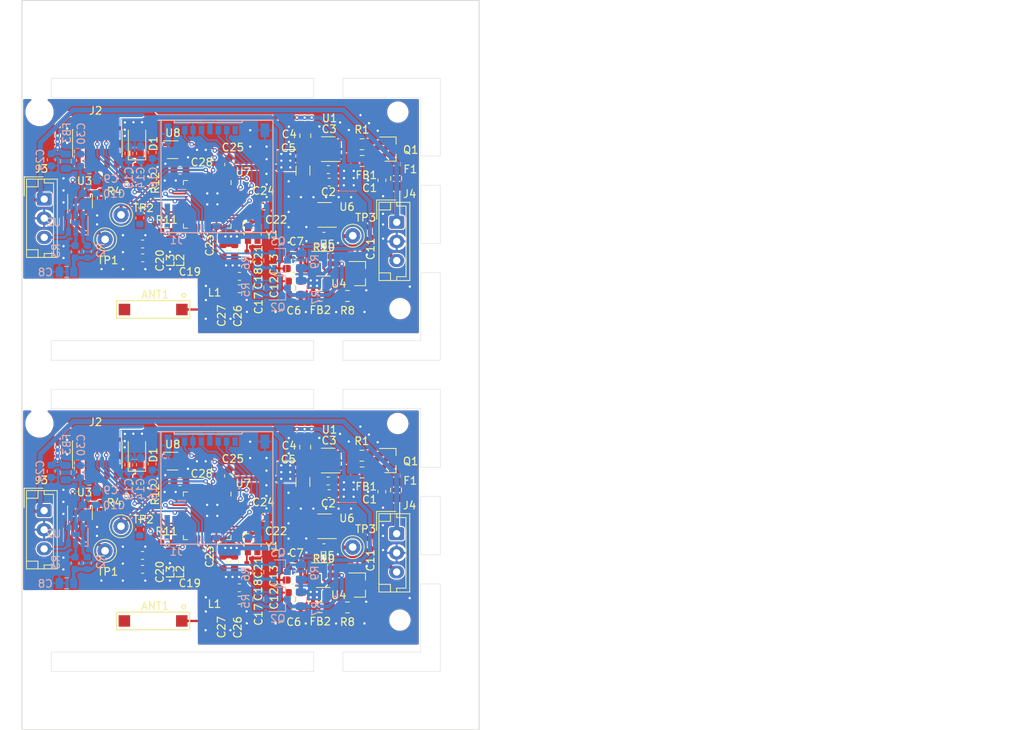
<source format=kicad_pcb>
(kicad_pcb (version 20171130) (host pcbnew 5.1.4-3.fc30)
  (layers (0 F.Cu signal) (31 B.Cu signal) (34 B.Paste user) (35 F.Paste user) (36 B.SilkS user) (37 F.SilkS user) (38 B.Mask user) (39 F.Mask user) (44 Edge.Cuts user))
  (net 0 "")
  (net 1 "Net-(ANT1-Pad2)")
  (net 2 "Net-(ANT1-Pad1)")
  (net 3 GND)
  (net 4 "Net-(C1-Pad1)")
  (net 5 +5V)
  (net 6 "Net-(C4-Pad1)")
  (net 7 +3V3)
  (net 8 "Net-(C8-Pad1)")
  (net 9 "Net-(C11-Pad1)")
  (net 10 "Net-(C18-Pad1)")
  (net 11 "Net-(C19-Pad2)")
  (net 12 /nRF51822/VDD_PA)
  (net 13 "Net-(C21-Pad1)")
  (net 14 "Net-(C22-Pad1)")
  (net 15 "Net-(C23-Pad1)")
  (net 16 "Net-(C24-Pad1)")
  (net 17 "Net-(D1-Pad1)")
  (net 18 "Net-(F1-Pad1)")
  (net 19 VIN)
  (net 20 "Net-(J1-Pad1)")
  (net 21 /nRF51822/uSD_CS)
  (net 22 /nRF51822/uSD_MOSI)
  (net 23 /nRF51822/uSD_CLK)
  (net 24 /nRF51822/uSD_MISO)
  (net 25 "Net-(J1-Pad8)")
  (net 26 /nRF51822/uSD_DETECT)
  (net 27 /Connectors/SWDIO)
  (net 28 /Connectors/UART_TX)
  (net 29 /Connectors/SWDCLK)
  (net 30 /Connectors/UART_RX)
  (net 31 /nRF51822/DbgIO)
  (net 32 "Net-(J2-Pad8)")
  (net 33 "Net-(J2-Pad10)")
  (net 34 /Connectors/SIG_IN)
  (net 35 /Connectors/DAC_OUT)
  (net 36 "Net-(L2-Pad1)")
  (net 37 "Net-(Q1-Pad1)")
  (net 38 "Net-(Q2-Pad3)")
  (net 39 /AnalogSections/DAC_SCL)
  (net 40 /AnalogSections/DAC_SDA)
  (net 41 "Net-(Q3-Pad3)")
  (net 42 "Net-(R2-Pad2)")
  (net 43 /AnalogSections/AVin)
  (net 44 "Net-(R4-Pad2)")
  (net 45 "Net-(R10-Pad1)")
  (net 46 "Net-(R10-Pad2)")
  (net 47 "Net-(R12-Pad2)")
  (net 48 "Net-(U7-Pad2)")
  (net 49 "Net-(U7-Pad3)")
  (net 50 "Net-(U7-Pad4)")
  (net 51 "Net-(U7-Pad7)")
  (net 52 "Net-(U7-Pad8)")
  (net 53 "Net-(U7-Pad9)")
  (net 54 "Net-(U7-Pad10)")
  (net 55 "Net-(U7-Pad11)")
  (net 56 "Net-(U7-Pad18)")
  (net 57 "Net-(U7-Pad19)")
  (net 58 "Net-(U7-Pad20)")
  (net 59 "Net-(U7-Pad28)")
  (net 60 "Net-(U7-Pad45)")
  (net 61 "Net-(U7-Pad46)")
  (net 62 "Net-(U7-Pad40)")
  (net 63 "Net-(U7-Pad41)")
  (net 64 /AnalogSections/5VanalogDAC)
  (net 65 /AnalogSections/5VanalogADC)
  (net 66 /nRF51822/TempSensor)
  (net 67 "Net-(U8-Pad5)")
  (net 68 "Net-(U8-Pad1)")
  (net 69 "Net-(R13-Pad2)")
  (net 70 "Net-(R13-Pad1)")
  (net 71 "Net-(R14-Pad2)")
  (net 72 "Net-(R14-Pad1)")
  (net 73 "Net-(R15-Pad2)")
  (net 74 "Net-(R15-Pad1)")
  (module Resistor_SMD:R_0603_1608Metric (layer B.Cu) (at 87.66048 61.04636 90)
    (fp_text reference R15)
    (fp_text value DNP)
    (pad 2 smd roundrect (at 0.7875 0 90) (size 0.875 0.95) (layers B.Cu B.Paste B.Mask) (net 73 "Net-(R15-Pad2)"))
    (pad 1 smd roundrect (at -0.7875 0 90) (size 0.875 0.95) (layers B.Cu B.Paste B.Mask) (net 74 "Net-(R15-Pad1)"))
  )
  (module Resistor_SMD:R_0603_1608Metric (layer F.Cu) (at 88.04148 66.2432)
    (fp_text reference R14)
    (fp_text value DNP)
    (pad 2 smd roundrect (at 0.7875 0) (size 0.875 0.95) (layers F.Cu F.Paste F.Mask) (net 71 "Net-(R14-Pad2)"))
    (pad 1 smd roundrect (at -0.7875 0) (size 0.875 0.95) (layers F.Cu F.Paste F.Mask) (net 72 "Net-(R14-Pad1)"))
  )
  (module Resistor_SMD:R_0603_1608Metric (layer F.Cu) (at 88.02624 64.43472)
    (fp_text reference R13)
    (fp_text value DNP)
    (pad 2 smd roundrect (at 0.7875 0) (size 0.875 0.95) (layers F.Cu F.Paste F.Mask) (net 69 "Net-(R13-Pad2)"))
    (pad 1 smd roundrect (at -0.7875 0) (size 0.875 0.95) (layers F.Cu F.Paste F.Mask) (net 70 "Net-(R13-Pad1)"))
  )
  (module MountingHole:MountingHole_2.5mm (layer F.Cu) (at 121.35612 47.20844)
    (fp_text reference H4)
    (fp_text value MountingHole)
    (pad 1 np_thru_hole circle (at 0 0) (size 2.5 2.5) (drill 2.5) (layers *.Cu *.Mask))
  )
  (module MountingHole:MountingHole_2.5mm (layer F.Cu) (at 74.56932 72.8726)
    (fp_text reference H3)
    (fp_text value MountingHole)
    (pad "" np_thru_hole circle (at 0 0) (size 2.5 2.5) (drill 2.5) (layers *.Cu *.Mask))
  )
  (module MountingHole:MountingHole_2.5mm (layer F.Cu) (at 121.63044 72.8726)
    (fp_text reference H2)
    (fp_text value MountingHole)
    (pad 1 np_thru_hole circle (at 0 0) (size 2.5 2.5) (drill 2.5) (layers *.Cu *.Mask))
  )
  (module MountingHole:MountingHole_2.5mm (layer F.Cu) (at 74.56932 47.20844)
    (fp_text reference H1)
    (fp_text value MountingHole)
    (pad "" np_thru_hole circle (at 0 0) (size 2.5 2.5) (drill 2.5) (layers *.Cu *.Mask))
  )
  (module Package_TO_SOT_SMD:SOT-353_SC-70-5 (layer F.Cu) (at 91.948 52.1208)
    (fp_text reference U8 (at 0.03048 -2.18948) (layer F.SilkS))
    (fp_text value MCP9700T-ELT)
    (pad 5 smd rect (at 0.95 -0.65) (size 0.65 0.4) (layers F.Cu F.Paste F.Mask) (net 67 "Net-(U8-Pad5)"))
    (pad 4 smd rect (at 0.95 0.65) (size 0.65 0.4) (layers F.Cu F.Paste F.Mask) (net 7 +3V3))
    (pad 2 smd rect (at -0.95 0) (size 0.65 0.4) (layers F.Cu F.Paste F.Mask) (net 3 GND))
    (pad 3 smd rect (at -0.95 0.65) (size 0.65 0.4) (layers F.Cu F.Paste F.Mask) (net 66 /nRF51822/TempSensor))
    (pad 1 smd rect (at -0.95 -0.65) (size 0.65 0.4) (layers F.Cu F.Paste F.Mask) (net 68 "Net-(U8-Pad1)"))
  )
  (module Inductor_SMD:L_0805_2012Metric (layer B.Cu) (at 78.0034 53.6194 90)
    (fp_text reference FB3 (at 3.67792 0.14224 90) (layer B.SilkS) (effects (justify mirror)))
    (fp_text value BLM21PG600SN1D)
    (pad 2 smd roundrect (at 0.9375 0 90) (size 0.975 1.4) (layers B.Cu B.Paste B.Mask) (net 5 +5V))
    (pad 1 smd roundrect (at -0.9375 0 90) (size 0.975 1.4) (layers B.Cu B.Paste B.Mask) (net 65 /AnalogSections/5VanalogADC))
  )
  (module Capacitor_SMD:C_0603_1608Metric (layer B.Cu) (at 79.9084 53.4924 90)
    (fp_text reference C30 (at 3.46964 0.09652 270) (layer B.SilkS) (effects (justify mirror)))
    (fp_text value 100n)
    (pad 2 smd roundrect (at 0.7875 0 90) (size 0.875 0.95) (layers B.Cu B.Paste B.Mask) (net 3 GND))
    (pad 1 smd roundrect (at -0.7875 0 90) (size 0.875 0.95) (layers B.Cu B.Paste B.Mask) (net 65 /AnalogSections/5VanalogADC))
  )
  (module Capacitor_SMD:C_0603_1608Metric (layer B.Cu) (at 76.0984 53.4416 270)
    (fp_text reference C29 (at 0 1.43 270) (layer B.SilkS) (effects (justify mirror)))
    (fp_text value 1uF)
    (pad 2 smd roundrect (at 0.7875 0 270) (size 0.875 0.95) (layers B.Cu B.Paste B.Mask) (net 3 GND))
    (pad 1 smd roundrect (at -0.7875 0 270) (size 0.875 0.95) (layers B.Cu B.Paste B.Mask) (net 5 +5V))
  )
  (module Package_TO_SOT_SMD:SOT-23-6 (layer F.Cu) (at 111.633 67.0052)
    (fp_text reference U5 (at 0.508 -2.54) (layer F.SilkS))
    (fp_text value MCP4726AxT-E_CH)
    (pad 5 smd rect (at 1.1 0) (size 1.06 0.65) (layers F.Cu F.Paste F.Mask) (net 38 "Net-(Q2-Pad3)"))
    (pad 6 smd rect (at 1.1 -0.95) (size 1.06 0.65) (layers F.Cu F.Paste F.Mask) (net 9 "Net-(C11-Pad1)"))
    (pad 4 smd rect (at 1.1 0.95) (size 1.06 0.65) (layers F.Cu F.Paste F.Mask) (net 41 "Net-(Q3-Pad3)"))
    (pad 3 smd rect (at -1.1 0.95) (size 1.06 0.65) (layers F.Cu F.Paste F.Mask) (net 64 /AnalogSections/5VanalogDAC))
    (pad 2 smd rect (at -1.1 0) (size 1.06 0.65) (layers F.Cu F.Paste F.Mask) (net 3 GND))
    (pad 1 smd rect (at -1.1 -0.95) (size 1.06 0.65) (layers F.Cu F.Paste F.Mask) (net 46 "Net-(R10-Pad2)"))
  )
  (module Package_DFN_QFN:QFN-48-1EP_6x6mm_P0.4mm_EP4.6x4.6mm (layer F.Cu) (at 96.4692 59.2582 270)
    (fp_text reference U7 (at -4.23164 -4.70408 180) (layer F.SilkS))
    (fp_text value nRF51822-QFAA)
    (pad 49 smd roundrect (at 0 0 270) (size 4.3 4.3) (layers F.Cu F.Mask) (roundrect_rratio 0.064) (net 3 GND))
    (pad 1 smd roundrect (at -2.95 -2.2 270) (size 0.8 0.2) (layers F.Cu F.Paste F.Mask) (net 7 +3V3))
    (pad 2 smd roundrect (at -2.95 -1.8 270) (size 0.8 0.2) (layers F.Cu F.Paste F.Mask) (net 48 "Net-(U7-Pad2)"))
    (pad 3 smd roundrect (at -2.95 -1.4 270) (size 0.8 0.2) (layers F.Cu F.Paste F.Mask) (net 49 "Net-(U7-Pad3)"))
    (pad 4 smd roundrect (at -2.95 -1 270) (size 0.8 0.2) (layers F.Cu F.Paste F.Mask) (net 50 "Net-(U7-Pad4)"))
    (pad 5 smd roundrect (at -2.95 -0.6 270) (size 0.8 0.2) (layers F.Cu F.Paste F.Mask) (net 66 /nRF51822/TempSensor))
    (pad 6 smd roundrect (at -2.95 -0.2 270) (size 0.8 0.2) (layers F.Cu F.Paste F.Mask) (net 43 /AnalogSections/AVin))
    (pad 7 smd roundrect (at -2.95 0.2 270) (size 0.8 0.2) (layers F.Cu F.Paste F.Mask) (net 51 "Net-(U7-Pad7)"))
    (pad 8 smd roundrect (at -2.95 0.6 270) (size 0.8 0.2) (layers F.Cu F.Paste F.Mask) (net 52 "Net-(U7-Pad8)"))
    (pad 9 smd roundrect (at -2.95 1 270) (size 0.8 0.2) (layers F.Cu F.Paste F.Mask) (net 53 "Net-(U7-Pad9)"))
    (pad 10 smd roundrect (at -2.95 1.4 270) (size 0.8 0.2) (layers F.Cu F.Paste F.Mask) (net 54 "Net-(U7-Pad10)"))
    (pad 11 smd roundrect (at -2.95 1.8 270) (size 0.8 0.2) (layers F.Cu F.Paste F.Mask) (net 55 "Net-(U7-Pad11)"))
    (pad 12 smd roundrect (at -2.95 2.2 270) (size 0.8 0.2) (layers F.Cu F.Paste F.Mask) (net 7 +3V3))
    (pad 13 smd roundrect (at -2.2 2.95 270) (size 0.2 0.8) (layers F.Cu F.Paste F.Mask) (net 3 GND))
    (pad 14 smd roundrect (at -1.8 2.95 270) (size 0.2 0.8) (layers F.Cu F.Paste F.Mask) (net 47 "Net-(R12-Pad2)"))
    (pad 15 smd roundrect (at -1.4 2.95 270) (size 0.2 0.8) (layers F.Cu F.Paste F.Mask) (net 40 /AnalogSections/DAC_SDA))
    (pad 16 smd roundrect (at -1 2.95 270) (size 0.2 0.8) (layers F.Cu F.Paste F.Mask) (net 39 /AnalogSections/DAC_SCL))
    (pad 17 smd roundrect (at -0.6 2.95 270) (size 0.2 0.8) (layers F.Cu F.Paste F.Mask) (net 73 "Net-(R15-Pad2)"))
    (pad 18 smd roundrect (at -0.2 2.95 270) (size 0.2 0.8) (layers F.Cu F.Paste F.Mask) (net 56 "Net-(U7-Pad18)"))
    (pad 19 smd roundrect (at 0.2 2.95 270) (size 0.2 0.8) (layers F.Cu F.Paste F.Mask) (net 57 "Net-(U7-Pad19)"))
    (pad 20 smd roundrect (at 0.6 2.95 270) (size 0.2 0.8) (layers F.Cu F.Paste F.Mask) (net 58 "Net-(U7-Pad20)"))
    (pad 21 smd roundrect (at 1 2.95 270) (size 0.2 0.8) (layers F.Cu F.Paste F.Mask) (net 30 /Connectors/UART_RX))
    (pad 22 smd roundrect (at 1.4 2.95 270) (size 0.2 0.8) (layers F.Cu F.Paste F.Mask) (net 28 /Connectors/UART_TX))
    (pad 23 smd roundrect (at 1.8 2.95 270) (size 0.2 0.8) (layers F.Cu F.Paste F.Mask) (net 27 /Connectors/SWDIO))
    (pad 24 smd roundrect (at 2.2 2.95 270) (size 0.2 0.8) (layers F.Cu F.Paste F.Mask) (net 29 /Connectors/SWDCLK))
    (pad 25 smd roundrect (at 2.95 2.2 270) (size 0.8 0.2) (layers F.Cu F.Paste F.Mask) (net 31 /nRF51822/DbgIO))
    (pad 26 smd roundrect (at 2.95 1.8 270) (size 0.8 0.2) (layers F.Cu F.Paste F.Mask) (net 69 "Net-(R13-Pad2)"))
    (pad 27 smd roundrect (at 2.95 1.4 270) (size 0.8 0.2) (layers F.Cu F.Paste F.Mask) (net 71 "Net-(R14-Pad2)"))
    (pad 28 smd roundrect (at 2.95 1 270) (size 0.8 0.2) (layers F.Cu F.Paste F.Mask) (net 59 "Net-(U7-Pad28)"))
    (pad 29 smd roundrect (at 2.95 0.6 270) (size 0.8 0.2) (layers F.Cu F.Paste F.Mask) (net 15 "Net-(C23-Pad1)"))
    (pad 30 smd roundrect (at 2.95 0.2 270) (size 0.8 0.2) (layers F.Cu F.Paste F.Mask) (net 12 /nRF51822/VDD_PA))
    (pad 31 smd roundrect (at 2.95 -0.2 270) (size 0.8 0.2) (layers F.Cu F.Paste F.Mask) (net 36 "Net-(L2-Pad1)"))
    (pad 32 smd roundrect (at 2.95 -0.6 270) (size 0.8 0.2) (layers F.Cu F.Paste F.Mask) (net 11 "Net-(C19-Pad2)"))
    (pad 33 smd roundrect (at 2.95 -1 270) (size 0.8 0.2) (layers F.Cu F.Paste F.Mask) (net 3 GND))
    (pad 34 smd roundrect (at 2.95 -1.4 270) (size 0.8 0.2) (layers F.Cu F.Paste F.Mask) (net 3 GND))
    (pad 35 smd roundrect (at 2.95 -1.8 270) (size 0.8 0.2) (layers F.Cu F.Paste F.Mask) (net 7 +3V3))
    (pad 36 smd roundrect (at 2.95 -2.2 270) (size 0.8 0.2) (layers F.Cu F.Paste F.Mask) (net 7 +3V3))
    (pad 37 smd roundrect (at 2.2 -2.95 270) (size 0.2 0.8) (layers F.Cu F.Paste F.Mask) (net 13 "Net-(C21-Pad1)"))
    (pad 38 smd roundrect (at 1.8 -2.95 270) (size 0.2 0.8) (layers F.Cu F.Paste F.Mask) (net 14 "Net-(C22-Pad1)"))
    (pad 39 smd roundrect (at 1.4 -2.95 270) (size 0.2 0.8) (layers F.Cu F.Paste F.Mask) (net 16 "Net-(C24-Pad1)"))
    (pad 40 smd roundrect (at 1 -2.95 270) (size 0.2 0.8) (layers F.Cu F.Paste F.Mask) (net 62 "Net-(U7-Pad40)"))
    (pad 41 smd roundrect (at 0.6 -2.95 270) (size 0.2 0.8) (layers F.Cu F.Paste F.Mask) (net 63 "Net-(U7-Pad41)"))
    (pad 42 smd roundrect (at 0.2 -2.95 270) (size 0.2 0.8) (layers F.Cu F.Paste F.Mask) (net 26 /nRF51822/uSD_DETECT))
    (pad 43 smd roundrect (at -0.2 -2.95 270) (size 0.2 0.8) (layers F.Cu F.Paste F.Mask) (net 21 /nRF51822/uSD_CS))
    (pad 44 smd roundrect (at -0.6 -2.95 270) (size 0.2 0.8) (layers F.Cu F.Paste F.Mask) (net 22 /nRF51822/uSD_MOSI))
    (pad 45 smd roundrect (at -1 -2.95 270) (size 0.2 0.8) (layers F.Cu F.Paste F.Mask) (net 60 "Net-(U7-Pad45)"))
    (pad 46 smd roundrect (at -1.4 -2.95 270) (size 0.2 0.8) (layers F.Cu F.Paste F.Mask) (net 61 "Net-(U7-Pad46)"))
    (pad 47 smd roundrect (at -1.8 -2.95 270) (size 0.2 0.8) (layers F.Cu F.Paste F.Mask) (net 24 /nRF51822/uSD_MISO))
    (pad 48 smd roundrect (at -2.2 -2.95 270) (size 0.2 0.8) (layers F.Cu F.Paste F.Mask) (net 23 /nRF51822/uSD_CLK))
  )
  (module My_RF_Antenna:2.4GHz_ISM_antenna_RFANT8010080A3T (layer F.Cu) (at 89.408 72.9869 270)
    (fp_text reference ANT1 (at -1.9558 -0.2667) (layer F.SilkS))
    (fp_text value 2450AT18A100E)
    (pad 2 smd rect (at 0 3.75 270) (size 1.5 1.5) (layers F.Cu F.Paste F.Mask) (net 1 "Net-(ANT1-Pad2)"))
    (pad 1 smd rect (at 0 -3.75 270) (size 1.5 1.5) (layers F.Cu F.Paste F.Mask) (net 2 "Net-(ANT1-Pad1)"))
  )
  (module Capacitor_SMD:C_0603_1608Metric_Pad1.05x0.95mm_HandSolder (layer F.Cu) (at 119.2784 56.1086 270)
    (fp_text reference C1 (at 1.016 1.6002 180) (layer F.SilkS))
    (fp_text value "4u7 X5R")
    (pad 2 smd roundrect (at 0.875 0 270) (size 1.05 0.95) (layers F.Cu F.Paste F.Mask) (net 3 GND))
    (pad 1 smd roundrect (at -0.875 0 270) (size 1.05 0.95) (layers F.Cu F.Paste F.Mask) (net 4 "Net-(C1-Pad1)"))
  )
  (module Capacitor_SMD:C_0603_1608Metric (layer F.Cu) (at 112.395 56.3626 180)
    (fp_text reference C2 (at 0.1016 -1.28524) (layer F.SilkS))
    (fp_text value 100n)
    (pad 1 smd roundrect (at -0.7875 0 180) (size 0.875 0.95) (layers F.Cu F.Paste F.Mask) (net 5 +5V))
    (pad 2 smd roundrect (at 0.7875 0 180) (size 0.875 0.95) (layers F.Cu F.Paste F.Mask) (net 3 GND))
  )
  (module Capacitor_SMD:C_0603_1608Metric_Pad1.05x0.95mm_HandSolder (layer F.Cu) (at 112.268 54.7116 180)
    (fp_text reference C3 (at -0.12192 5.2832) (layer F.SilkS))
    (fp_text value "4u7 X5R")
    (pad 2 smd roundrect (at 0.875 0 180) (size 1.05 0.95) (layers F.Cu F.Paste F.Mask) (net 3 GND))
    (pad 1 smd roundrect (at -0.875 0 180) (size 1.05 0.95) (layers F.Cu F.Paste F.Mask) (net 5 +5V))
  )
  (module Capacitor_SMD:C_0805_2012Metric (layer F.Cu) (at 109.2708 50.292 90)
    (fp_text reference C4 (at 0.19812 -2.09296 180) (layer F.SilkS))
    (fp_text value "10n X7R")
    (pad 1 smd roundrect (at -0.9375 0 90) (size 0.975 1.4) (layers F.Cu F.Paste F.Mask) (net 6 "Net-(C4-Pad1)"))
    (pad 2 smd roundrect (at 0.9375 0 90) (size 0.975 1.4) (layers F.Cu F.Paste F.Mask) (net 3 GND))
  )
  (module Capacitor_SMD:C_1206_3216Metric (layer F.Cu) (at 108.966 54.8386 270)
    (fp_text reference C5 (at -2.9464 1.89992 180) (layer F.SilkS))
    (fp_text value "10u X7R")
    (pad 1 smd roundrect (at -1.4 0 270) (size 1.25 1.75) (layers F.Cu F.Paste F.Mask) (roundrect_rratio 0.2) (net 7 +3V3))
    (pad 2 smd roundrect (at 1.4 0 270) (size 1.25 1.75) (layers F.Cu F.Paste F.Mask) (roundrect_rratio 0.2) (net 3 GND))
  )
  (module Capacitor_SMD:C_0603_1608Metric (layer F.Cu) (at 107.8992 71.0184 180)
    (fp_text reference C6 (at 0.12192 -2.1082) (layer F.SilkS))
    (fp_text value 1uF)
    (pad 2 smd roundrect (at 0.7875 0 180) (size 0.875 0.95) (layers F.Cu F.Paste F.Mask) (net 3 GND))
    (pad 1 smd roundrect (at -0.7875 0 180) (size 0.875 0.95) (layers F.Cu F.Paste F.Mask) (net 5 +5V))
  )
  (module Capacitor_SMD:C_0603_1608Metric (layer F.Cu) (at 107.8992 65.9384 180)
    (fp_text reference C7 (at -0.20828 1.8288) (layer F.SilkS))
    (fp_text value 100n)
    (pad 1 smd roundrect (at -0.7875 0 180) (size 0.875 0.95) (layers F.Cu F.Paste F.Mask) (net 64 /AnalogSections/5VanalogDAC))
    (pad 2 smd roundrect (at 0.7875 0 180) (size 0.875 0.95) (layers F.Cu F.Paste F.Mask) (net 3 GND))
  )
  (module Capacitor_SMD:C_0805_2012Metric (layer B.Cu) (at 78.105 68.072 180)
    (fp_text reference C8 (at 2.7686 -0.05588 180) (layer B.SilkS) (effects (justify mirror)))
    (fp_text value 100pF)
    (pad 1 smd roundrect (at -0.9375 0 180) (size 0.975 1.4) (layers B.Cu B.Paste B.Mask) (net 8 "Net-(C8-Pad1)"))
    (pad 2 smd roundrect (at 0.9375 0 180) (size 0.975 1.4) (layers B.Cu B.Paste B.Mask) (net 3 GND))
  )
  (module Capacitor_SMD:C_0805_2012Metric (layer B.Cu) (at 81.1022 55.9562)
    (fp_text reference C9 (at 2.794 -0.03048 180) (layer B.SilkS) (effects (justify mirror)))
    (fp_text value 10nF)
    (pad 2 smd roundrect (at 0.9375 0) (size 0.975 1.4) (layers B.Cu B.Paste B.Mask) (net 3 GND))
    (pad 1 smd roundrect (at -0.9375 0) (size 0.975 1.4) (layers B.Cu B.Paste B.Mask) (net 65 /AnalogSections/5VanalogADC))
  )
  (module Capacitor_SMD:C_0603_1608Metric_Pad1.05x0.95mm_HandSolder (layer B.Cu) (at 81.0768 57.8612)
    (fp_text reference C10 (at 3.24104 0.01524 180) (layer B.SilkS) (effects (justify mirror)))
    (fp_text value "4u7 X5R")
    (pad 2 smd roundrect (at 0.875 0) (size 1.05 0.95) (layers B.Cu B.Paste B.Mask) (net 3 GND))
    (pad 1 smd roundrect (at -0.875 0) (size 1.05 0.95) (layers B.Cu B.Paste B.Mask) (net 65 /AnalogSections/5VanalogADC))
  )
  (module Capacitor_SMD:C_0402_1005Metric (layer F.Cu) (at 115.5954 65.8876)
    (fp_text reference C11 (at 2.19964 -0.80772 90) (layer F.SilkS))
    (fp_text value 1nF-DNP)
    (pad 1 smd roundrect (at -0.485 0) (size 0.59 0.64) (layers F.Cu F.Paste F.Mask) (net 9 "Net-(C11-Pad1)"))
    (pad 2 smd roundrect (at 0.485 0) (size 0.59 0.64) (layers F.Cu F.Paste F.Mask) (net 3 GND))
  )
  (module Capacitor_SMD:C_0603_1608Metric (layer F.Cu) (at 107.8738 69.2912 180)
    (fp_text reference C12 (at 2.667 -0.762 270) (layer F.SilkS))
    (fp_text value 100n)
    (pad 2 smd roundrect (at 0.7875 0 180) (size 0.875 0.95) (layers F.Cu F.Paste F.Mask) (net 3 GND))
    (pad 1 smd roundrect (at -0.7875 0 180) (size 0.875 0.95) (layers F.Cu F.Paste F.Mask) (net 64 /AnalogSections/5VanalogDAC))
  )
  (module Capacitor_SMD:C_0603_1608Metric_Pad1.05x0.95mm_HandSolder (layer F.Cu) (at 107.7214 67.6402 180)
    (fp_text reference C13 (at 2.54 0.508 270) (layer F.SilkS))
    (fp_text value "4u7 X5R")
    (pad 1 smd roundrect (at -0.875 0 180) (size 1.05 0.95) (layers F.Cu F.Paste F.Mask) (net 64 /AnalogSections/5VanalogDAC))
    (pad 2 smd roundrect (at 0.875 0 180) (size 1.05 0.95) (layers F.Cu F.Paste F.Mask) (net 3 GND))
  )
  (module Capacitor_SMD:C_0603_1608Metric_Pad1.05x0.95mm_HandSolder (layer B.Cu) (at 87.757 52.6034 270)
    (fp_text reference C14 (at 3.175 0 270) (layer B.SilkS) (effects (justify mirror)))
    (fp_text value "4u7 X5R")
    (pad 1 smd roundrect (at -0.875 0 270) (size 1.05 0.95) (layers B.Cu B.Paste B.Mask) (net 7 +3V3))
    (pad 2 smd roundrect (at 0.875 0 270) (size 1.05 0.95) (layers B.Cu B.Paste B.Mask) (net 3 GND))
  )
  (module Capacitor_SMD:C_0603_1608Metric_Pad1.05x0.95mm_HandSolder (layer B.Cu) (at 86.233 52.6034 270)
    (fp_text reference C15 (at 3.175 0 270) (layer B.SilkS) (effects (justify mirror)))
    (fp_text value "4u7 X5R")
    (pad 1 smd roundrect (at -0.875 0 270) (size 1.05 0.95) (layers B.Cu B.Paste B.Mask) (net 7 +3V3))
    (pad 2 smd roundrect (at 0.875 0 270) (size 1.05 0.95) (layers B.Cu B.Paste B.Mask) (net 3 GND))
  )
  (module Capacitor_SMD:C_0603_1608Metric (layer B.Cu) (at 89.281 52.4764 270)
    (fp_text reference C16 (at 3.302 -0.127 270) (layer B.SilkS) (effects (justify mirror)))
    (fp_text value 100n)
    (pad 2 smd roundrect (at 0.7875 0 270) (size 0.875 0.95) (layers B.Cu B.Paste B.Mask) (net 3 GND))
    (pad 1 smd roundrect (at -0.7875 0 270) (size 0.875 0.95) (layers B.Cu B.Paste B.Mask) (net 7 +3V3))
  )
  (module Capacitor_SMD:C_0603_1608Metric (layer F.Cu) (at 100.6602 70.2818)
    (fp_text reference C17 (at 2.5146 1.87452 90) (layer F.SilkS))
    (fp_text value "1.5pF NP0")
    (pad 1 smd roundrect (at -0.7875 0) (size 0.875 0.95) (layers F.Cu F.Paste F.Mask) (net 2 "Net-(ANT1-Pad1)"))
    (pad 2 smd roundrect (at 0.7875 0) (size 0.875 0.95) (layers F.Cu F.Paste F.Mask) (net 3 GND))
  )
  (module Capacitor_SMD:C_0603_1608Metric (layer F.Cu) (at 100.6856 68.6562)
    (fp_text reference C18 (at 2.44856 0.2794 270) (layer F.SilkS))
    (fp_text value "1pF NP0")
    (pad 2 smd roundrect (at 0.7875 0) (size 0.875 0.95) (layers F.Cu F.Paste F.Mask) (net 3 GND))
    (pad 1 smd roundrect (at -0.7875 0) (size 0.875 0.95) (layers F.Cu F.Paste F.Mask) (net 10 "Net-(C18-Pad1)"))
  )
  (module Capacitor_SMD:C_0402_1005Metric (layer F.Cu) (at 97.3328 67.9958 90)
    (fp_text reference C19 (at -0.06096 -3.13436 180) (layer F.SilkS))
    (fp_text value 2.2pF)
    (pad 2 smd roundrect (at 0.485 0 90) (size 0.59 0.64) (layers F.Cu F.Paste F.Mask) (net 11 "Net-(C19-Pad2)"))
    (pad 1 smd roundrect (at -0.485 0 90) (size 0.59 0.64) (layers F.Cu F.Paste F.Mask) (net 10 "Net-(C18-Pad1)"))
  )
  (module Capacitor_SMD:C_0402_1005Metric (layer F.Cu) (at 94.2086 66.294 90)
    (fp_text reference C20 (at -0.29972 -3.92176 90) (layer F.SilkS))
    (fp_text value "2.2nF X7R")
    (pad 1 smd roundrect (at -0.485 0 90) (size 0.59 0.64) (layers F.Cu F.Paste F.Mask) (net 3 GND))
    (pad 2 smd roundrect (at 0.485 0 90) (size 0.59 0.64) (layers F.Cu F.Paste F.Mask) (net 12 /nRF51822/VDD_PA))
  )
  (module Capacitor_SMD:C_0402_1005Metric (layer F.Cu) (at 101.6508 65.9384 270)
    (fp_text reference C21 (at 0.09144 -1.49352 270) (layer F.SilkS))
    (fp_text value "12pF NP0")
    (pad 1 smd roundrect (at -0.485 0 270) (size 0.59 0.64) (layers F.Cu F.Paste F.Mask) (net 13 "Net-(C21-Pad1)"))
    (pad 2 smd roundrect (at 0.485 0 270) (size 0.59 0.64) (layers F.Cu F.Paste F.Mask) (net 3 GND))
  )
  (module Capacitor_SMD:C_0402_1005Metric (layer F.Cu) (at 102.2858 60.7314)
    (fp_text reference C22 (at 3.18516 0.52832) (layer F.SilkS))
    (fp_text value "12pF NP0")
    (pad 2 smd roundrect (at 0.485 0) (size 0.59 0.64) (layers F.Cu F.Paste F.Mask) (net 3 GND))
    (pad 1 smd roundrect (at -0.485 0) (size 0.59 0.64) (layers F.Cu F.Paste F.Mask) (net 14 "Net-(C22-Pad1)"))
  )
  (module Capacitor_SMD:C_0402_1005Metric (layer F.Cu) (at 95.54464 64.0334 270)
    (fp_text reference C23 (at 0.56388 -1.23952 270) (layer F.SilkS))
    (fp_text value 47nF)
    (pad 2 smd roundrect (at 0.485 0 270) (size 0.59 0.64) (layers F.Cu F.Paste F.Mask) (net 3 GND))
    (pad 1 smd roundrect (at -0.485 0 270) (size 0.59 0.64) (layers F.Cu F.Paste F.Mask) (net 15 "Net-(C23-Pad1)"))
  )
  (module Capacitor_SMD:C_0603_1608Metric (layer F.Cu) (at 103.8606 59.4614)
    (fp_text reference C24 (at -0.04064 -1.97104) (layer F.SilkS))
    (fp_text value 100n)
    (pad 2 smd roundrect (at 0.7875 0) (size 0.875 0.95) (layers F.Cu F.Paste F.Mask) (net 3 GND))
    (pad 1 smd roundrect (at -0.7875 0) (size 0.875 0.95) (layers F.Cu F.Paste F.Mask) (net 16 "Net-(C24-Pad1)"))
  )
  (module Capacitor_SMD:C_0603_1608Metric (layer F.Cu) (at 99.2632 54.0512 270)
    (fp_text reference C25 (at -2.2352 -0.55372 180) (layer F.SilkS))
    (fp_text value 100n)
    (pad 1 smd roundrect (at -0.7875 0 270) (size 0.875 0.95) (layers F.Cu F.Paste F.Mask) (net 3 GND))
    (pad 2 smd roundrect (at 0.7875 0 270) (size 0.875 0.95) (layers F.Cu F.Paste F.Mask) (net 7 +3V3))
  )
  (module Capacitor_SMD:C_0603_1608Metric (layer F.Cu) (at 100.0506 65.3288 90)
    (fp_text reference C26 (at -8.49376 0.40132 90) (layer F.SilkS))
    (fp_text value 100n)
    (pad 1 smd roundrect (at -0.7875 0 90) (size 0.875 0.95) (layers F.Cu F.Paste F.Mask) (net 3 GND))
    (pad 2 smd roundrect (at 0.7875 0 90) (size 0.875 0.95) (layers F.Cu F.Paste F.Mask) (net 7 +3V3))
  )
  (module Capacitor_SMD:C_0603_1608Metric (layer F.Cu) (at 98.5266 65.3288 90)
    (fp_text reference C27 (at -8.47344 -0.18288 270) (layer F.SilkS))
    (fp_text value 1nF)
    (pad 1 smd roundrect (at -0.7875 0 90) (size 0.875 0.95) (layers F.Cu F.Paste F.Mask) (net 3 GND))
    (pad 2 smd roundrect (at 0.7875 0 90) (size 0.875 0.95) (layers F.Cu F.Paste F.Mask) (net 7 +3V3))
  )
  (module LED_SMD:LED_1206_3216Metric (layer F.Cu) (at 87.2998 51.1556 90)
    (fp_text reference D1 (at -0.1778 2.14884 90) (layer F.SilkS))
    (fp_text value LED_Green)
    (pad 1 smd roundrect (at -1.4 0 90) (size 1.25 1.75) (layers F.Cu F.Paste F.Mask) (roundrect_rratio 0.2) (net 17 "Net-(D1-Pad1)"))
    (pad 2 smd roundrect (at 1.4 0 90) (size 1.25 1.75) (layers F.Cu F.Paste F.Mask) (roundrect_rratio 0.2) (net 7 +3V3))
  )
  (module Fuse:Fuse_0805_2012Metric_Pad1.15x1.40mm_HandSolder (layer F.Cu) (at 121.1326 55.88 270)
    (fp_text reference F1 (at -1.20396 -1.8542 180) (layer F.SilkS))
    (fp_text value 0ZCK0035FF2G)
    (pad 1 smd roundrect (at -1.025 0 270) (size 1.15 1.4) (layers F.Cu F.Paste F.Mask) (roundrect_rratio 0.217391) (net 18 "Net-(F1-Pad1)"))
    (pad 2 smd roundrect (at 1.025 0 270) (size 1.15 1.4) (layers F.Cu F.Paste F.Mask) (roundrect_rratio 0.217391) (net 19 VIN))
  )
  (module Inductor_SMD:L_0805_2012Metric (layer F.Cu) (at 116.6876 53.594)
    (fp_text reference FB1 (at 0.54864 1.84404) (layer F.SilkS))
    (fp_text value BLM21PG600SN1D)
    (pad 1 smd roundrect (at -0.9375 0) (size 0.975 1.4) (layers F.Cu F.Paste F.Mask) (net 5 +5V))
    (pad 2 smd roundrect (at 0.9375 0) (size 0.975 1.4) (layers F.Cu F.Paste F.Mask) (net 4 "Net-(C1-Pad1)"))
  )
  (module Inductor_SMD:L_0805_2012Metric (layer F.Cu) (at 111.2266 71.1962 180)
    (fp_text reference FB2 (at -0.00508 -1.85928) (layer F.SilkS))
    (fp_text value BLM21PG600SN1D)
    (pad 2 smd roundrect (at 0.9375 0 180) (size 0.975 1.4) (layers F.Cu F.Paste F.Mask) (net 5 +5V))
    (pad 1 smd roundrect (at -0.9375 0 180) (size 0.975 1.4) (layers F.Cu F.Paste F.Mask) (net 64 /AnalogSections/5VanalogDAC))
  )
  (module My_Connector_card:uSD_MOLEX_503398_1892 (layer B.Cu) (at 97.7392 55.5752)
    (fp_text reference J1 (at -5.31876 8.37184) (layer B.SilkS) (effects (justify mirror)))
    (fp_text value "MOLEX 503398-1892 ")
    (pad 11 smd rect (at 6.259703 -6.000015) (size 1.14 1.83) (layers B.Cu B.Paste B.Mask) (net 3 GND))
    (pad 11 smd rect (at 6.479703 5.249985) (size 0.7 3.33) (layers B.Cu B.Paste B.Mask) (net 3 GND))
    (pad 1 smd rect (at 2.379703 -6.015015) (size 0.7 1.1) (layers B.Cu B.Paste B.Mask) (net 20 "Net-(J1-Pad1)"))
    (pad 2 smd rect (at 1.279703 -6.015015) (size 0.7 1.1) (layers B.Cu B.Paste B.Mask) (net 21 /nRF51822/uSD_CS))
    (pad 3 smd rect (at 0.179703 -6.015015) (size 0.7 1.1) (layers B.Cu B.Paste B.Mask) (net 22 /nRF51822/uSD_MOSI))
    (pad 4 smd rect (at -0.920297 -6.015015) (size 0.7 1.1) (layers B.Cu B.Paste B.Mask) (net 7 +3V3))
    (pad 5 smd rect (at -2.020297 -6.015015) (size 0.7 1.1) (layers B.Cu B.Paste B.Mask) (net 23 /nRF51822/uSD_CLK))
    (pad 6 smd rect (at -3.120297 -6.015015) (size 0.7 1.1) (layers B.Cu B.Paste B.Mask) (net 3 GND))
    (pad 7 smd rect (at -4.220297 -6.015015) (size 0.7 1.1) (layers B.Cu B.Paste B.Mask) (net 24 /nRF51822/uSD_MISO))
    (pad 8 smd rect (at -5.320297 -6.015015) (size 0.7 1.1) (layers B.Cu B.Paste B.Mask) (net 25 "Net-(J1-Pad8)"))
    (pad 11 smd rect (at -6.400297 -5.515015) (size 0.86 2.8) (layers B.Cu B.Paste B.Mask) (net 3 GND))
    (pad 11 smd rect (at -6.480297 5.249985) (size 0.7 3.33) (layers B.Cu B.Paste B.Mask) (net 3 GND))
    (pad 10 smd rect (at -0.095297 6.524985) (size 1.05 0.78) (layers B.Cu B.Paste B.Mask) (net 26 /nRF51822/uSD_DETECT))
    (pad 9 smd rect (at 4.169703 6.449985) (size 0.9 0.93) (layers B.Cu B.Paste B.Mask) (net 3 GND))
  )
  (module Connector_PinHeader_1.27mm:PinHeader_2x05_P1.27mm_Vertical_SMD (layer F.Cu) (at 82.1182 51.2572 270)
    (fp_text reference J2 (at -4.23164 0.21844 180) (layer F.SilkS))
    (fp_text value SWD_DEBUG)
    (pad 1 smd rect (at -1.95 -2.54 270) (size 2.4 0.74) (layers F.Cu F.Paste F.Mask) (net 7 +3V3))
    (pad 2 smd rect (at 1.95 -2.54 270) (size 2.4 0.74) (layers F.Cu F.Paste F.Mask) (net 27 /Connectors/SWDIO))
    (pad 3 smd rect (at -1.95 -1.27 270) (size 2.4 0.74) (layers F.Cu F.Paste F.Mask) (net 28 /Connectors/UART_TX))
    (pad 4 smd rect (at 1.95 -1.27 270) (size 2.4 0.74) (layers F.Cu F.Paste F.Mask) (net 29 /Connectors/SWDCLK))
    (pad 5 smd rect (at -1.95 0 270) (size 2.4 0.74) (layers F.Cu F.Paste F.Mask) (net 30 /Connectors/UART_RX))
    (pad 6 smd rect (at 1.95 0 270) (size 2.4 0.74) (layers F.Cu F.Paste F.Mask) (net 31 /nRF51822/DbgIO))
    (pad 7 smd rect (at -1.95 1.27 270) (size 2.4 0.74) (layers F.Cu F.Paste F.Mask) (net 3 GND))
    (pad 8 smd rect (at 1.95 1.27 270) (size 2.4 0.74) (layers F.Cu F.Paste F.Mask) (net 32 "Net-(J2-Pad8)"))
    (pad 9 smd rect (at -1.95 2.54 270) (size 2.4 0.74) (layers F.Cu F.Paste F.Mask) (net 3 GND))
    (pad 10 smd rect (at 1.95 2.54 270) (size 2.4 0.74) (layers F.Cu F.Paste F.Mask) (net 33 "Net-(J2-Pad10)"))
  )
  (module Connector_JST:JST_EH_B3B-EH-A_1x03_P2.50mm_Vertical (layer F.Cu) (at 75.184 58.5724 270)
    (fp_text reference J3 (at -3.96748 0.34544 180) (layer F.SilkS))
    (fp_text value DPF_P_SENSOR)
    (pad 1 thru_hole roundrect (at 0 0 270) (size 1.7 1.95) (drill 0.95) (layers *.Cu *.Mask) (roundrect_rratio 0.147059) (net 19 VIN))
    (pad 2 thru_hole oval (at 2.5 0 270) (size 1.7 1.95) (drill 0.95) (layers *.Cu *.Mask) (net 3 GND))
    (pad 3 thru_hole oval (at 5 0 270) (size 1.7 1.95) (drill 0.95) (layers *.Cu *.Mask) (net 34 /Connectors/SIG_IN))
  )
  (module Connector_JST:JST_EH_B3B-EH-A_1x03_P2.50mm_Vertical (layer F.Cu) (at 121.2088 61.595 270)
    (fp_text reference J4 (at -3.69316 -1.69672 180) (layer F.SilkS))
    (fp_text value DPF_P_ECU)
    (pad 3 thru_hole oval (at 5 0 270) (size 1.7 1.95) (drill 0.95) (layers *.Cu *.Mask) (net 35 /Connectors/DAC_OUT))
    (pad 2 thru_hole oval (at 2.5 0 270) (size 1.7 1.95) (drill 0.95) (layers *.Cu *.Mask) (net 3 GND))
    (pad 1 thru_hole roundrect (at 0 0 270) (size 1.7 1.95) (drill 0.95) (layers *.Cu *.Mask) (roundrect_rratio 0.147059) (net 19 VIN))
  )
  (module Inductor_SMD:L_0402_1005Metric (layer F.Cu) (at 98.5266 69.469 90)
    (fp_text reference L1 (at -1.30048 -1.10744 180) (layer F.SilkS))
    (fp_text value 3.3nH)
    (pad 1 smd roundrect (at -0.485 0 90) (size 0.59 0.64) (layers F.Cu F.Paste F.Mask) (net 2 "Net-(ANT1-Pad1)"))
    (pad 2 smd roundrect (at 0.485 0 90) (size 0.59 0.64) (layers F.Cu F.Paste F.Mask) (net 10 "Net-(C18-Pad1)"))
  )
  (module Inductor_SMD:L_0402_1005Metric (layer F.Cu) (at 96.2914 67.31 270)
    (fp_text reference L2 (at -0.73152 3.34772 90) (layer F.SilkS))
    (fp_text value 4.7nH)
    (pad 2 smd roundrect (at 0.485 0 270) (size 0.59 0.64) (layers F.Cu F.Paste F.Mask) (net 11 "Net-(C19-Pad2)"))
    (pad 1 smd roundrect (at -0.485 0 270) (size 0.59 0.64) (layers F.Cu F.Paste F.Mask) (net 36 "Net-(L2-Pad1)"))
  )
  (module Inductor_SMD:L_0402_1005Metric (layer F.Cu) (at 95.25 66.3194 270)
    (fp_text reference L3 (at 0.27432 3.57632 90) (layer F.SilkS))
    (fp_text value 10nH)
    (pad 1 smd roundrect (at -0.485 0 270) (size 0.59 0.64) (layers F.Cu F.Paste F.Mask) (net 12 /nRF51822/VDD_PA))
    (pad 2 smd roundrect (at 0.485 0 270) (size 0.59 0.64) (layers F.Cu F.Paste F.Mask) (net 36 "Net-(L2-Pad1)"))
  )
  (module Package_TO_SOT_SMD:SOT-23 (layer F.Cu) (at 120.3706 52.0446)
    (fp_text reference Q1 (at 2.67208 0.1016 180) (layer F.SilkS))
    (fp_text value DMP3125L-7)
    (pad 3 smd rect (at 1 0) (size 0.9 0.8) (layers F.Cu F.Paste F.Mask) (net 18 "Net-(F1-Pad1)"))
    (pad 2 smd rect (at -1 0.95) (size 0.9 0.8) (layers F.Cu F.Paste F.Mask) (net 4 "Net-(C1-Pad1)"))
    (pad 1 smd rect (at -1 -0.95) (size 0.9 0.8) (layers F.Cu F.Paste F.Mask) (net 37 "Net-(Q1-Pad1)"))
  )
  (module Package_TO_SOT_SMD:SOT-23 (layer B.Cu) (at 105.9434 70.1548)
    (fp_text reference Q2 (at -0.254 2.54) (layer B.SilkS) (effects (justify mirror)))
    (fp_text value BSS131H6327XTSA1)
    (pad 3 smd rect (at 1 0) (size 0.9 0.8) (layers B.Cu B.Paste B.Mask) (net 38 "Net-(Q2-Pad3)"))
    (pad 2 smd rect (at -1 -0.95) (size 0.9 0.8) (layers B.Cu B.Paste B.Mask) (net 39 /AnalogSections/DAC_SCL))
    (pad 1 smd rect (at -1 0.95) (size 0.9 0.8) (layers B.Cu B.Paste B.Mask) (net 7 +3V3))
  )
  (module Package_TO_SOT_SMD:SOT-23 (layer B.Cu) (at 105.9434 66.5988)
    (fp_text reference Q3 (at -0.2286 -2.51968) (layer B.SilkS) (effects (justify mirror)))
    (fp_text value BSS131H6327XTSA1)
    (pad 1 smd rect (at -1 0.95) (size 0.9 0.8) (layers B.Cu B.Paste B.Mask) (net 7 +3V3))
    (pad 2 smd rect (at -1 -0.95) (size 0.9 0.8) (layers B.Cu B.Paste B.Mask) (net 40 /AnalogSections/DAC_SDA))
    (pad 3 smd rect (at 1 0) (size 0.9 0.8) (layers B.Cu B.Paste B.Mask) (net 41 "Net-(Q3-Pad3)"))
  )
  (module Resistor_SMD:R_0805_2012Metric (layer F.Cu) (at 116.6622 51.4096 180)
    (fp_text reference R1 (at 0 1.905) (layer F.SilkS))
    (fp_text value 56k)
    (pad 2 smd roundrect (at 0.9375 0 180) (size 0.975 1.4) (layers F.Cu F.Paste F.Mask) (net 3 GND))
    (pad 1 smd roundrect (at -0.9375 0 180) (size 0.975 1.4) (layers F.Cu F.Paste F.Mask) (net 37 "Net-(Q1-Pad1)"))
  )
  (module Resistor_SMD:R_0603_1608Metric (layer B.Cu) (at 80.8228 65.4304 90)
    (fp_text reference R2 (at 0.19304 1.74752 270) (layer B.SilkS) (effects (justify mirror)))
    (fp_text value "2.2k 0.1%")
    (pad 2 smd roundrect (at 0.7875 0 90) (size 0.875 0.95) (layers B.Cu B.Paste B.Mask) (net 42 "Net-(R2-Pad2)"))
    (pad 1 smd roundrect (at -0.7875 0 90) (size 0.875 0.95) (layers B.Cu B.Paste B.Mask) (net 8 "Net-(C8-Pad1)"))
  )
  (module Resistor_SMD:R_0603_1608Metric (layer B.Cu) (at 79.2226 65.4304 270)
    (fp_text reference R3 (at -0.11684 2.5146 270) (layer B.SilkS) (effects (justify mirror)))
    (fp_text value "4,7k 0,1%")
    (pad 1 smd roundrect (at -0.7875 0 270) (size 0.875 0.95) (layers B.Cu B.Paste B.Mask) (net 3 GND))
    (pad 2 smd roundrect (at 0.7875 0 270) (size 0.875 0.95) (layers B.Cu B.Paste B.Mask) (net 8 "Net-(C8-Pad1)"))
  )
  (module Resistor_SMD:R_0603_1608Metric (layer F.Cu) (at 82.6516 58.42 270)
    (fp_text reference R4 (at -0.85852 -1.68148 180) (layer F.SilkS))
    (fp_text value 10R)
    (pad 1 smd roundrect (at -0.7875 0 270) (size 0.875 0.95) (layers F.Cu F.Paste F.Mask) (net 43 /AnalogSections/AVin))
    (pad 2 smd roundrect (at 0.7875 0 270) (size 0.875 0.95) (layers F.Cu F.Paste F.Mask) (net 44 "Net-(R4-Pad2)"))
  )
  (module Resistor_SMD:R_0805_2012Metric (layer B.Cu) (at 103.1494 70.1548 270)
    (fp_text reference R5 (at 0.254 1.651 270) (layer B.SilkS) (effects (justify mirror)))
    (fp_text value 4,7k)
    (pad 1 smd roundrect (at -0.9375 0 270) (size 0.975 1.4) (layers B.Cu B.Paste B.Mask) (net 39 /AnalogSections/DAC_SCL))
    (pad 2 smd roundrect (at 0.9375 0 270) (size 0.975 1.4) (layers B.Cu B.Paste B.Mask) (net 7 +3V3))
  )
  (module Resistor_SMD:R_0805_2012Metric (layer B.Cu) (at 103.1494 66.5988 270)
    (fp_text reference R6 (at 0.254 1.651 270) (layer B.SilkS) (effects (justify mirror)))
    (fp_text value 4,7k)
    (pad 1 smd roundrect (at -0.9375 0 270) (size 0.975 1.4) (layers B.Cu B.Paste B.Mask) (net 40 /AnalogSections/DAC_SDA))
    (pad 2 smd roundrect (at 0.9375 0 270) (size 0.975 1.4) (layers B.Cu B.Paste B.Mask) (net 7 +3V3))
  )
  (module Resistor_SMD:R_0805_2012Metric (layer B.Cu) (at 108.7374 70.1548 90)
    (fp_text reference R7 (at -1.22428 1.9304 270) (layer B.SilkS) (effects (justify mirror)))
    (fp_text value 4,7k)
    (pad 2 smd roundrect (at 0.9375 0 90) (size 0.975 1.4) (layers B.Cu B.Paste B.Mask) (net 5 +5V))
    (pad 1 smd roundrect (at -0.9375 0 90) (size 0.975 1.4) (layers B.Cu B.Paste B.Mask) (net 38 "Net-(Q2-Pad3)"))
  )
  (module Resistor_SMD:R_0805_2012Metric (layer F.Cu) (at 114.7826 71.2216 180)
    (fp_text reference R8 (at 0 -1.905) (layer F.SilkS))
    (fp_text value 1,8k)
    (pad 2 smd roundrect (at 0.9375 0 180) (size 0.975 1.4) (layers F.Cu F.Paste F.Mask) (net 64 /AnalogSections/5VanalogDAC))
    (pad 1 smd roundrect (at -0.9375 0 180) (size 0.975 1.4) (layers F.Cu F.Paste F.Mask) (net 9 "Net-(C11-Pad1)"))
  )
  (module Resistor_SMD:R_0805_2012Metric (layer B.Cu) (at 108.7374 66.5988 270)
    (fp_text reference R9 (at 0.127 -1.778 270) (layer B.SilkS) (effects (justify mirror)))
    (fp_text value 4,7k)
    (pad 1 smd roundrect (at -0.9375 0 270) (size 0.975 1.4) (layers B.Cu B.Paste B.Mask) (net 41 "Net-(Q3-Pad3)"))
    (pad 2 smd roundrect (at 0.9375 0 270) (size 0.975 1.4) (layers B.Cu B.Paste B.Mask) (net 5 +5V))
  )
  (module Resistor_SMD:R_0603_1608Metric (layer F.Cu) (at 111.7092 63.4238 180)
    (fp_text reference R10 (at 0 -1.43) (layer F.SilkS))
    (fp_text value 10R)
    (pad 1 smd roundrect (at -0.7875 0 180) (size 0.875 0.95) (layers F.Cu F.Paste F.Mask) (net 45 "Net-(R10-Pad1)"))
    (pad 2 smd roundrect (at 0.7875 0 180) (size 0.875 0.95) (layers F.Cu F.Paste F.Mask) (net 46 "Net-(R10-Pad2)"))
  )
  (module Resistor_SMD:R_0603_1608Metric (layer F.Cu) (at 91.2114 62.8142)
    (fp_text reference R11 (at -0.04064 -1.53416) (layer F.SilkS))
    (fp_text value 1k)
    (pad 2 smd roundrect (at 0.7875 0) (size 0.875 0.95) (layers F.Cu F.Paste F.Mask) (net 29 /Connectors/SWDCLK))
    (pad 1 smd roundrect (at -0.7875 0) (size 0.875 0.95) (layers F.Cu F.Paste F.Mask) (net 3 GND))
  )
  (module Resistor_SMD:R_0603_1608Metric (layer F.Cu) (at 87.2998 55.0672 270)
    (fp_text reference R12 (at 1.37668 -2.38252 90) (layer F.SilkS))
    (fp_text value 1k)
    (pad 2 smd roundrect (at 0.7875 0 270) (size 0.875 0.95) (layers F.Cu F.Paste F.Mask) (net 47 "Net-(R12-Pad2)"))
    (pad 1 smd roundrect (at -0.7875 0 270) (size 0.875 0.95) (layers F.Cu F.Paste F.Mask) (net 17 "Net-(D1-Pad1)"))
  )
  (module TestPoint:TestPoint_Loop_D1.80mm_Drill1.0mm_Beaded (layer F.Cu) (at 83.1342 63.8302)
    (fp_text reference TP1 (at 0.37084 2.72796) (layer F.SilkS))
    (fp_text value TestPoint)
    (pad 1 thru_hole circle (at 0 0) (size 2 2) (drill 1) (layers *.Cu *.Mask) (net 8 "Net-(C8-Pad1)"))
  )
  (module TestPoint:TestPoint_Loop_D1.80mm_Drill1.0mm_Beaded (layer F.Cu) (at 85.217 60.6298)
    (fp_text reference TP2 (at 2.921 -0.889) (layer F.SilkS))
    (fp_text value TestPoint)
    (pad 1 thru_hole circle (at 0 0) (size 2 2) (drill 1) (layers *.Cu *.Mask) (net 43 /AnalogSections/AVin))
  )
  (module TestPoint:TestPoint_Loop_D1.80mm_Drill1.0mm_Beaded (layer F.Cu) (at 115.4684 63.3476)
    (fp_text reference TP3 (at 1.68148 -2.3622) (layer F.SilkS))
    (fp_text value TestPoint)
    (pad 1 thru_hole circle (at 0 0) (size 2 2) (drill 1) (layers *.Cu *.Mask) (net 45 "Net-(R10-Pad1)"))
  )
  (module Package_TO_SOT_SMD:SOT-23-5 (layer F.Cu) (at 112.268 52.0446 180)
    (fp_text reference U1 (at -0.1778 4.03352) (layer F.SilkS))
    (fp_text value APE8865Y5-33-HF-3)
    (pad 1 smd rect (at -1.1 -0.95 180) (size 1.06 0.65) (layers F.Cu F.Paste F.Mask) (net 5 +5V))
    (pad 2 smd rect (at -1.1 0 180) (size 1.06 0.65) (layers F.Cu F.Paste F.Mask) (net 3 GND))
    (pad 3 smd rect (at -1.1 0.95 180) (size 1.06 0.65) (layers F.Cu F.Paste F.Mask) (net 5 +5V))
    (pad 4 smd rect (at 1.1 0.95 180) (size 1.06 0.65) (layers F.Cu F.Paste F.Mask) (net 6 "Net-(C4-Pad1)"))
    (pad 5 smd rect (at 1.1 -0.95 180) (size 1.06 0.65) (layers F.Cu F.Paste F.Mask) (net 7 +3V3))
  )
  (module Package_TO_SOT_SMD:SOT-23-6 (layer B.Cu) (at 79.2988 61.7474 90)
    (fp_text reference U2 (at 0.13208 -2.8956) (layer B.SilkS) (effects (justify mirror)))
    (fp_text value USBLC6-2SC6)
    (pad 1 smd rect (at -1.1 0.95 90) (size 1.06 0.65) (layers B.Cu B.Paste B.Mask) (net 42 "Net-(R2-Pad2)"))
    (pad 2 smd rect (at -1.1 0 90) (size 1.06 0.65) (layers B.Cu B.Paste B.Mask) (net 3 GND))
    (pad 3 smd rect (at -1.1 -0.95 90) (size 1.06 0.65) (layers B.Cu B.Paste B.Mask) (net 34 /Connectors/SIG_IN))
    (pad 4 smd rect (at 1.1 -0.95 90) (size 1.06 0.65) (layers B.Cu B.Paste B.Mask) (net 34 /Connectors/SIG_IN))
    (pad 6 smd rect (at 1.1 0.95 90) (size 1.06 0.65) (layers B.Cu B.Paste B.Mask) (net 42 "Net-(R2-Pad2)"))
    (pad 5 smd rect (at 1.1 0 90) (size 1.06 0.65) (layers B.Cu B.Paste B.Mask) (net 65 /AnalogSections/5VanalogADC))
  )
  (module Package_TO_SOT_SMD:SOT-23-5 (layer F.Cu) (at 79.8576 58.8518 90)
    (fp_text reference U3 (at 2.64668 0.59436 180) (layer F.SilkS))
    (fp_text value LMV321ILT)
    (pad 5 smd rect (at 1.1 -0.95 90) (size 1.06 0.65) (layers F.Cu F.Paste F.Mask) (net 65 /AnalogSections/5VanalogADC))
    (pad 4 smd rect (at 1.1 0.95 90) (size 1.06 0.65) (layers F.Cu F.Paste F.Mask) (net 43 /AnalogSections/AVin))
    (pad 3 smd rect (at -1.1 0.95 90) (size 1.06 0.65) (layers F.Cu F.Paste F.Mask) (net 44 "Net-(R4-Pad2)"))
    (pad 2 smd rect (at -1.1 0 90) (size 1.06 0.65) (layers F.Cu F.Paste F.Mask) (net 3 GND))
    (pad 1 smd rect (at -1.1 -0.95 90) (size 1.06 0.65) (layers F.Cu F.Paste F.Mask) (net 8 "Net-(C8-Pad1)"))
  )
  (module Package_TO_SOT_SMD:SOT-23 (layer F.Cu) (at 116.3828 68.3006)
    (fp_text reference U4 (at -2.73304 1.30556) (layer F.SilkS))
    (fp_text value TL431BMFDT)
    (pad 1 smd rect (at -1 -0.95) (size 0.9 0.8) (layers F.Cu F.Paste F.Mask) (net 9 "Net-(C11-Pad1)"))
    (pad 2 smd rect (at -1 0.95) (size 0.9 0.8) (layers F.Cu F.Paste F.Mask) (net 9 "Net-(C11-Pad1)"))
    (pad 3 smd rect (at 1 0) (size 0.9 0.8) (layers F.Cu F.Paste F.Mask) (net 3 GND))
  )
  (module Package_TO_SOT_SMD:SOT-23-6 (layer F.Cu) (at 111.7854 60.6298 180)
    (fp_text reference U6 (at -2.93116 1.04648) (layer F.SilkS))
    (fp_text value USBLC6-2SC6)
    (pad 1 smd rect (at -1.1 -0.95 180) (size 1.06 0.65) (layers F.Cu F.Paste F.Mask) (net 45 "Net-(R10-Pad1)"))
    (pad 2 smd rect (at -1.1 0 180) (size 1.06 0.65) (layers F.Cu F.Paste F.Mask) (net 3 GND))
    (pad 3 smd rect (at -1.1 0.95 180) (size 1.06 0.65) (layers F.Cu F.Paste F.Mask) (net 35 /Connectors/DAC_OUT))
    (pad 4 smd rect (at 1.1 0.95 180) (size 1.06 0.65) (layers F.Cu F.Paste F.Mask) (net 35 /Connectors/DAC_OUT))
    (pad 6 smd rect (at 1.1 -0.95 180) (size 1.06 0.65) (layers F.Cu F.Paste F.Mask) (net 45 "Net-(R10-Pad1)"))
    (pad 5 smd rect (at 1.1 0 180) (size 1.06 0.65) (layers F.Cu F.Paste F.Mask) (net 64 /AnalogSections/5VanalogDAC))
  )
  (module Crystal:Crystal_SMD_Abracon_ABM10-4Pin_2.5x2.0mm (layer F.Cu) (at 102.4128 63.1444)
    (fp_text reference Y1 (at 2.5908 0.14224) (layer F.SilkS))
    (fp_text value "16MHz 8pF 40ppm")
    (pad 1 smd rect (at -0.625 -0.825) (size 0.8 0.9) (layers F.Cu F.Paste F.Mask) (net 14 "Net-(C22-Pad1)"))
    (pad 3 smd rect (at 0.625 0.825) (size 0.8 0.9) (layers F.Cu F.Paste F.Mask))
    (pad 2 smd rect (at -0.625 0.825) (size 0.8 0.9) (layers F.Cu F.Paste F.Mask) (net 13 "Net-(C21-Pad1)"))
    (pad 4 smd rect (at 0.625 -0.825) (size 0.8 0.9) (layers F.Cu F.Paste F.Mask))
  )
  (module Capacitor_SMD:C_0603_1608Metric (layer F.Cu) (at 92.9132 54.8132)
    (fp_text reference C28 (at 2.84988 -1.05156) (layer F.SilkS))
    (fp_text value 100n)
    (pad 1 smd roundrect (at -0.7875 0) (size 0.875 0.95) (layers F.Cu F.Paste F.Mask) (net 3 GND))
    (pad 2 smd roundrect (at 0.7875 0) (size 0.875 0.95) (layers F.Cu F.Paste F.Mask) (net 7 +3V3))
  )
  (module Resistor_SMD:R_0603_1608Metric (layer B.Cu) (at 87.64778 101.71176 90)
    (fp_text reference R15)
    (fp_text value DNP)
    (pad 2 smd roundrect (at 0.7875 0 90) (size 0.875 0.95) (layers B.Cu B.Paste B.Mask) (net 73 "Net-(R15-Pad2)"))
    (pad 1 smd roundrect (at -0.7875 0 90) (size 0.875 0.95) (layers B.Cu B.Paste B.Mask) (net 74 "Net-(R15-Pad1)"))
  )
  (module Resistor_SMD:R_0603_1608Metric (layer F.Cu) (at 88.02878 106.9086)
    (fp_text reference R14)
    (fp_text value DNP)
    (pad 2 smd roundrect (at 0.7875 0) (size 0.875 0.95) (layers F.Cu F.Paste F.Mask) (net 71 "Net-(R14-Pad2)"))
    (pad 1 smd roundrect (at -0.7875 0) (size 0.875 0.95) (layers F.Cu F.Paste F.Mask) (net 72 "Net-(R14-Pad1)"))
  )
  (module Resistor_SMD:R_0603_1608Metric (layer F.Cu) (at 88.01354 105.10012)
    (fp_text reference R13)
    (fp_text value DNP)
    (pad 2 smd roundrect (at 0.7875 0) (size 0.875 0.95) (layers F.Cu F.Paste F.Mask) (net 69 "Net-(R13-Pad2)"))
    (pad 1 smd roundrect (at -0.7875 0) (size 0.875 0.95) (layers F.Cu F.Paste F.Mask) (net 70 "Net-(R13-Pad1)"))
  )
  (module MountingHole:MountingHole_2.5mm (layer F.Cu) (at 121.34342 87.87384)
    (fp_text reference H4)
    (fp_text value MountingHole)
    (pad 1 np_thru_hole circle (at 0 0) (size 2.5 2.5) (drill 2.5) (layers *.Cu *.Mask))
  )
  (module MountingHole:MountingHole_2.5mm (layer F.Cu) (at 74.55662 113.538)
    (fp_text reference H3)
    (fp_text value MountingHole)
    (pad "" np_thru_hole circle (at 0 0) (size 2.5 2.5) (drill 2.5) (layers *.Cu *.Mask))
  )
  (module MountingHole:MountingHole_2.5mm (layer F.Cu) (at 121.61774 113.538)
    (fp_text reference H2)
    (fp_text value MountingHole)
    (pad 1 np_thru_hole circle (at 0 0) (size 2.5 2.5) (drill 2.5) (layers *.Cu *.Mask))
  )
  (module MountingHole:MountingHole_2.5mm (layer F.Cu) (at 74.55662 87.87384)
    (fp_text reference H1)
    (fp_text value MountingHole)
    (pad "" np_thru_hole circle (at 0 0) (size 2.5 2.5) (drill 2.5) (layers *.Cu *.Mask) (clearance 0.6))
  )
  (module Package_TO_SOT_SMD:SOT-353_SC-70-5 (layer F.Cu) (at 91.9353 92.7862)
    (fp_text reference U8 (at 0.03048 -2.18948) (layer F.SilkS))
    (fp_text value MCP9700T-ELT)
    (pad 5 smd rect (at 0.95 -0.65) (size 0.65 0.4) (layers F.Cu F.Paste F.Mask) (net 67 "Net-(U8-Pad5)"))
    (pad 4 smd rect (at 0.95 0.65) (size 0.65 0.4) (layers F.Cu F.Paste F.Mask) (net 7 +3V3))
    (pad 2 smd rect (at -0.95 0) (size 0.65 0.4) (layers F.Cu F.Paste F.Mask) (net 3 GND))
    (pad 3 smd rect (at -0.95 0.65) (size 0.65 0.4) (layers F.Cu F.Paste F.Mask) (net 66 /nRF51822/TempSensor))
    (pad 1 smd rect (at -0.95 -0.65) (size 0.65 0.4) (layers F.Cu F.Paste F.Mask) (net 68 "Net-(U8-Pad1)"))
  )
  (module Inductor_SMD:L_0805_2012Metric (layer B.Cu) (at 77.9907 94.2848 90)
    (fp_text reference FB3 (at 3.67792 0.14224 90) (layer B.SilkS) (effects (justify mirror)))
    (fp_text value BLM21PG600SN1D)
    (pad 2 smd roundrect (at 0.9375 0 90) (size 0.975 1.4) (layers B.Cu B.Paste B.Mask) (net 5 +5V))
    (pad 1 smd roundrect (at -0.9375 0 90) (size 0.975 1.4) (layers B.Cu B.Paste B.Mask) (net 65 /AnalogSections/5VanalogADC))
  )
  (module Capacitor_SMD:C_0603_1608Metric (layer B.Cu) (at 79.8957 94.1578 90)
    (fp_text reference C30 (at 3.46964 0.09652 270) (layer B.SilkS) (effects (justify mirror)))
    (fp_text value 100n)
    (pad 2 smd roundrect (at 0.7875 0 90) (size 0.875 0.95) (layers B.Cu B.Paste B.Mask) (net 3 GND))
    (pad 1 smd roundrect (at -0.7875 0 90) (size 0.875 0.95) (layers B.Cu B.Paste B.Mask) (net 65 /AnalogSections/5VanalogADC))
  )
  (module Capacitor_SMD:C_0603_1608Metric (layer B.Cu) (at 76.0857 94.107 270)
    (fp_text reference C29 (at 0 1.43 270) (layer B.SilkS) (effects (justify mirror)))
    (fp_text value 1uF)
    (pad 2 smd roundrect (at 0.7875 0 270) (size 0.875 0.95) (layers B.Cu B.Paste B.Mask) (net 3 GND))
    (pad 1 smd roundrect (at -0.7875 0 270) (size 0.875 0.95) (layers B.Cu B.Paste B.Mask) (net 5 +5V))
  )
  (module Package_TO_SOT_SMD:SOT-23-6 (layer F.Cu) (at 111.6203 107.6706)
    (fp_text reference U5 (at 0.508 -2.54) (layer F.SilkS))
    (fp_text value MCP4726AxT-E_CH)
    (pad 5 smd rect (at 1.1 0) (size 1.06 0.65) (layers F.Cu F.Paste F.Mask) (net 38 "Net-(Q2-Pad3)"))
    (pad 6 smd rect (at 1.1 -0.95) (size 1.06 0.65) (layers F.Cu F.Paste F.Mask) (net 9 "Net-(C11-Pad1)"))
    (pad 4 smd rect (at 1.1 0.95) (size 1.06 0.65) (layers F.Cu F.Paste F.Mask) (net 41 "Net-(Q3-Pad3)"))
    (pad 3 smd rect (at -1.1 0.95) (size 1.06 0.65) (layers F.Cu F.Paste F.Mask) (net 64 /AnalogSections/5VanalogDAC))
    (pad 2 smd rect (at -1.1 0) (size 1.06 0.65) (layers F.Cu F.Paste F.Mask) (net 3 GND))
    (pad 1 smd rect (at -1.1 -0.95) (size 1.06 0.65) (layers F.Cu F.Paste F.Mask) (net 46 "Net-(R10-Pad2)"))
  )
  (module Package_DFN_QFN:QFN-48-1EP_6x6mm_P0.4mm_EP4.6x4.6mm (layer F.Cu) (at 96.4565 99.9236 270)
    (fp_text reference U7 (at -4.23164 -4.70408 180) (layer F.SilkS))
    (fp_text value nRF51822-QFAA)
    (pad 49 smd roundrect (at 0 0 270) (size 4.3 4.3) (layers F.Cu F.Mask) (roundrect_rratio 0.064) (net 3 GND))
    (pad 1 smd roundrect (at -2.95 -2.2 270) (size 0.8 0.2) (layers F.Cu F.Paste F.Mask) (net 7 +3V3))
    (pad 2 smd roundrect (at -2.95 -1.8 270) (size 0.8 0.2) (layers F.Cu F.Paste F.Mask) (net 48 "Net-(U7-Pad2)"))
    (pad 3 smd roundrect (at -2.95 -1.4 270) (size 0.8 0.2) (layers F.Cu F.Paste F.Mask) (net 49 "Net-(U7-Pad3)"))
    (pad 4 smd roundrect (at -2.95 -1 270) (size 0.8 0.2) (layers F.Cu F.Paste F.Mask) (net 50 "Net-(U7-Pad4)"))
    (pad 5 smd roundrect (at -2.95 -0.6 270) (size 0.8 0.2) (layers F.Cu F.Paste F.Mask) (net 66 /nRF51822/TempSensor))
    (pad 6 smd roundrect (at -2.95 -0.2 270) (size 0.8 0.2) (layers F.Cu F.Paste F.Mask) (net 43 /AnalogSections/AVin))
    (pad 7 smd roundrect (at -2.95 0.2 270) (size 0.8 0.2) (layers F.Cu F.Paste F.Mask) (net 51 "Net-(U7-Pad7)"))
    (pad 8 smd roundrect (at -2.95 0.6 270) (size 0.8 0.2) (layers F.Cu F.Paste F.Mask) (net 52 "Net-(U7-Pad8)"))
    (pad 9 smd roundrect (at -2.95 1 270) (size 0.8 0.2) (layers F.Cu F.Paste F.Mask) (net 53 "Net-(U7-Pad9)"))
    (pad 10 smd roundrect (at -2.95 1.4 270) (size 0.8 0.2) (layers F.Cu F.Paste F.Mask) (net 54 "Net-(U7-Pad10)"))
    (pad 11 smd roundrect (at -2.95 1.8 270) (size 0.8 0.2) (layers F.Cu F.Paste F.Mask) (net 55 "Net-(U7-Pad11)"))
    (pad 12 smd roundrect (at -2.95 2.2 270) (size 0.8 0.2) (layers F.Cu F.Paste F.Mask) (net 7 +3V3))
    (pad 13 smd roundrect (at -2.2 2.95 270) (size 0.2 0.8) (layers F.Cu F.Paste F.Mask) (net 3 GND))
    (pad 14 smd roundrect (at -1.8 2.95 270) (size 0.2 0.8) (layers F.Cu F.Paste F.Mask) (net 47 "Net-(R12-Pad2)"))
    (pad 15 smd roundrect (at -1.4 2.95 270) (size 0.2 0.8) (layers F.Cu F.Paste F.Mask) (net 40 /AnalogSections/DAC_SDA))
    (pad 16 smd roundrect (at -1 2.95 270) (size 0.2 0.8) (layers F.Cu F.Paste F.Mask) (net 39 /AnalogSections/DAC_SCL))
    (pad 17 smd roundrect (at -0.6 2.95 270) (size 0.2 0.8) (layers F.Cu F.Paste F.Mask) (net 73 "Net-(R15-Pad2)"))
    (pad 18 smd roundrect (at -0.2 2.95 270) (size 0.2 0.8) (layers F.Cu F.Paste F.Mask) (net 56 "Net-(U7-Pad18)"))
    (pad 19 smd roundrect (at 0.2 2.95 270) (size 0.2 0.8) (layers F.Cu F.Paste F.Mask) (net 57 "Net-(U7-Pad19)"))
    (pad 20 smd roundrect (at 0.6 2.95 270) (size 0.2 0.8) (layers F.Cu F.Paste F.Mask) (net 58 "Net-(U7-Pad20)"))
    (pad 21 smd roundrect (at 1 2.95 270) (size 0.2 0.8) (layers F.Cu F.Paste F.Mask) (net 30 /Connectors/UART_RX))
    (pad 22 smd roundrect (at 1.4 2.95 270) (size 0.2 0.8) (layers F.Cu F.Paste F.Mask) (net 28 /Connectors/UART_TX))
    (pad 23 smd roundrect (at 1.8 2.95 270) (size 0.2 0.8) (layers F.Cu F.Paste F.Mask) (net 27 /Connectors/SWDIO))
    (pad 24 smd roundrect (at 2.2 2.95 270) (size 0.2 0.8) (layers F.Cu F.Paste F.Mask) (net 29 /Connectors/SWDCLK))
    (pad 25 smd roundrect (at 2.95 2.2 270) (size 0.8 0.2) (layers F.Cu F.Paste F.Mask) (net 31 /nRF51822/DbgIO))
    (pad 26 smd roundrect (at 2.95 1.8 270) (size 0.8 0.2) (layers F.Cu F.Paste F.Mask) (net 69 "Net-(R13-Pad2)"))
    (pad 27 smd roundrect (at 2.95 1.4 270) (size 0.8 0.2) (layers F.Cu F.Paste F.Mask) (net 71 "Net-(R14-Pad2)"))
    (pad 28 smd roundrect (at 2.95 1 270) (size 0.8 0.2) (layers F.Cu F.Paste F.Mask) (net 59 "Net-(U7-Pad28)"))
    (pad 29 smd roundrect (at 2.95 0.6 270) (size 0.8 0.2) (layers F.Cu F.Paste F.Mask) (net 15 "Net-(C23-Pad1)"))
    (pad 30 smd roundrect (at 2.95 0.2 270) (size 0.8 0.2) (layers F.Cu F.Paste F.Mask) (net 12 /nRF51822/VDD_PA))
    (pad 31 smd roundrect (at 2.95 -0.2 270) (size 0.8 0.2) (layers F.Cu F.Paste F.Mask) (net 36 "Net-(L2-Pad1)"))
    (pad 32 smd roundrect (at 2.95 -0.6 270) (size 0.8 0.2) (layers F.Cu F.Paste F.Mask) (net 11 "Net-(C19-Pad2)"))
    (pad 33 smd roundrect (at 2.95 -1 270) (size 0.8 0.2) (layers F.Cu F.Paste F.Mask) (net 3 GND))
    (pad 34 smd roundrect (at 2.95 -1.4 270) (size 0.8 0.2) (layers F.Cu F.Paste F.Mask) (net 3 GND))
    (pad 35 smd roundrect (at 2.95 -1.8 270) (size 0.8 0.2) (layers F.Cu F.Paste F.Mask) (net 7 +3V3))
    (pad 36 smd roundrect (at 2.95 -2.2 270) (size 0.8 0.2) (layers F.Cu F.Paste F.Mask) (net 7 +3V3))
    (pad 37 smd roundrect (at 2.2 -2.95 270) (size 0.2 0.8) (layers F.Cu F.Paste F.Mask) (net 13 "Net-(C21-Pad1)"))
    (pad 38 smd roundrect (at 1.8 -2.95 270) (size 0.2 0.8) (layers F.Cu F.Paste F.Mask) (net 14 "Net-(C22-Pad1)"))
    (pad 39 smd roundrect (at 1.4 -2.95 270) (size 0.2 0.8) (layers F.Cu F.Paste F.Mask) (net 16 "Net-(C24-Pad1)"))
    (pad 40 smd roundrect (at 1 -2.95 270) (size 0.2 0.8) (layers F.Cu F.Paste F.Mask) (net 62 "Net-(U7-Pad40)"))
    (pad 41 smd roundrect (at 0.6 -2.95 270) (size 0.2 0.8) (layers F.Cu F.Paste F.Mask) (net 63 "Net-(U7-Pad41)"))
    (pad 42 smd roundrect (at 0.2 -2.95 270) (size 0.2 0.8) (layers F.Cu F.Paste F.Mask) (net 26 /nRF51822/uSD_DETECT))
    (pad 43 smd roundrect (at -0.2 -2.95 270) (size 0.2 0.8) (layers F.Cu F.Paste F.Mask) (net 21 /nRF51822/uSD_CS))
    (pad 44 smd roundrect (at -0.6 -2.95 270) (size 0.2 0.8) (layers F.Cu F.Paste F.Mask) (net 22 /nRF51822/uSD_MOSI))
    (pad 45 smd roundrect (at -1 -2.95 270) (size 0.2 0.8) (layers F.Cu F.Paste F.Mask) (net 60 "Net-(U7-Pad45)"))
    (pad 46 smd roundrect (at -1.4 -2.95 270) (size 0.2 0.8) (layers F.Cu F.Paste F.Mask) (net 61 "Net-(U7-Pad46)"))
    (pad 47 smd roundrect (at -1.8 -2.95 270) (size 0.2 0.8) (layers F.Cu F.Paste F.Mask) (net 24 /nRF51822/uSD_MISO))
    (pad 48 smd roundrect (at -2.2 -2.95 270) (size 0.2 0.8) (layers F.Cu F.Paste F.Mask) (net 23 /nRF51822/uSD_CLK))
  )
  (module My_RF_Antenna:2.4GHz_ISM_antenna_RFANT8010080A3T (layer F.Cu) (at 89.3953 113.6523 270)
    (fp_text reference ANT1 (at -1.9558 -0.2667) (layer F.SilkS))
    (fp_text value 2450AT18A100E)
    (pad 2 smd rect (at 0 3.75 270) (size 1.5 1.5) (layers F.Cu F.Paste F.Mask) (net 1 "Net-(ANT1-Pad2)"))
    (pad 1 smd rect (at 0 -3.75 270) (size 1.5 1.5) (layers F.Cu F.Paste F.Mask) (net 2 "Net-(ANT1-Pad1)"))
  )
  (module Capacitor_SMD:C_0603_1608Metric_Pad1.05x0.95mm_HandSolder (layer F.Cu) (at 119.2657 96.774 270)
    (fp_text reference C1 (at 1.016 1.6002 180) (layer F.SilkS))
    (fp_text value "4u7 X5R")
    (pad 2 smd roundrect (at 0.875 0 270) (size 1.05 0.95) (layers F.Cu F.Paste F.Mask) (net 3 GND))
    (pad 1 smd roundrect (at -0.875 0 270) (size 1.05 0.95) (layers F.Cu F.Paste F.Mask) (net 4 "Net-(C1-Pad1)"))
  )
  (module Capacitor_SMD:C_0603_1608Metric (layer F.Cu) (at 112.3823 97.028 180)
    (fp_text reference C2 (at 0.1016 -1.28524) (layer F.SilkS))
    (fp_text value 100n)
    (pad 1 smd roundrect (at -0.7875 0 180) (size 0.875 0.95) (layers F.Cu F.Paste F.Mask) (net 5 +5V))
    (pad 2 smd roundrect (at 0.7875 0 180) (size 0.875 0.95) (layers F.Cu F.Paste F.Mask) (net 3 GND))
  )
  (module Capacitor_SMD:C_0603_1608Metric_Pad1.05x0.95mm_HandSolder (layer F.Cu) (at 112.2553 95.377 180)
    (fp_text reference C3 (at -0.12192 5.2832) (layer F.SilkS))
    (fp_text value "4u7 X5R")
    (pad 2 smd roundrect (at 0.875 0 180) (size 1.05 0.95) (layers F.Cu F.Paste F.Mask) (net 3 GND))
    (pad 1 smd roundrect (at -0.875 0 180) (size 1.05 0.95) (layers F.Cu F.Paste F.Mask) (net 5 +5V))
  )
  (module Capacitor_SMD:C_0805_2012Metric (layer F.Cu) (at 109.2581 90.9574 90)
    (fp_text reference C4 (at 0.19812 -2.09296 180) (layer F.SilkS))
    (fp_text value "10n X7R")
    (pad 1 smd roundrect (at -0.9375 0 90) (size 0.975 1.4) (layers F.Cu F.Paste F.Mask) (net 6 "Net-(C4-Pad1)"))
    (pad 2 smd roundrect (at 0.9375 0 90) (size 0.975 1.4) (layers F.Cu F.Paste F.Mask) (net 3 GND))
  )
  (module Capacitor_SMD:C_1206_3216Metric (layer F.Cu) (at 108.9533 95.504 270)
    (fp_text reference C5 (at -2.9464 1.89992 180) (layer F.SilkS))
    (fp_text value "10u X7R")
    (pad 1 smd roundrect (at -1.4 0 270) (size 1.25 1.75) (layers F.Cu F.Paste F.Mask) (roundrect_rratio 0.2) (net 7 +3V3))
    (pad 2 smd roundrect (at 1.4 0 270) (size 1.25 1.75) (layers F.Cu F.Paste F.Mask) (roundrect_rratio 0.2) (net 3 GND))
  )
  (module Capacitor_SMD:C_0603_1608Metric (layer F.Cu) (at 107.8865 111.6838 180)
    (fp_text reference C6 (at 0.12192 -2.1082) (layer F.SilkS))
    (fp_text value 1uF)
    (pad 2 smd roundrect (at 0.7875 0 180) (size 0.875 0.95) (layers F.Cu F.Paste F.Mask) (net 3 GND))
    (pad 1 smd roundrect (at -0.7875 0 180) (size 0.875 0.95) (layers F.Cu F.Paste F.Mask) (net 5 +5V))
  )
  (module Capacitor_SMD:C_0603_1608Metric (layer F.Cu) (at 107.8865 106.6038 180)
    (fp_text reference C7 (at -0.20828 1.8288) (layer F.SilkS))
    (fp_text value 100n)
    (pad 1 smd roundrect (at -0.7875 0 180) (size 0.875 0.95) (layers F.Cu F.Paste F.Mask) (net 64 /AnalogSections/5VanalogDAC))
    (pad 2 smd roundrect (at 0.7875 0 180) (size 0.875 0.95) (layers F.Cu F.Paste F.Mask) (net 3 GND))
  )
  (module Capacitor_SMD:C_0805_2012Metric (layer B.Cu) (at 78.0923 108.7374 180)
    (fp_text reference C8 (at 2.7686 -0.05588 180) (layer B.SilkS) (effects (justify mirror)))
    (fp_text value 100pF)
    (pad 1 smd roundrect (at -0.9375 0 180) (size 0.975 1.4) (layers B.Cu B.Paste B.Mask) (net 8 "Net-(C8-Pad1)"))
    (pad 2 smd roundrect (at 0.9375 0 180) (size 0.975 1.4) (layers B.Cu B.Paste B.Mask) (net 3 GND))
  )
  (module Capacitor_SMD:C_0805_2012Metric (layer B.Cu) (at 81.0895 96.6216)
    (fp_text reference C9 (at 2.794 -0.03048 180) (layer B.SilkS) (effects (justify mirror)))
    (fp_text value 10nF)
    (pad 2 smd roundrect (at 0.9375 0) (size 0.975 1.4) (layers B.Cu B.Paste B.Mask) (net 3 GND))
    (pad 1 smd roundrect (at -0.9375 0) (size 0.975 1.4) (layers B.Cu B.Paste B.Mask) (net 65 /AnalogSections/5VanalogADC))
  )
  (module Capacitor_SMD:C_0603_1608Metric_Pad1.05x0.95mm_HandSolder (layer B.Cu) (at 81.0641 98.5266)
    (fp_text reference C10 (at 3.24104 0.01524 180) (layer B.SilkS) (effects (justify mirror)))
    (fp_text value "4u7 X5R")
    (pad 2 smd roundrect (at 0.875 0) (size 1.05 0.95) (layers B.Cu B.Paste B.Mask) (net 3 GND))
    (pad 1 smd roundrect (at -0.875 0) (size 1.05 0.95) (layers B.Cu B.Paste B.Mask) (net 65 /AnalogSections/5VanalogADC))
  )
  (module Capacitor_SMD:C_0402_1005Metric (layer F.Cu) (at 115.5827 106.553)
    (fp_text reference C11 (at 2.19964 -0.80772 90) (layer F.SilkS))
    (fp_text value 1nF-DNP)
    (pad 1 smd roundrect (at -0.485 0) (size 0.59 0.64) (layers F.Cu F.Paste F.Mask) (net 9 "Net-(C11-Pad1)"))
    (pad 2 smd roundrect (at 0.485 0) (size 0.59 0.64) (layers F.Cu F.Paste F.Mask) (net 3 GND))
  )
  (module Capacitor_SMD:C_0603_1608Metric (layer F.Cu) (at 107.8611 109.9566 180)
    (fp_text reference C12 (at 2.667 -0.762 270) (layer F.SilkS))
    (fp_text value 100n)
    (pad 2 smd roundrect (at 0.7875 0 180) (size 0.875 0.95) (layers F.Cu F.Paste F.Mask) (net 3 GND))
    (pad 1 smd roundrect (at -0.7875 0 180) (size 0.875 0.95) (layers F.Cu F.Paste F.Mask) (net 64 /AnalogSections/5VanalogDAC))
  )
  (module Capacitor_SMD:C_0603_1608Metric_Pad1.05x0.95mm_HandSolder (layer F.Cu) (at 107.7087 108.3056 180)
    (fp_text reference C13 (at 2.54 0.508 270) (layer F.SilkS))
    (fp_text value "4u7 X5R")
    (pad 1 smd roundrect (at -0.875 0 180) (size 1.05 0.95) (layers F.Cu F.Paste F.Mask) (net 64 /AnalogSections/5VanalogDAC))
    (pad 2 smd roundrect (at 0.875 0 180) (size 1.05 0.95) (layers F.Cu F.Paste F.Mask) (net 3 GND))
  )
  (module Capacitor_SMD:C_0603_1608Metric_Pad1.05x0.95mm_HandSolder (layer B.Cu) (at 87.7443 93.2688 270)
    (fp_text reference C14 (at 3.175 0 270) (layer B.SilkS) (effects (justify mirror)))
    (fp_text value "4u7 X5R")
    (pad 1 smd roundrect (at -0.875 0 270) (size 1.05 0.95) (layers B.Cu B.Paste B.Mask) (net 7 +3V3))
    (pad 2 smd roundrect (at 0.875 0 270) (size 1.05 0.95) (layers B.Cu B.Paste B.Mask) (net 3 GND))
  )
  (module Capacitor_SMD:C_0603_1608Metric_Pad1.05x0.95mm_HandSolder (layer B.Cu) (at 86.2203 93.2688 270)
    (fp_text reference C15 (at 3.175 0 270) (layer B.SilkS) (effects (justify mirror)))
    (fp_text value "4u7 X5R")
    (pad 1 smd roundrect (at -0.875 0 270) (size 1.05 0.95) (layers B.Cu B.Paste B.Mask) (net 7 +3V3))
    (pad 2 smd roundrect (at 0.875 0 270) (size 1.05 0.95) (layers B.Cu B.Paste B.Mask) (net 3 GND))
  )
  (module Capacitor_SMD:C_0603_1608Metric (layer B.Cu) (at 89.2683 93.1418 270)
    (fp_text reference C16 (at 3.302 -0.127 270) (layer B.SilkS) (effects (justify mirror)))
    (fp_text value 100n)
    (pad 2 smd roundrect (at 0.7875 0 270) (size 0.875 0.95) (layers B.Cu B.Paste B.Mask) (net 3 GND))
    (pad 1 smd roundrect (at -0.7875 0 270) (size 0.875 0.95) (layers B.Cu B.Paste B.Mask) (net 7 +3V3))
  )
  (module Capacitor_SMD:C_0603_1608Metric (layer F.Cu) (at 100.6475 110.9472)
    (fp_text reference C17 (at 2.5146 1.87452 90) (layer F.SilkS))
    (fp_text value "1.5pF NP0")
    (pad 1 smd roundrect (at -0.7875 0) (size 0.875 0.95) (layers F.Cu F.Paste F.Mask) (net 2 "Net-(ANT1-Pad1)"))
    (pad 2 smd roundrect (at 0.7875 0) (size 0.875 0.95) (layers F.Cu F.Paste F.Mask) (net 3 GND))
  )
  (module Capacitor_SMD:C_0603_1608Metric (layer F.Cu) (at 100.6729 109.3216)
    (fp_text reference C18 (at 2.44856 0.2794 270) (layer F.SilkS))
    (fp_text value "1pF NP0")
    (pad 2 smd roundrect (at 0.7875 0) (size 0.875 0.95) (layers F.Cu F.Paste F.Mask) (net 3 GND))
    (pad 1 smd roundrect (at -0.7875 0) (size 0.875 0.95) (layers F.Cu F.Paste F.Mask) (net 10 "Net-(C18-Pad1)"))
  )
  (module Capacitor_SMD:C_0402_1005Metric (layer F.Cu) (at 97.3201 108.6612 90)
    (fp_text reference C19 (at -0.06096 -3.13436 180) (layer F.SilkS))
    (fp_text value 2.2pF)
    (pad 2 smd roundrect (at 0.485 0 90) (size 0.59 0.64) (layers F.Cu F.Paste F.Mask) (net 11 "Net-(C19-Pad2)"))
    (pad 1 smd roundrect (at -0.485 0 90) (size 0.59 0.64) (layers F.Cu F.Paste F.Mask) (net 10 "Net-(C18-Pad1)"))
  )
  (module Capacitor_SMD:C_0402_1005Metric (layer F.Cu) (at 94.1959 106.9594 90)
    (fp_text reference C20 (at -0.29972 -3.92176 90) (layer F.SilkS))
    (fp_text value "2.2nF X7R")
    (pad 1 smd roundrect (at -0.485 0 90) (size 0.59 0.64) (layers F.Cu F.Paste F.Mask) (net 3 GND))
    (pad 2 smd roundrect (at 0.485 0 90) (size 0.59 0.64) (layers F.Cu F.Paste F.Mask) (net 12 /nRF51822/VDD_PA))
  )
  (module Capacitor_SMD:C_0402_1005Metric (layer F.Cu) (at 101.6381 106.6038 270)
    (fp_text reference C21 (at 0.09144 -1.49352 270) (layer F.SilkS))
    (fp_text value "12pF NP0")
    (pad 1 smd roundrect (at -0.485 0 270) (size 0.59 0.64) (layers F.Cu F.Paste F.Mask) (net 13 "Net-(C21-Pad1)"))
    (pad 2 smd roundrect (at 0.485 0 270) (size 0.59 0.64) (layers F.Cu F.Paste F.Mask) (net 3 GND))
  )
  (module Capacitor_SMD:C_0402_1005Metric (layer F.Cu) (at 102.2731 101.3968)
    (fp_text reference C22 (at 3.18516 0.52832) (layer F.SilkS))
    (fp_text value "12pF NP0")
    (pad 2 smd roundrect (at 0.485 0) (size 0.59 0.64) (layers F.Cu F.Paste F.Mask) (net 3 GND))
    (pad 1 smd roundrect (at -0.485 0) (size 0.59 0.64) (layers F.Cu F.Paste F.Mask) (net 14 "Net-(C22-Pad1)"))
  )
  (module Capacitor_SMD:C_0402_1005Metric (layer F.Cu) (at 95.53194 104.6988 270)
    (fp_text reference C23 (at 0.56388 -1.23952 270) (layer F.SilkS))
    (fp_text value 47nF)
    (pad 2 smd roundrect (at 0.485 0 270) (size 0.59 0.64) (layers F.Cu F.Paste F.Mask) (net 3 GND))
    (pad 1 smd roundrect (at -0.485 0 270) (size 0.59 0.64) (layers F.Cu F.Paste F.Mask) (net 15 "Net-(C23-Pad1)"))
  )
  (module Capacitor_SMD:C_0603_1608Metric (layer F.Cu) (at 103.8479 100.1268)
    (fp_text reference C24 (at -0.04064 -1.97104) (layer F.SilkS))
    (fp_text value 100n)
    (pad 2 smd roundrect (at 0.7875 0) (size 0.875 0.95) (layers F.Cu F.Paste F.Mask) (net 3 GND))
    (pad 1 smd roundrect (at -0.7875 0) (size 0.875 0.95) (layers F.Cu F.Paste F.Mask) (net 16 "Net-(C24-Pad1)"))
  )
  (module Capacitor_SMD:C_0603_1608Metric (layer F.Cu) (at 99.2505 94.7166 270)
    (fp_text reference C25 (at -2.2352 -0.55372 180) (layer F.SilkS))
    (fp_text value 100n)
    (pad 1 smd roundrect (at -0.7875 0 270) (size 0.875 0.95) (layers F.Cu F.Paste F.Mask) (net 3 GND))
    (pad 2 smd roundrect (at 0.7875 0 270) (size 0.875 0.95) (layers F.Cu F.Paste F.Mask) (net 7 +3V3))
  )
  (module Capacitor_SMD:C_0603_1608Metric (layer F.Cu) (at 100.0379 105.9942 90)
    (fp_text reference C26 (at -8.49376 0.40132 90) (layer F.SilkS))
    (fp_text value 100n)
    (pad 1 smd roundrect (at -0.7875 0 90) (size 0.875 0.95) (layers F.Cu F.Paste F.Mask) (net 3 GND))
    (pad 2 smd roundrect (at 0.7875 0 90) (size 0.875 0.95) (layers F.Cu F.Paste F.Mask) (net 7 +3V3))
  )
  (module Capacitor_SMD:C_0603_1608Metric (layer F.Cu) (at 98.5139 105.9942 90)
    (fp_text reference C27 (at -8.47344 -0.18288 270) (layer F.SilkS))
    (fp_text value 1nF)
    (pad 1 smd roundrect (at -0.7875 0 90) (size 0.875 0.95) (layers F.Cu F.Paste F.Mask) (net 3 GND))
    (pad 2 smd roundrect (at 0.7875 0 90) (size 0.875 0.95) (layers F.Cu F.Paste F.Mask) (net 7 +3V3))
  )
  (module LED_SMD:LED_1206_3216Metric (layer F.Cu) (at 87.2871 91.821 90)
    (fp_text reference D1 (at -0.1778 2.14884 90) (layer F.SilkS))
    (fp_text value LED_Green)
    (pad 1 smd roundrect (at -1.4 0 90) (size 1.25 1.75) (layers F.Cu F.Paste F.Mask) (roundrect_rratio 0.2) (net 17 "Net-(D1-Pad1)"))
    (pad 2 smd roundrect (at 1.4 0 90) (size 1.25 1.75) (layers F.Cu F.Paste F.Mask) (roundrect_rratio 0.2) (net 7 +3V3))
  )
  (module Fuse:Fuse_0805_2012Metric_Pad1.15x1.40mm_HandSolder (layer F.Cu) (at 121.1199 96.5454 270)
    (fp_text reference F1 (at -1.20396 -1.8542 180) (layer F.SilkS))
    (fp_text value 0ZCK0035FF2G)
    (pad 1 smd roundrect (at -1.025 0 270) (size 1.15 1.4) (layers F.Cu F.Paste F.Mask) (roundrect_rratio 0.217391) (net 18 "Net-(F1-Pad1)"))
    (pad 2 smd roundrect (at 1.025 0 270) (size 1.15 1.4) (layers F.Cu F.Paste F.Mask) (roundrect_rratio 0.217391) (net 19 VIN))
  )
  (module Inductor_SMD:L_0805_2012Metric (layer F.Cu) (at 116.6749 94.2594)
    (fp_text reference FB1 (at 0.54864 1.84404) (layer F.SilkS))
    (fp_text value BLM21PG600SN1D)
    (pad 1 smd roundrect (at -0.9375 0) (size 0.975 1.4) (layers F.Cu F.Paste F.Mask) (net 5 +5V))
    (pad 2 smd roundrect (at 0.9375 0) (size 0.975 1.4) (layers F.Cu F.Paste F.Mask) (net 4 "Net-(C1-Pad1)"))
  )
  (module Inductor_SMD:L_0805_2012Metric (layer F.Cu) (at 111.2139 111.8616 180)
    (fp_text reference FB2 (at -0.00508 -1.85928) (layer F.SilkS))
    (fp_text value BLM21PG600SN1D)
    (pad 2 smd roundrect (at 0.9375 0 180) (size 0.975 1.4) (layers F.Cu F.Paste F.Mask) (net 5 +5V))
    (pad 1 smd roundrect (at -0.9375 0 180) (size 0.975 1.4) (layers F.Cu F.Paste F.Mask) (net 64 /AnalogSections/5VanalogDAC))
  )
  (module My_Connector_card:uSD_MOLEX_503398_1892 (layer B.Cu) (at 97.7265 96.2406)
    (fp_text reference J1 (at -5.31876 8.37184) (layer B.SilkS) (effects (justify mirror)))
    (fp_text value "MOLEX 503398-1892 ")
    (pad 11 smd rect (at 6.259703 -6.000015) (size 1.14 1.83) (layers B.Cu B.Paste B.Mask) (net 3 GND))
    (pad 11 smd rect (at 6.479703 5.249985) (size 0.7 3.33) (layers B.Cu B.Paste B.Mask) (net 3 GND))
    (pad 1 smd rect (at 2.379703 -6.015015) (size 0.7 1.1) (layers B.Cu B.Paste B.Mask) (net 20 "Net-(J1-Pad1)"))
    (pad 2 smd rect (at 1.279703 -6.015015) (size 0.7 1.1) (layers B.Cu B.Paste B.Mask) (net 21 /nRF51822/uSD_CS))
    (pad 3 smd rect (at 0.179703 -6.015015) (size 0.7 1.1) (layers B.Cu B.Paste B.Mask) (net 22 /nRF51822/uSD_MOSI))
    (pad 4 smd rect (at -0.920297 -6.015015) (size 0.7 1.1) (layers B.Cu B.Paste B.Mask) (net 7 +3V3))
    (pad 5 smd rect (at -2.020297 -6.015015) (size 0.7 1.1) (layers B.Cu B.Paste B.Mask) (net 23 /nRF51822/uSD_CLK))
    (pad 6 smd rect (at -3.120297 -6.015015) (size 0.7 1.1) (layers B.Cu B.Paste B.Mask) (net 3 GND))
    (pad 7 smd rect (at -4.220297 -6.015015) (size 0.7 1.1) (layers B.Cu B.Paste B.Mask) (net 24 /nRF51822/uSD_MISO))
    (pad 8 smd rect (at -5.320297 -6.015015) (size 0.7 1.1) (layers B.Cu B.Paste B.Mask) (net 25 "Net-(J1-Pad8)"))
    (pad 11 smd rect (at -6.400297 -5.515015) (size 0.86 2.8) (layers B.Cu B.Paste B.Mask) (net 3 GND))
    (pad 11 smd rect (at -6.480297 5.249985) (size 0.7 3.33) (layers B.Cu B.Paste B.Mask) (net 3 GND))
    (pad 10 smd rect (at -0.095297 6.524985) (size 1.05 0.78) (layers B.Cu B.Paste B.Mask) (net 26 /nRF51822/uSD_DETECT))
    (pad 9 smd rect (at 4.169703 6.449985) (size 0.9 0.93) (layers B.Cu B.Paste B.Mask) (net 3 GND))
  )
  (module Connector_PinHeader_1.27mm:PinHeader_2x05_P1.27mm_Vertical_SMD (layer F.Cu) (at 82.1055 91.9226 270)
    (fp_text reference J2 (at -4.23164 0.21844 180) (layer F.SilkS))
    (fp_text value SWD_DEBUG)
    (pad 1 smd rect (at -1.95 -2.54 270) (size 2.4 0.74) (layers F.Cu F.Paste F.Mask) (net 7 +3V3))
    (pad 2 smd rect (at 1.95 -2.54 270) (size 2.4 0.74) (layers F.Cu F.Paste F.Mask) (net 27 /Connectors/SWDIO))
    (pad 3 smd rect (at -1.95 -1.27 270) (size 2.4 0.74) (layers F.Cu F.Paste F.Mask) (net 28 /Connectors/UART_TX))
    (pad 4 smd rect (at 1.95 -1.27 270) (size 2.4 0.74) (layers F.Cu F.Paste F.Mask) (net 29 /Connectors/SWDCLK))
    (pad 5 smd rect (at -1.95 0 270) (size 2.4 0.74) (layers F.Cu F.Paste F.Mask) (net 30 /Connectors/UART_RX))
    (pad 6 smd rect (at 1.95 0 270) (size 2.4 0.74) (layers F.Cu F.Paste F.Mask) (net 31 /nRF51822/DbgIO))
    (pad 7 smd rect (at -1.95 1.27 270) (size 2.4 0.74) (layers F.Cu F.Paste F.Mask) (net 3 GND))
    (pad 8 smd rect (at 1.95 1.27 270) (size 2.4 0.74) (layers F.Cu F.Paste F.Mask) (net 32 "Net-(J2-Pad8)"))
    (pad 9 smd rect (at -1.95 2.54 270) (size 2.4 0.74) (layers F.Cu F.Paste F.Mask) (net 3 GND))
    (pad 10 smd rect (at 1.95 2.54 270) (size 2.4 0.74) (layers F.Cu F.Paste F.Mask) (net 33 "Net-(J2-Pad10)"))
  )
  (module Connector_JST:JST_EH_B3B-EH-A_1x03_P2.50mm_Vertical (layer F.Cu) (at 75.1713 99.2378 270)
    (fp_text reference J3 (at -3.96748 0.34544 180) (layer F.SilkS))
    (fp_text value DPF_P_SENSOR)
    (pad 1 thru_hole roundrect (at 0 0 270) (size 1.7 1.95) (drill 0.95) (layers *.Cu *.Mask) (roundrect_rratio 0.147059) (net 19 VIN))
    (pad 2 thru_hole oval (at 2.5 0 270) (size 1.7 1.95) (drill 0.95) (layers *.Cu *.Mask) (net 3 GND))
    (pad 3 thru_hole oval (at 5 0 270) (size 1.7 1.95) (drill 0.95) (layers *.Cu *.Mask) (net 34 /Connectors/SIG_IN))
  )
  (module Connector_JST:JST_EH_B3B-EH-A_1x03_P2.50mm_Vertical (layer F.Cu) (at 121.1961 102.2604 270)
    (fp_text reference J4 (at -3.69316 -1.69672 180) (layer F.SilkS))
    (fp_text value DPF_P_ECU)
    (pad 3 thru_hole oval (at 5 0 270) (size 1.7 1.95) (drill 0.95) (layers *.Cu *.Mask) (net 35 /Connectors/DAC_OUT))
    (pad 2 thru_hole oval (at 2.5 0 270) (size 1.7 1.95) (drill 0.95) (layers *.Cu *.Mask) (net 3 GND))
    (pad 1 thru_hole roundrect (at 0 0 270) (size 1.7 1.95) (drill 0.95) (layers *.Cu *.Mask) (roundrect_rratio 0.147059) (net 19 VIN))
  )
  (module Inductor_SMD:L_0402_1005Metric (layer F.Cu) (at 98.5139 110.1344 90)
    (fp_text reference L1 (at -1.30048 -1.10744 180) (layer F.SilkS))
    (fp_text value 3.3nH)
    (pad 1 smd roundrect (at -0.485 0 90) (size 0.59 0.64) (layers F.Cu F.Paste F.Mask) (net 2 "Net-(ANT1-Pad1)"))
    (pad 2 smd roundrect (at 0.485 0 90) (size 0.59 0.64) (layers F.Cu F.Paste F.Mask) (net 10 "Net-(C18-Pad1)"))
  )
  (module Inductor_SMD:L_0402_1005Metric (layer F.Cu) (at 96.2787 107.9754 270)
    (fp_text reference L2 (at -0.73152 3.34772 90) (layer F.SilkS))
    (fp_text value 4.7nH)
    (pad 2 smd roundrect (at 0.485 0 270) (size 0.59 0.64) (layers F.Cu F.Paste F.Mask) (net 11 "Net-(C19-Pad2)"))
    (pad 1 smd roundrect (at -0.485 0 270) (size 0.59 0.64) (layers F.Cu F.Paste F.Mask) (net 36 "Net-(L2-Pad1)"))
  )
  (module Inductor_SMD:L_0402_1005Metric (layer F.Cu) (at 95.2373 106.9848 270)
    (fp_text reference L3 (at 0.27432 3.57632 90) (layer F.SilkS))
    (fp_text value 10nH)
    (pad 1 smd roundrect (at -0.485 0 270) (size 0.59 0.64) (layers F.Cu F.Paste F.Mask) (net 12 /nRF51822/VDD_PA))
    (pad 2 smd roundrect (at 0.485 0 270) (size 0.59 0.64) (layers F.Cu F.Paste F.Mask) (net 36 "Net-(L2-Pad1)"))
  )
  (module Package_TO_SOT_SMD:SOT-23 (layer F.Cu) (at 120.3579 92.71)
    (fp_text reference Q1 (at 2.67208 0.1016 180) (layer F.SilkS))
    (fp_text value DMP3125L-7)
    (pad 3 smd rect (at 1 0) (size 0.9 0.8) (layers F.Cu F.Paste F.Mask) (net 18 "Net-(F1-Pad1)"))
    (pad 2 smd rect (at -1 0.95) (size 0.9 0.8) (layers F.Cu F.Paste F.Mask) (net 4 "Net-(C1-Pad1)"))
    (pad 1 smd rect (at -1 -0.95) (size 0.9 0.8) (layers F.Cu F.Paste F.Mask) (net 37 "Net-(Q1-Pad1)"))
  )
  (module Package_TO_SOT_SMD:SOT-23 (layer B.Cu) (at 105.9307 110.8202)
    (fp_text reference Q2 (at -0.254 2.54) (layer B.SilkS) (effects (justify mirror)))
    (fp_text value BSS131H6327XTSA1)
    (pad 3 smd rect (at 1 0) (size 0.9 0.8) (layers B.Cu B.Paste B.Mask) (net 38 "Net-(Q2-Pad3)"))
    (pad 2 smd rect (at -1 -0.95) (size 0.9 0.8) (layers B.Cu B.Paste B.Mask) (net 39 /AnalogSections/DAC_SCL))
    (pad 1 smd rect (at -1 0.95) (size 0.9 0.8) (layers B.Cu B.Paste B.Mask) (net 7 +3V3))
  )
  (module Package_TO_SOT_SMD:SOT-23 (layer B.Cu) (at 105.9307 107.2642)
    (fp_text reference Q3 (at -0.2286 -2.51968) (layer B.SilkS) (effects (justify mirror)))
    (fp_text value BSS131H6327XTSA1)
    (pad 1 smd rect (at -1 0.95) (size 0.9 0.8) (layers B.Cu B.Paste B.Mask) (net 7 +3V3))
    (pad 2 smd rect (at -1 -0.95) (size 0.9 0.8) (layers B.Cu B.Paste B.Mask) (net 40 /AnalogSections/DAC_SDA))
    (pad 3 smd rect (at 1 0) (size 0.9 0.8) (layers B.Cu B.Paste B.Mask) (net 41 "Net-(Q3-Pad3)"))
  )
  (module Resistor_SMD:R_0805_2012Metric (layer F.Cu) (at 116.6495 92.075 180)
    (fp_text reference R1 (at 0 1.905) (layer F.SilkS))
    (fp_text value 56k)
    (pad 2 smd roundrect (at 0.9375 0 180) (size 0.975 1.4) (layers F.Cu F.Paste F.Mask) (net 3 GND))
    (pad 1 smd roundrect (at -0.9375 0 180) (size 0.975 1.4) (layers F.Cu F.Paste F.Mask) (net 37 "Net-(Q1-Pad1)"))
  )
  (module Resistor_SMD:R_0603_1608Metric (layer B.Cu) (at 80.8101 106.0958 90)
    (fp_text reference R2 (at 0.19304 1.74752 270) (layer B.SilkS) (effects (justify mirror)))
    (fp_text value "2.2k 0.1%")
    (pad 2 smd roundrect (at 0.7875 0 90) (size 0.875 0.95) (layers B.Cu B.Paste B.Mask) (net 42 "Net-(R2-Pad2)"))
    (pad 1 smd roundrect (at -0.7875 0 90) (size 0.875 0.95) (layers B.Cu B.Paste B.Mask) (net 8 "Net-(C8-Pad1)"))
  )
  (module Resistor_SMD:R_0603_1608Metric (layer B.Cu) (at 79.2099 106.0958 270)
    (fp_text reference R3 (at -0.11684 2.5146 270) (layer B.SilkS) (effects (justify mirror)))
    (fp_text value "4,7k 0,1%")
    (pad 1 smd roundrect (at -0.7875 0 270) (size 0.875 0.95) (layers B.Cu B.Paste B.Mask) (net 3 GND))
    (pad 2 smd roundrect (at 0.7875 0 270) (size 0.875 0.95) (layers B.Cu B.Paste B.Mask) (net 8 "Net-(C8-Pad1)"))
  )
  (module Resistor_SMD:R_0603_1608Metric (layer F.Cu) (at 82.6389 99.0854 270)
    (fp_text reference R4 (at -0.85852 -1.68148 180) (layer F.SilkS))
    (fp_text value 10R)
    (pad 1 smd roundrect (at -0.7875 0 270) (size 0.875 0.95) (layers F.Cu F.Paste F.Mask) (net 43 /AnalogSections/AVin))
    (pad 2 smd roundrect (at 0.7875 0 270) (size 0.875 0.95) (layers F.Cu F.Paste F.Mask) (net 44 "Net-(R4-Pad2)"))
  )
  (module Resistor_SMD:R_0805_2012Metric (layer B.Cu) (at 103.1367 110.8202 270)
    (fp_text reference R5 (at 0.254 1.651 270) (layer B.SilkS) (effects (justify mirror)))
    (fp_text value 4,7k)
    (pad 1 smd roundrect (at -0.9375 0 270) (size 0.975 1.4) (layers B.Cu B.Paste B.Mask) (net 39 /AnalogSections/DAC_SCL))
    (pad 2 smd roundrect (at 0.9375 0 270) (size 0.975 1.4) (layers B.Cu B.Paste B.Mask) (net 7 +3V3))
  )
  (module Resistor_SMD:R_0805_2012Metric (layer B.Cu) (at 103.1367 107.2642 270)
    (fp_text reference R6 (at 0.254 1.651 270) (layer B.SilkS) (effects (justify mirror)))
    (fp_text value 4,7k)
    (pad 1 smd roundrect (at -0.9375 0 270) (size 0.975 1.4) (layers B.Cu B.Paste B.Mask) (net 40 /AnalogSections/DAC_SDA))
    (pad 2 smd roundrect (at 0.9375 0 270) (size 0.975 1.4) (layers B.Cu B.Paste B.Mask) (net 7 +3V3))
  )
  (module Resistor_SMD:R_0805_2012Metric (layer B.Cu) (at 108.7247 110.8202 90)
    (fp_text reference R7 (at -1.22428 1.9304 270) (layer B.SilkS) (effects (justify mirror)))
    (fp_text value 4,7k)
    (pad 2 smd roundrect (at 0.9375 0 90) (size 0.975 1.4) (layers B.Cu B.Paste B.Mask) (net 5 +5V))
    (pad 1 smd roundrect (at -0.9375 0 90) (size 0.975 1.4) (layers B.Cu B.Paste B.Mask) (net 38 "Net-(Q2-Pad3)"))
  )
  (module Resistor_SMD:R_0805_2012Metric (layer F.Cu) (at 114.7699 111.887 180)
    (fp_text reference R8 (at 0 -1.905) (layer F.SilkS))
    (fp_text value 1,8k)
    (pad 2 smd roundrect (at 0.9375 0 180) (size 0.975 1.4) (layers F.Cu F.Paste F.Mask) (net 64 /AnalogSections/5VanalogDAC))
    (pad 1 smd roundrect (at -0.9375 0 180) (size 0.975 1.4) (layers F.Cu F.Paste F.Mask) (net 9 "Net-(C11-Pad1)"))
  )
  (module Resistor_SMD:R_0805_2012Metric (layer B.Cu) (at 108.7247 107.2642 270)
    (fp_text reference R9 (at 0.127 -1.778 270) (layer B.SilkS) (effects (justify mirror)))
    (fp_text value 4,7k)
    (pad 1 smd roundrect (at -0.9375 0 270) (size 0.975 1.4) (layers B.Cu B.Paste B.Mask) (net 41 "Net-(Q3-Pad3)"))
    (pad 2 smd roundrect (at 0.9375 0 270) (size 0.975 1.4) (layers B.Cu B.Paste B.Mask) (net 5 +5V))
  )
  (module Resistor_SMD:R_0603_1608Metric (layer F.Cu) (at 111.6965 104.0892 180)
    (fp_text reference R10 (at 0 -1.43) (layer F.SilkS))
    (fp_text value 10R)
    (pad 1 smd roundrect (at -0.7875 0 180) (size 0.875 0.95) (layers F.Cu F.Paste F.Mask) (net 45 "Net-(R10-Pad1)"))
    (pad 2 smd roundrect (at 0.7875 0 180) (size 0.875 0.95) (layers F.Cu F.Paste F.Mask) (net 46 "Net-(R10-Pad2)"))
  )
  (module Resistor_SMD:R_0603_1608Metric (layer F.Cu) (at 91.1987 103.4796)
    (fp_text reference R11 (at -0.04064 -1.53416) (layer F.SilkS))
    (fp_text value 1k)
    (pad 2 smd roundrect (at 0.7875 0) (size 0.875 0.95) (layers F.Cu F.Paste F.Mask) (net 29 /Connectors/SWDCLK))
    (pad 1 smd roundrect (at -0.7875 0) (size 0.875 0.95) (layers F.Cu F.Paste F.Mask) (net 3 GND))
  )
  (module Resistor_SMD:R_0603_1608Metric (layer F.Cu) (at 87.2871 95.7326 270)
    (fp_text reference R12 (at 1.37668 -2.38252 90) (layer F.SilkS))
    (fp_text value 1k)
    (pad 2 smd roundrect (at 0.7875 0 270) (size 0.875 0.95) (layers F.Cu F.Paste F.Mask) (net 47 "Net-(R12-Pad2)"))
    (pad 1 smd roundrect (at -0.7875 0 270) (size 0.875 0.95) (layers F.Cu F.Paste F.Mask) (net 17 "Net-(D1-Pad1)"))
  )
  (module TestPoint:TestPoint_Loop_D1.80mm_Drill1.0mm_Beaded (layer F.Cu) (at 83.1215 104.4956)
    (fp_text reference TP1 (at 0.37084 2.72796) (layer F.SilkS))
    (fp_text value TestPoint)
    (pad 1 thru_hole circle (at 0 0) (size 2 2) (drill 1) (layers *.Cu *.Mask) (net 8 "Net-(C8-Pad1)"))
  )
  (module TestPoint:TestPoint_Loop_D1.80mm_Drill1.0mm_Beaded (layer F.Cu) (at 85.2043 101.2952)
    (fp_text reference TP2 (at 2.921 -0.889) (layer F.SilkS))
    (fp_text value TestPoint)
    (pad 1 thru_hole circle (at 0 0) (size 2 2) (drill 1) (layers *.Cu *.Mask) (net 43 /AnalogSections/AVin))
  )
  (module TestPoint:TestPoint_Loop_D1.80mm_Drill1.0mm_Beaded (layer F.Cu) (at 115.4557 104.013)
    (fp_text reference TP3 (at 1.68148 -2.3622) (layer F.SilkS))
    (fp_text value TestPoint)
    (pad 1 thru_hole circle (at 0 0) (size 2 2) (drill 1) (layers *.Cu *.Mask) (net 45 "Net-(R10-Pad1)"))
  )
  (module Package_TO_SOT_SMD:SOT-23-5 (layer F.Cu) (at 112.2553 92.71 180)
    (fp_text reference U1 (at -0.1778 4.03352) (layer F.SilkS))
    (fp_text value APE8865Y5-33-HF-3)
    (pad 1 smd rect (at -1.1 -0.95 180) (size 1.06 0.65) (layers F.Cu F.Paste F.Mask) (net 5 +5V))
    (pad 2 smd rect (at -1.1 0 180) (size 1.06 0.65) (layers F.Cu F.Paste F.Mask) (net 3 GND))
    (pad 3 smd rect (at -1.1 0.95 180) (size 1.06 0.65) (layers F.Cu F.Paste F.Mask) (net 5 +5V))
    (pad 4 smd rect (at 1.1 0.95 180) (size 1.06 0.65) (layers F.Cu F.Paste F.Mask) (net 6 "Net-(C4-Pad1)"))
    (pad 5 smd rect (at 1.1 -0.95 180) (size 1.06 0.65) (layers F.Cu F.Paste F.Mask) (net 7 +3V3))
  )
  (module Package_TO_SOT_SMD:SOT-23-6 (layer B.Cu) (at 79.2861 102.4128 90)
    (fp_text reference U2 (at 0.13208 -2.8956) (layer B.SilkS) (effects (justify mirror)))
    (fp_text value USBLC6-2SC6)
    (pad 1 smd rect (at -1.1 0.95 90) (size 1.06 0.65) (layers B.Cu B.Paste B.Mask) (net 42 "Net-(R2-Pad2)"))
    (pad 2 smd rect (at -1.1 0 90) (size 1.06 0.65) (layers B.Cu B.Paste B.Mask) (net 3 GND))
    (pad 3 smd rect (at -1.1 -0.95 90) (size 1.06 0.65) (layers B.Cu B.Paste B.Mask) (net 34 /Connectors/SIG_IN))
    (pad 4 smd rect (at 1.1 -0.95 90) (size 1.06 0.65) (layers B.Cu B.Paste B.Mask) (net 34 /Connectors/SIG_IN))
    (pad 6 smd rect (at 1.1 0.95 90) (size 1.06 0.65) (layers B.Cu B.Paste B.Mask) (net 42 "Net-(R2-Pad2)"))
    (pad 5 smd rect (at 1.1 0 90) (size 1.06 0.65) (layers B.Cu B.Paste B.Mask) (net 65 /AnalogSections/5VanalogADC))
  )
  (module Package_TO_SOT_SMD:SOT-23-5 (layer F.Cu) (at 79.8449 99.5172 90)
    (fp_text reference U3 (at 2.64668 0.59436 180) (layer F.SilkS))
    (fp_text value LMV321ILT)
    (pad 5 smd rect (at 1.1 -0.95 90) (size 1.06 0.65) (layers F.Cu F.Paste F.Mask) (net 65 /AnalogSections/5VanalogADC))
    (pad 4 smd rect (at 1.1 0.95 90) (size 1.06 0.65) (layers F.Cu F.Paste F.Mask) (net 43 /AnalogSections/AVin))
    (pad 3 smd rect (at -1.1 0.95 90) (size 1.06 0.65) (layers F.Cu F.Paste F.Mask) (net 44 "Net-(R4-Pad2)"))
    (pad 2 smd rect (at -1.1 0 90) (size 1.06 0.65) (layers F.Cu F.Paste F.Mask) (net 3 GND))
    (pad 1 smd rect (at -1.1 -0.95 90) (size 1.06 0.65) (layers F.Cu F.Paste F.Mask) (net 8 "Net-(C8-Pad1)"))
  )
  (module Package_TO_SOT_SMD:SOT-23 (layer F.Cu) (at 116.3701 108.966)
    (fp_text reference U4 (at -2.73304 1.30556) (layer F.SilkS))
    (fp_text value TL431BMFDT)
    (pad 1 smd rect (at -1 -0.95) (size 0.9 0.8) (layers F.Cu F.Paste F.Mask) (net 9 "Net-(C11-Pad1)"))
    (pad 2 smd rect (at -1 0.95) (size 0.9 0.8) (layers F.Cu F.Paste F.Mask) (net 9 "Net-(C11-Pad1)"))
    (pad 3 smd rect (at 1 0) (size 0.9 0.8) (layers F.Cu F.Paste F.Mask) (net 3 GND))
  )
  (module Package_TO_SOT_SMD:SOT-23-6 (layer F.Cu) (at 111.7727 101.2952 180)
    (fp_text reference U6 (at -2.93116 1.04648) (layer F.SilkS))
    (fp_text value USBLC6-2SC6)
    (pad 1 smd rect (at -1.1 -0.95 180) (size 1.06 0.65) (layers F.Cu F.Paste F.Mask) (net 45 "Net-(R10-Pad1)"))
    (pad 2 smd rect (at -1.1 0 180) (size 1.06 0.65) (layers F.Cu F.Paste F.Mask) (net 3 GND))
    (pad 3 smd rect (at -1.1 0.95 180) (size 1.06 0.65) (layers F.Cu F.Paste F.Mask) (net 35 /Connectors/DAC_OUT))
    (pad 4 smd rect (at 1.1 0.95 180) (size 1.06 0.65) (layers F.Cu F.Paste F.Mask) (net 35 /Connectors/DAC_OUT))
    (pad 6 smd rect (at 1.1 -0.95 180) (size 1.06 0.65) (layers F.Cu F.Paste F.Mask) (net 45 "Net-(R10-Pad1)"))
    (pad 5 smd rect (at 1.1 0 180) (size 1.06 0.65) (layers F.Cu F.Paste F.Mask) (net 64 /AnalogSections/5VanalogDAC))
  )
  (module Crystal:Crystal_SMD_Abracon_ABM10-4Pin_2.5x2.0mm (layer F.Cu) (at 102.4001 103.8098)
    (fp_text reference Y1 (at 2.5908 0.14224) (layer F.SilkS))
    (fp_text value "16MHz 8pF 40ppm")
    (pad 1 smd rect (at -0.625 -0.825) (size 0.8 0.9) (layers F.Cu F.Paste F.Mask) (net 14 "Net-(C22-Pad1)"))
    (pad 3 smd rect (at 0.625 0.825) (size 0.8 0.9) (layers F.Cu F.Paste F.Mask))
    (pad 2 smd rect (at -0.625 0.825) (size 0.8 0.9) (layers F.Cu F.Paste F.Mask) (net 13 "Net-(C21-Pad1)"))
    (pad 4 smd rect (at 0.625 -0.825) (size 0.8 0.9) (layers F.Cu F.Paste F.Mask))
  )
  (module Capacitor_SMD:C_0603_1608Metric (layer F.Cu) (at 92.9005 95.4786)
    (fp_text reference C28 (at 2.84988 -1.05156) (layer F.SilkS))
    (fp_text value 100n)
    (pad 1 smd roundrect (at -0.7875 0) (size 0.875 0.95) (layers F.Cu F.Paste F.Mask) (net 3 GND))
    (pad 2 smd roundrect (at 0.7875 0) (size 0.875 0.95) (layers F.Cu F.Paste F.Mask) (net 7 +3V3))
  )
  (gr_line (start 114.18824 83.42376) (end 114.18824 85.96376) (layer Edge.Cuts) (width 0.05))
  (gr_line (start 124.34824 93.58376) (end 126.88824 93.58376) (layer Edge.Cuts) (width 0.05))
  (gr_line (start 76.08824 83.42376) (end 76.08824 85.96376) (layer Edge.Cuts) (width 0.05))
  (gr_line (start 126.88824 105.01376) (end 124.34824 105.01376) (layer Edge.Cuts) (width 0.05))
  (gr_line (start 110.37824 120.25376) (end 76.08824 120.25376) (layer Edge.Cuts) (width 0.05))
  (gr_line (start 114.18824 117.71376) (end 114.18824 120.25376) (layer Edge.Cuts) (width 0.05))
  (gr_line (start 124.34824 97.39376) (end 126.88824 97.39376) (layer Edge.Cuts) (width 0.05))
  (gr_line (start 126.88824 93.58376) (end 126.88824 83.42376) (layer Edge.Cuts) (width 0.05))
  (gr_line (start 76.08824 120.25376) (end 76.08824 117.71376) (layer Edge.Cuts) (width 0.05))
  (gr_line (start 124.34824 108.82376) (end 126.88824 108.82376) (layer Edge.Cuts) (width 0.05))
  (gr_line (start 110.37824 83.42376) (end 76.08824 83.42376) (layer Edge.Cuts) (width 0.05))
  (gr_line (start 124.34824 85.96376) (end 124.34824 93.58376) (layer Edge.Cuts) (width 0.05))
  (gr_line (start 110.37824 117.71376) (end 110.37824 120.25376) (layer Edge.Cuts) (width 0.05))
  (gr_line (start 114.18824 85.96376) (end 124.34824 85.96376) (layer Edge.Cuts) (width 0.05))
  (gr_line (start 124.34824 117.71376) (end 114.18824 117.71376) (layer Edge.Cuts) (width 0.05))
  (gr_line (start 124.34824 108.82376) (end 124.34824 117.71376) (layer Edge.Cuts) (width 0.05))
  (gr_line (start 114.18824 83.42376) (end 126.88824 83.42376) (layer Edge.Cuts) (width 0.05))
  (gr_line (start 76.08824 117.71376) (end 110.37824 117.71376) (layer Edge.Cuts) (width 0.05))
  (gr_line (start 126.88824 97.39376) (end 126.88824 105.01376) (layer Edge.Cuts) (width 0.05))
  (gr_line (start 76.08824 85.96376) (end 110.37824 85.96376) (layer Edge.Cuts) (width 0.05))
  (gr_line (start 126.88824 120.25376) (end 114.18824 120.25376) (layer Edge.Cuts) (width 0.05))
  (gr_line (start 126.88824 108.82376) (end 126.88824 120.25376) (layer Edge.Cuts) (width 0.05))
  (gr_line (start 124.34824 105.01376) (end 124.34824 97.39376) (layer Edge.Cuts) (width 0.05))
  (gr_line (start 110.37824 85.96376) (end 110.37824 83.42376) (layer Edge.Cuts) (width 0.05))
  (gr_line (start 76.08824 77.07376) (end 110.37824 77.07376) (layer Edge.Cuts) (width 0.05))
  (gr_line (start 76.08824 79.61376) (end 76.08824 77.07376) (layer Edge.Cuts) (width 0.05))
  (gr_line (start 110.37824 79.61376) (end 76.08824 79.61376) (layer Edge.Cuts) (width 0.05))
  (gr_line (start 110.37824 77.07376) (end 110.37824 79.61376) (layer Edge.Cuts) (width 0.05))
  (gr_line (start 114.18824 77.07376) (end 114.18824 79.61376) (layer Edge.Cuts) (width 0.05))
  (gr_line (start 124.34824 77.07376) (end 114.18824 77.07376) (layer Edge.Cuts) (width 0.05))
  (gr_line (start 126.88824 79.61376) (end 114.18824 79.61376) (layer Edge.Cuts) (width 0.05))
  (gr_line (start 126.88824 68.18376) (end 126.88824 79.61376) (layer Edge.Cuts) (width 0.05))
  (gr_line (start 124.34824 68.18376) (end 126.88824 68.18376) (layer Edge.Cuts) (width 0.05))
  (gr_line (start 126.88824 64.37376) (end 124.34824 64.37376) (layer Edge.Cuts) (width 0.05))
  (gr_line (start 126.88824 56.75376) (end 126.88824 64.37376) (layer Edge.Cuts) (width 0.05))
  (gr_line (start 124.34824 56.75376) (end 126.88824 56.75376) (layer Edge.Cuts) (width 0.05))
  (gr_line (start 124.34824 64.37376) (end 124.34824 56.75376) (layer Edge.Cuts) (width 0.05))
  (gr_line (start 124.34824 68.18376) (end 124.34824 77.07376) (layer Edge.Cuts) (width 0.05))
  (gr_line (start 124.34824 52.94376) (end 126.88824 52.94376) (layer Edge.Cuts) (width 0.05))
  (gr_line (start 126.88824 52.94376) (end 126.88824 42.78376) (layer Edge.Cuts) (width 0.05))
  (gr_line (start 124.34824 45.32376) (end 124.34824 52.94376) (layer Edge.Cuts) (width 0.05))
  (gr_line (start 114.18824 45.32376) (end 124.34824 45.32376) (layer Edge.Cuts) (width 0.05))
  (gr_line (start 114.18824 42.78376) (end 114.18824 45.32376) (layer Edge.Cuts) (width 0.05))
  (gr_line (start 114.18824 42.78376) (end 126.88824 42.78376) (layer Edge.Cuts) (width 0.05))
  (gr_line (start 76.08824 42.78376) (end 76.08824 45.32376) (layer Edge.Cuts) (width 0.05))
  (gr_line (start 110.37824 42.78376) (end 76.08824 42.78376) (layer Edge.Cuts) (width 0.05))
  (gr_line (start 110.37824 45.32376) (end 110.37824 42.78376) (layer Edge.Cuts) (width 0.05))
  (gr_line (start 76.08824 45.32376) (end 110.37824 45.32376) (layer Edge.Cuts) (width 0.05))
  (gr_line (start 72.27824 32.62376) (end 72.27824 127.87376) (layer Edge.Cuts) (width 0.1))
  (gr_line (start 72.27824 127.87376) (end 131.96824 127.87376) (layer Edge.Cuts) (width 0.1))
  (gr_line (start 131.96824 32.62376) (end 131.96824 127.87376) (layer Edge.Cuts) (width 0.1))
  (gr_line (start 72.27824 32.62376) (end 131.96824 32.62376) (layer Edge.Cuts) (width 0.1))
  (segment (start 98.8544 70.2818) (end 98.5266 69.954) (width 0.3048) (layer F.Cu) (net 2))
  (segment (start 99.8727 70.2818) (end 98.8544 70.2818) (width 0.3048) (layer F.Cu) (net 2))
  (segment (start 97.3963 72.9869) (end 93.158 72.9869) (width 0.3048) (layer F.Cu) (net 2))
  (segment (start 98.5266 71.8566) (end 97.3963 72.9869) (width 0.3048) (layer F.Cu) (net 2))
  (segment (start 98.5266 69.954) (end 98.5266 71.8566) (width 0.3048) (layer F.Cu) (net 2))
  (segment (start 98.8417 110.9472) (end 98.5139 110.6194) (width 0.3048) (layer F.Cu) (net 2))
  (segment (start 99.86 110.9472) (end 98.8417 110.9472) (width 0.3048) (layer F.Cu) (net 2))
  (segment (start 97.3836 113.6523) (end 93.1453 113.6523) (width 0.3048) (layer F.Cu) (net 2))
  (segment (start 98.5139 112.522) (end 97.3836 113.6523) (width 0.3048) (layer F.Cu) (net 2))
  (segment (start 98.5139 110.6194) (end 98.5139 112.522) (width 0.3048) (layer F.Cu) (net 2))
  (via (at 96.4692 57.83072) (size 0.6) (drill 0.3) (layers F.Cu B.Cu) (net 3))
  (via (at 97.80016 57.83072) (size 0.6) (drill 0.3) (layers F.Cu B.Cu) (net 3))
  (via (at 97.80016 59.2582) (size 0.6) (drill 0.3) (layers F.Cu B.Cu) (net 3))
  (via (at 100.6348 67.2338) (size 0.6) (drill 0.3) (layers F.Cu B.Cu) (net 3))
  (via (at 99.7839 67.2338) (size 0.6) (drill 0.3) (layers F.Cu B.Cu) (net 3))
  (via (at 98.933 67.2338) (size 0.6) (drill 0.3) (layers F.Cu B.Cu) (net 3))
  (segment (start 97.63991 60.42891) (end 96.4692 59.2582) (width 0.2036) (layer F.Cu) (net 3))
  (segment (start 97.63991 62.96429) (end 97.5106 63.0936) (width 0.2036) (layer F.Cu) (net 3))
  (segment (start 97.6692 62.2082) (end 97.867402 62.2082) (width 0.2036) (layer F.Cu) (net 3))
  (segment (start 97.4692 62.2082) (end 97.6692 62.2082) (width 0.2036) (layer F.Cu) (net 3))
  (segment (start 97.6692 62.0968) (end 97.6692 60.4582) (width 0.2036) (layer F.Cu) (net 3))
  (segment (start 97.6692 63.054582) (end 97.5106 63.213182) (width 0.2036) (layer F.Cu) (net 3))
  (segment (start 97.6692 62.0968) (end 97.6692 63.054582) (width 0.2036) (layer F.Cu) (net 3))
  (segment (start 97.6692 62.2082) (end 97.6692 62.0968) (width 0.2036) (layer F.Cu) (net 3))
  (via (at 114.9604 49.5554) (size 0.6) (drill 0.3) (layers F.Cu B.Cu) (net 3))
  (via (at 113.8174 48.5648) (size 0.6) (drill 0.3) (layers F.Cu B.Cu) (net 3))
  (via (at 116.4717 47.6123) (size 0.6) (drill 0.3) (layers F.Cu B.Cu) (net 3))
  (via (at 117.5893 48.6537) (size 0.6) (drill 0.3) (layers F.Cu B.Cu) (net 3))
  (via (at 118.7323 49.6443) (size 0.6) (drill 0.3) (layers F.Cu B.Cu) (net 3))
  (via (at 102.0826 49.5808) (size 0.6) (drill 0.3) (layers F.Cu B.Cu) (net 3))
  (via (at 102.0826 51.7144) (size 0.6) (drill 0.3) (layers F.Cu B.Cu) (net 3))
  (via (at 104.2162 51.7144) (size 0.6) (drill 0.3) (layers F.Cu B.Cu) (net 3))
  (via (at 109.4105 62.2173) (size 0.6) (drill 0.3) (layers F.Cu B.Cu) (net 3))
  (via (at 109.4232 64.0588) (size 0.6) (drill 0.3) (layers F.Cu B.Cu) (net 3))
  (via (at 113.53292 64.2874) (size 0.6) (drill 0.3) (layers F.Cu B.Cu) (net 3))
  (via (at 117.2972 65.8368) (size 0.6) (drill 0.3) (layers F.Cu B.Cu) (net 3))
  (via (at 117.23624 70.47992) (size 0.6) (drill 0.3) (layers F.Cu B.Cu) (net 3))
  (via (at 117.00764 73.30948) (size 0.6) (drill 0.3) (layers F.Cu B.Cu) (net 3))
  (via (at 91.0082 53.9496) (size 0.6) (drill 0.3) (layers F.Cu B.Cu) (net 3))
  (via (at 90.9193 56.1467) (size 0.6) (drill 0.3) (layers F.Cu B.Cu) (net 3))
  (via (at 88.392 63.2841) (size 0.6) (drill 0.3) (layers F.Cu B.Cu) (net 3))
  (segment (start 94.2692 57.0582) (end 96.4692 59.2582) (width 0.2036) (layer F.Cu) (net 3))
  (segment (start 93.5192 57.0582) (end 94.2692 57.0582) (width 0.2036) (layer F.Cu) (net 3))
  (via (at 92.3544 56.1467) (size 0.6) (drill 0.3) (layers F.Cu B.Cu) (net 3))
  (via (at 119.4308 58.1914) (size 0.6) (drill 0.3) (layers F.Cu B.Cu) (net 3))
  (via (at 119.4181 60.4901) (size 0.6) (drill 0.3) (layers F.Cu B.Cu) (net 3))
  (via (at 119.4308 61.882866) (size 0.6) (drill 0.3) (layers F.Cu B.Cu) (net 3))
  (via (at 119.4308 63.7286) (size 0.6) (drill 0.3) (layers F.Cu B.Cu) (net 3))
  (via (at 117.475 56.1086) (size 0.6) (drill 0.3) (layers F.Cu B.Cu) (net 3))
  (via (at 111.98352 58.3184) (size 0.6) (drill 0.3) (layers F.Cu B.Cu) (net 3))
  (via (at 113.62436 58.3184) (size 0.6) (drill 0.3) (layers F.Cu B.Cu) (net 3))
  (via (at 115.2652 58.3184) (size 0.6) (drill 0.3) (layers F.Cu B.Cu) (net 3))
  (via (at 110.34268 58.3184) (size 0.6) (drill 0.3) (layers F.Cu B.Cu) (net 3))
  (via (at 108.70184 58.3184) (size 0.6) (drill 0.3) (layers F.Cu B.Cu) (net 3))
  (via (at 107.0991 58.245375) (size 0.6) (drill 0.3) (layers F.Cu B.Cu) (net 3))
  (via (at 107.0991 60.24245) (size 0.6) (drill 0.3) (layers F.Cu B.Cu) (net 3))
  (via (at 107.0991 62.239525) (size 0.6) (drill 0.3) (layers F.Cu B.Cu) (net 3))
  (via (at 107.0991 64.2366) (size 0.6) (drill 0.3) (layers F.Cu B.Cu) (net 3))
  (via (at 104.2035 55.2704) (size 0.6) (drill 0.3) (layers F.Cu B.Cu) (net 3))
  (via (at 104.2162 56.64835) (size 0.6) (drill 0.3) (layers F.Cu B.Cu) (net 3))
  (via (at 104.2162 58.293) (size 0.6) (drill 0.3) (layers F.Cu B.Cu) (net 3))
  (via (at 107.1245 51.1048) (size 0.6) (drill 0.3) (layers F.Cu B.Cu) (net 3))
  (via (at 107.1245 49.1109) (size 0.6) (drill 0.3) (layers F.Cu B.Cu) (net 3))
  (via (at 107.0991 56.2483) (size 0.6) (drill 0.3) (layers F.Cu B.Cu) (net 3))
  (via (at 88.7476 55.6133) (size 0.6) (drill 0.3) (layers F.Cu B.Cu) (net 3))
  (via (at 89.9795 54.3814) (size 0.6) (drill 0.3) (layers F.Cu B.Cu) (net 3))
  (via (at 78.1812 51.2445) (size 0.6) (drill 0.3) (layers F.Cu B.Cu) (net 3))
  (via (at 78.1812 49.3522) (size 0.6) (drill 0.3) (layers F.Cu B.Cu) (net 3))
  (via (at 77.6986 55.8673) (size 0.6) (drill 0.3) (layers F.Cu B.Cu) (net 3))
  (via (at 77.6986 57.43575) (size 0.6) (drill 0.3) (layers F.Cu B.Cu) (net 3))
  (via (at 77.6986 59.0042) (size 0.6) (drill 0.3) (layers F.Cu B.Cu) (net 3))
  (via (at 77.6986 64.7192) (size 0.6) (drill 0.3) (layers F.Cu B.Cu) (net 3))
  (via (at 77.6986 66.2559) (size 0.6) (drill 0.3) (layers F.Cu B.Cu) (net 3))
  (via (at 82.0801 61.8744) (size 0.6) (drill 0.3) (layers F.Cu B.Cu) (net 3))
  (via (at 82.0928 60.706) (size 0.6) (drill 0.3) (layers F.Cu B.Cu) (net 3))
  (via (at 85.4583 63.2841) (size 0.6) (drill 0.3) (layers F.Cu B.Cu) (net 3))
  (via (at 85.4583 65.50025) (size 0.6) (drill 0.3) (layers F.Cu B.Cu) (net 3))
  (via (at 85.4583 67.7164) (size 0.6) (drill 0.3) (layers F.Cu B.Cu) (net 3))
  (via (at 88.392 67.7164) (size 0.6) (drill 0.3) (layers F.Cu B.Cu) (net 3))
  (via (at 91.6051 65.4558) (size 0.6) (drill 0.3) (layers F.Cu B.Cu) (net 3))
  (via (at 91.6051 67.7164) (size 0.6) (drill 0.3) (layers F.Cu B.Cu) (net 3))
  (via (at 96.2914 69.9008) (size 0.6) (drill 0.3) (layers F.Cu B.Cu) (net 3))
  (via (at 96.2914 71.755) (size 0.6) (drill 0.3) (layers F.Cu B.Cu) (net 3))
  (via (at 101.61778 71.7296) (size 0.6) (drill 0.3) (layers F.Cu B.Cu) (net 3))
  (via (at 101.64318 73.2917) (size 0.6) (drill 0.3) (layers F.Cu B.Cu) (net 3))
  (via (at 104.2162 53.35905) (size 0.6) (drill 0.3) (layers F.Cu B.Cu) (net 3))
  (via (at 82.6643 67.7164) (size 0.6) (drill 0.3) (layers F.Cu B.Cu) (net 3))
  (via (at 105.38968 73.3171) (size 0.6) (drill 0.3) (layers F.Cu B.Cu) (net 3))
  (via (at 109.34446 73.3171) (size 0.6) (drill 0.3) (layers F.Cu B.Cu) (net 3))
  (via (at 113.29924 73.3171) (size 0.6) (drill 0.3) (layers F.Cu B.Cu) (net 3))
  (via (at 122.91568 69.99732) (size 0.6) (drill 0.3) (layers F.Cu B.Cu) (net 3))
  (via (at 96.27108 74.19848) (size 0.6) (drill 0.3) (layers F.Cu B.Cu) (net 3))
  (via (at 99.50196 74.19848) (size 0.6) (drill 0.3) (layers F.Cu B.Cu) (net 3))
  (segment (start 111.6075 54.9261) (end 111.393 54.7116) (width 0.2036) (layer F.Cu) (net 3))
  (segment (start 111.6075 56.3626) (end 111.6075 54.9261) (width 0.381) (layer F.Cu) (net 3))
  (segment (start 111.393 54.7116) (end 110.58652 55.51808) (width 0.381) (layer F.Cu) (net 3))
  (segment (start 110.58652 55.51808) (end 109.68652 55.51808) (width 0.381) (layer F.Cu) (net 3))
  (segment (start 109.68652 55.51808) (end 108.966 56.2386) (width 0.381) (layer F.Cu) (net 3))
  (via (at 96.4692 59.2582) (size 0.6) (drill 0.3) (layers F.Cu B.Cu) (net 3))
  (segment (start 97.6692 62.2082) (end 97.6692 60.4582) (width 0.2036) (layer F.Cu) (net 3))
  (segment (start 97.6692 60.4582) (end 96.4692 59.2582) (width 0.2036) (layer F.Cu) (net 3))
  (segment (start 79.8576 59.9518) (end 79.8576 61.24956) (width 0.2036) (layer F.Cu) (net 3))
  (segment (start 79.2988 64.5667) (end 79.2226 64.6429) (width 0.2036) (layer B.Cu) (net 3))
  (segment (start 79.2988 62.8474) (end 79.2988 64.5667) (width 0.381) (layer B.Cu) (net 3))
  (via (at 111.10976 49.08804) (size 0.6) (drill 0.3) (layers F.Cu B.Cu) (net 3))
  (via (at 95.13316 52.14112) (size 0.6) (drill 0.3) (layers F.Cu B.Cu) (net 3))
  (via (at 96.27616 52.14112) (size 0.6) (drill 0.3) (layers F.Cu B.Cu) (net 3))
  (via (at 93.96476 53.12156) (size 0.6) (drill 0.3) (layers F.Cu B.Cu) (net 3))
  (via (at 96.4565 98.49612) (size 0.6) (drill 0.3) (layers F.Cu B.Cu) (net 3))
  (via (at 97.78746 98.49612) (size 0.6) (drill 0.3) (layers F.Cu B.Cu) (net 3))
  (via (at 97.78746 99.9236) (size 0.6) (drill 0.3) (layers F.Cu B.Cu) (net 3))
  (via (at 100.6221 107.8992) (size 0.6) (drill 0.3) (layers F.Cu B.Cu) (net 3))
  (via (at 99.7712 107.8992) (size 0.6) (drill 0.3) (layers F.Cu B.Cu) (net 3))
  (via (at 98.9203 107.8992) (size 0.6) (drill 0.3) (layers F.Cu B.Cu) (net 3))
  (segment (start 97.62721 101.09431) (end 96.4565 99.9236) (width 0.2036) (layer F.Cu) (net 3))
  (segment (start 97.62721 103.62969) (end 97.4979 103.759) (width 0.2036) (layer F.Cu) (net 3))
  (segment (start 97.6565 102.8736) (end 97.854702 102.8736) (width 0.2036) (layer F.Cu) (net 3))
  (segment (start 97.4565 102.8736) (end 97.6565 102.8736) (width 0.2036) (layer F.Cu) (net 3))
  (segment (start 97.6565 102.7622) (end 97.6565 101.1236) (width 0.2036) (layer F.Cu) (net 3))
  (segment (start 97.6565 103.719982) (end 97.4979 103.878582) (width 0.2036) (layer F.Cu) (net 3))
  (segment (start 97.6565 102.7622) (end 97.6565 103.719982) (width 0.2036) (layer F.Cu) (net 3))
  (segment (start 97.6565 102.8736) (end 97.6565 102.7622) (width 0.2036) (layer F.Cu) (net 3))
  (via (at 114.9477 90.2208) (size 0.6) (drill 0.3) (layers F.Cu B.Cu) (net 3))
  (via (at 113.8047 89.2302) (size 0.6) (drill 0.3) (layers F.Cu B.Cu) (net 3))
  (via (at 116.459 88.2777) (size 0.6) (drill 0.3) (layers F.Cu B.Cu) (net 3))
  (via (at 117.5766 89.3191) (size 0.6) (drill 0.3) (layers F.Cu B.Cu) (net 3))
  (via (at 118.7196 90.3097) (size 0.6) (drill 0.3) (layers F.Cu B.Cu) (net 3))
  (via (at 102.0699 90.2462) (size 0.6) (drill 0.3) (layers F.Cu B.Cu) (net 3))
  (via (at 102.0699 92.3798) (size 0.6) (drill 0.3) (layers F.Cu B.Cu) (net 3))
  (via (at 104.2035 92.3798) (size 0.6) (drill 0.3) (layers F.Cu B.Cu) (net 3))
  (via (at 109.3978 102.8827) (size 0.6) (drill 0.3) (layers F.Cu B.Cu) (net 3))
  (via (at 109.4105 104.7242) (size 0.6) (drill 0.3) (layers F.Cu B.Cu) (net 3))
  (via (at 113.52022 104.9528) (size 0.6) (drill 0.3) (layers F.Cu B.Cu) (net 3))
  (via (at 117.2845 106.5022) (size 0.6) (drill 0.3) (layers F.Cu B.Cu) (net 3))
  (via (at 117.22354 111.14532) (size 0.6) (drill 0.3) (layers F.Cu B.Cu) (net 3))
  (via (at 116.99494 113.97488) (size 0.6) (drill 0.3) (layers F.Cu B.Cu) (net 3))
  (via (at 90.9955 94.615) (size 0.6) (drill 0.3) (layers F.Cu B.Cu) (net 3))
  (via (at 90.9066 96.8121) (size 0.6) (drill 0.3) (layers F.Cu B.Cu) (net 3))
  (via (at 88.3793 103.9495) (size 0.6) (drill 0.3) (layers F.Cu B.Cu) (net 3))
  (segment (start 94.2565 97.7236) (end 96.4565 99.9236) (width 0.2036) (layer F.Cu) (net 3))
  (segment (start 93.5065 97.7236) (end 94.2565 97.7236) (width 0.2036) (layer F.Cu) (net 3))
  (via (at 92.3417 96.8121) (size 0.6) (drill 0.3) (layers F.Cu B.Cu) (net 3))
  (via (at 119.4181 98.8568) (size 0.6) (drill 0.3) (layers F.Cu B.Cu) (net 3))
  (via (at 119.4054 101.1555) (size 0.6) (drill 0.3) (layers F.Cu B.Cu) (net 3))
  (via (at 119.4181 102.548266) (size 0.6) (drill 0.3) (layers F.Cu B.Cu) (net 3))
  (via (at 119.4181 104.394) (size 0.6) (drill 0.3) (layers F.Cu B.Cu) (net 3))
  (via (at 117.4623 96.774) (size 0.6) (drill 0.3) (layers F.Cu B.Cu) (net 3))
  (via (at 111.97082 98.9838) (size 0.6) (drill 0.3) (layers F.Cu B.Cu) (net 3))
  (via (at 113.61166 98.9838) (size 0.6) (drill 0.3) (layers F.Cu B.Cu) (net 3))
  (via (at 115.2525 98.9838) (size 0.6) (drill 0.3) (layers F.Cu B.Cu) (net 3))
  (via (at 110.32998 98.9838) (size 0.6) (drill 0.3) (layers F.Cu B.Cu) (net 3))
  (via (at 108.68914 98.9838) (size 0.6) (drill 0.3) (layers F.Cu B.Cu) (net 3))
  (via (at 107.0864 98.910775) (size 0.6) (drill 0.3) (layers F.Cu B.Cu) (net 3))
  (via (at 107.0864 100.90785) (size 0.6) (drill 0.3) (layers F.Cu B.Cu) (net 3))
  (via (at 107.0864 102.904925) (size 0.6) (drill 0.3) (layers F.Cu B.Cu) (net 3))
  (via (at 107.0864 104.902) (size 0.6) (drill 0.3) (layers F.Cu B.Cu) (net 3))
  (via (at 104.1908 95.9358) (size 0.6) (drill 0.3) (layers F.Cu B.Cu) (net 3))
  (via (at 104.2035 97.31375) (size 0.6) (drill 0.3) (layers F.Cu B.Cu) (net 3))
  (via (at 104.2035 98.9584) (size 0.6) (drill 0.3) (layers F.Cu B.Cu) (net 3))
  (via (at 107.1118 91.7702) (size 0.6) (drill 0.3) (layers F.Cu B.Cu) (net 3))
  (via (at 107.1118 89.7763) (size 0.6) (drill 0.3) (layers F.Cu B.Cu) (net 3))
  (via (at 107.0864 96.9137) (size 0.6) (drill 0.3) (layers F.Cu B.Cu) (net 3))
  (via (at 88.7349 96.2787) (size 0.6) (drill 0.3) (layers F.Cu B.Cu) (net 3))
  (via (at 89.9668 95.0468) (size 0.6) (drill 0.3) (layers F.Cu B.Cu) (net 3))
  (via (at 78.1685 91.9099) (size 0.6) (drill 0.3) (layers F.Cu B.Cu) (net 3))
  (via (at 78.1685 90.0176) (size 0.6) (drill 0.3) (layers F.Cu B.Cu) (net 3))
  (via (at 77.6859 96.5327) (size 0.6) (drill 0.3) (layers F.Cu B.Cu) (net 3))
  (via (at 77.6859 98.10115) (size 0.6) (drill 0.3) (layers F.Cu B.Cu) (net 3))
  (via (at 77.6859 99.6696) (size 0.6) (drill 0.3) (layers F.Cu B.Cu) (net 3))
  (via (at 77.6859 105.3846) (size 0.6) (drill 0.3) (layers F.Cu B.Cu) (net 3))
  (via (at 77.6859 106.9213) (size 0.6) (drill 0.3) (layers F.Cu B.Cu) (net 3))
  (via (at 82.0674 102.5398) (size 0.6) (drill 0.3) (layers F.Cu B.Cu) (net 3))
  (via (at 82.0801 101.3714) (size 0.6) (drill 0.3) (layers F.Cu B.Cu) (net 3))
  (via (at 85.4456 103.9495) (size 0.6) (drill 0.3) (layers F.Cu B.Cu) (net 3))
  (via (at 85.4456 106.16565) (size 0.6) (drill 0.3) (layers F.Cu B.Cu) (net 3))
  (via (at 85.4456 108.3818) (size 0.6) (drill 0.3) (layers F.Cu B.Cu) (net 3))
  (via (at 88.3793 108.3818) (size 0.6) (drill 0.3) (layers F.Cu B.Cu) (net 3))
  (via (at 91.5924 106.1212) (size 0.6) (drill 0.3) (layers F.Cu B.Cu) (net 3))
  (via (at 91.5924 108.3818) (size 0.6) (drill 0.3) (layers F.Cu B.Cu) (net 3))
  (via (at 96.2787 110.5662) (size 0.6) (drill 0.3) (layers F.Cu B.Cu) (net 3))
  (via (at 96.2787 112.4204) (size 0.6) (drill 0.3) (layers F.Cu B.Cu) (net 3))
  (via (at 101.60508 112.395) (size 0.6) (drill 0.3) (layers F.Cu B.Cu) (net 3))
  (via (at 101.63048 113.9571) (size 0.6) (drill 0.3) (layers F.Cu B.Cu) (net 3))
  (via (at 104.2035 94.02445) (size 0.6) (drill 0.3) (layers F.Cu B.Cu) (net 3))
  (via (at 82.6516 108.3818) (size 0.6) (drill 0.3) (layers F.Cu B.Cu) (net 3))
  (via (at 105.37698 113.9825) (size 0.6) (drill 0.3) (layers F.Cu B.Cu) (net 3))
  (via (at 109.33176 113.9825) (size 0.6) (drill 0.3) (layers F.Cu B.Cu) (net 3))
  (via (at 113.28654 113.9825) (size 0.6) (drill 0.3) (layers F.Cu B.Cu) (net 3))
  (via (at 122.90298 110.66272) (size 0.6) (drill 0.3) (layers F.Cu B.Cu) (net 3))
  (via (at 96.25838 114.86388) (size 0.6) (drill 0.3) (layers F.Cu B.Cu) (net 3))
  (via (at 99.48926 114.86388) (size 0.6) (drill 0.3) (layers F.Cu B.Cu) (net 3))
  (segment (start 111.5948 95.5915) (end 111.3803 95.377) (width 0.2036) (layer F.Cu) (net 3))
  (segment (start 111.5948 97.028) (end 111.5948 95.5915) (width 0.381) (layer F.Cu) (net 3))
  (segment (start 111.3803 95.377) (end 110.57382 96.18348) (width 0.381) (layer F.Cu) (net 3))
  (segment (start 110.57382 96.18348) (end 109.67382 96.18348) (width 0.381) (layer F.Cu) (net 3))
  (segment (start 109.67382 96.18348) (end 108.9533 96.904) (width 0.381) (layer F.Cu) (net 3))
  (via (at 96.4565 99.9236) (size 0.6) (drill 0.3) (layers F.Cu B.Cu) (net 3))
  (segment (start 97.6565 102.8736) (end 97.6565 101.1236) (width 0.2036) (layer F.Cu) (net 3))
  (segment (start 97.6565 101.1236) (end 96.4565 99.9236) (width 0.2036) (layer F.Cu) (net 3))
  (segment (start 79.8449 100.6172) (end 79.8449 101.91496) (width 0.2036) (layer F.Cu) (net 3))
  (segment (start 79.2861 105.2321) (end 79.2099 105.3083) (width 0.2036) (layer B.Cu) (net 3))
  (segment (start 79.2861 103.5128) (end 79.2861 105.2321) (width 0.381) (layer B.Cu) (net 3))
  (via (at 111.09706 89.75344) (size 0.6) (drill 0.3) (layers F.Cu B.Cu) (net 3))
  (via (at 95.12046 92.80652) (size 0.6) (drill 0.3) (layers F.Cu B.Cu) (net 3))
  (via (at 96.26346 92.80652) (size 0.6) (drill 0.3) (layers F.Cu B.Cu) (net 3))
  (via (at 93.95206 93.78696) (size 0.6) (drill 0.3) (layers F.Cu B.Cu) (net 3))
  (segment (start 115.4684 54.991) (end 115.4684 54.991) (width 0.2036) (layer F.Cu) (net 5))
  (segment (start 115.773198 54.991) (end 115.7732 54.991002) (width 0.2036) (layer F.Cu) (net 5))
  (via (at 115.5954 54.8894) (size 0.6) (drill 0.3) (layers F.Cu B.Cu) (net 5))
  (segment (start 112.1918 52.7294) (end 112.457 52.9946) (width 0.381) (layer F.Cu) (net 5))
  (segment (start 112.1918 51.3598) (end 112.1918 52.7294) (width 0.381) (layer F.Cu) (net 5))
  (segment (start 113.368 51.0946) (end 112.457 51.0946) (width 0.381) (layer F.Cu) (net 5))
  (segment (start 112.457 52.9946) (end 113.368 52.9946) (width 0.381) (layer F.Cu) (net 5))
  (segment (start 112.457 51.0946) (end 112.1918 51.3598) (width 0.381) (layer F.Cu) (net 5))
  (segment (start 108.7374 69.2173) (end 108.7374 67.5363) (width 0.381) (layer B.Cu) (net 5))
  (via (at 114.3254 54.8894) (size 0.6) (drill 0.3) (layers F.Cu B.Cu) (net 5))
  (segment (start 78.0034 52.6819) (end 77.7771 52.6819) (width 0.508) (layer B.Cu) (net 5))
  (segment (start 77.7771 52.6819) (end 76.9366 51.8414) (width 0.508) (layer B.Cu) (net 5))
  (via (at 76.9366 51.8414) (size 0.6) (drill 0.3) (layers F.Cu B.Cu) (net 5))
  (via (at 108.1786 47.9298) (size 0.6) (drill 0.3) (layers F.Cu B.Cu) (net 5))
  (segment (start 114.3254 51.0032) (end 111.252 47.9298) (width 0.508) (layer B.Cu) (net 5))
  (segment (start 114.3254 54.8894) (end 114.3254 51.0032) (width 0.508) (layer B.Cu) (net 5))
  (via (at 114.3254 55.8292) (size 0.6) (drill 0.3) (layers F.Cu B.Cu) (net 5))
  (via (at 115.5954 55.8292) (size 0.6) (drill 0.3) (layers F.Cu B.Cu) (net 5))
  (via (at 115.5954 56.769) (size 0.6) (drill 0.3) (layers F.Cu B.Cu) (net 5))
  (via (at 110.7948 69.1896) (size 0.6) (drill 0.3) (layers F.Cu B.Cu) (net 5))
  (segment (start 110.1113 71.0184) (end 110.2891 71.1962) (width 0.381) (layer F.Cu) (net 5))
  (segment (start 108.6867 71.0184) (end 110.1113 71.0184) (width 0.381) (layer F.Cu) (net 5))
  (via (at 109.982 69.9008) (size 0.6) (drill 0.3) (layers F.Cu B.Cu) (net 5))
  (via (at 110.7948 69.9008) (size 0.6) (drill 0.3) (layers F.Cu B.Cu) (net 5))
  (via (at 109.982 69.1896) (size 0.6) (drill 0.3) (layers F.Cu B.Cu) (net 5))
  (segment (start 77.9756 52.6541) (end 78.0034 52.6819) (width 0.381) (layer B.Cu) (net 5))
  (segment (start 76.0984 52.6541) (end 77.9756 52.6541) (width 0.381) (layer B.Cu) (net 5))
  (segment (start 112.9284 65.0494) (end 116.6622 65.0494) (width 0.508) (layer B.Cu) (net 5))
  (segment (start 116.6622 65.0494) (end 117.729 63.9826) (width 0.508) (layer B.Cu) (net 5))
  (segment (start 110.7948 69.1896) (end 112.5474 67.437) (width 0.508) (layer B.Cu) (net 5))
  (segment (start 117.729 58.9026) (end 115.5954 56.769) (width 0.508) (layer B.Cu) (net 5))
  (segment (start 117.729 63.9826) (end 117.729 58.9026) (width 0.508) (layer B.Cu) (net 5))
  (segment (start 112.5474 67.437) (end 112.5474 65.4304) (width 0.508) (layer B.Cu) (net 5))
  (segment (start 112.5474 65.4304) (end 112.9284 65.0494) (width 0.508) (layer B.Cu) (net 5))
  (via (at 114.3 56.769) (size 0.6) (drill 0.3) (layers F.Cu B.Cu) (net 5))
  (segment (start 108.1786 47.9298) (end 109.1946 47.9298) (width 0.508) (layer F.Cu) (net 5))
  (via (at 109.1946 47.9298) (size 0.6) (drill 0.3) (layers F.Cu B.Cu) (net 5))
  (segment (start 76.9111 51.8414) (end 76.0984 52.6541) (width 0.508) (layer B.Cu) (net 5))
  (segment (start 76.9366 51.8414) (end 76.9111 51.8414) (width 0.381) (layer B.Cu) (net 5))
  (via (at 76.9366 51.06924) (size 0.6) (drill 0.3) (layers F.Cu B.Cu) (net 5))
  (segment (start 89.4334 47.4726) (end 89.8906 47.9298) (width 0.508) (layer F.Cu) (net 5))
  (segment (start 89.8906 47.9298) (end 108.1786 47.9298) (width 0.508) (layer F.Cu) (net 5))
  (segment (start 78.3336 47.4726) (end 89.4334 47.4726) (width 0.508) (layer F.Cu) (net 5))
  (segment (start 76.9366 48.8696) (end 78.3336 47.4726) (width 0.508) (layer F.Cu) (net 5))
  (via (at 76.9366 50.292) (size 0.6) (drill 0.3) (layers F.Cu B.Cu) (net 5))
  (segment (start 76.9366 50.292) (end 76.9366 48.8696) (width 0.508) (layer F.Cu) (net 5))
  (segment (start 76.9366 50.292) (end 76.9366 51.06924) (width 0.508) (layer B.Cu) (net 5))
  (segment (start 76.9366 51.06924) (end 76.9366 51.8414) (width 0.508) (layer B.Cu) (net 5))
  (segment (start 111.252 47.9298) (end 110.109 47.9298) (width 0.508) (layer B.Cu) (net 5))
  (segment (start 110.109 47.9298) (end 108.1786 47.9298) (width 0.508) (layer B.Cu) (net 5))
  (via (at 110.109 47.9298) (size 0.6) (drill 0.3) (layers F.Cu B.Cu) (net 5))
  (segment (start 109.1946 47.9298) (end 110.109 47.9298) (width 0.508) (layer F.Cu) (net 5))
  (segment (start 115.4557 95.6564) (end 115.4557 95.6564) (width 0.2036) (layer F.Cu) (net 5))
  (segment (start 115.760498 95.6564) (end 115.7605 95.656402) (width 0.2036) (layer F.Cu) (net 5))
  (via (at 115.5827 95.5548) (size 0.6) (drill 0.3) (layers F.Cu B.Cu) (net 5))
  (segment (start 112.1791 93.3948) (end 112.4443 93.66) (width 0.381) (layer F.Cu) (net 5))
  (segment (start 112.1791 92.0252) (end 112.1791 93.3948) (width 0.381) (layer F.Cu) (net 5))
  (segment (start 113.3553 91.76) (end 112.4443 91.76) (width 0.381) (layer F.Cu) (net 5))
  (segment (start 112.4443 93.66) (end 113.3553 93.66) (width 0.381) (layer F.Cu) (net 5))
  (segment (start 112.4443 91.76) (end 112.1791 92.0252) (width 0.381) (layer F.Cu) (net 5))
  (segment (start 108.7247 109.8827) (end 108.7247 108.2017) (width 0.381) (layer B.Cu) (net 5))
  (via (at 114.3127 95.5548) (size 0.6) (drill 0.3) (layers F.Cu B.Cu) (net 5))
  (segment (start 77.9907 93.3473) (end 77.7644 93.3473) (width 0.508) (layer B.Cu) (net 5))
  (segment (start 77.7644 93.3473) (end 76.9239 92.5068) (width 0.508) (layer B.Cu) (net 5))
  (via (at 76.9239 92.5068) (size 0.6) (drill 0.3) (layers F.Cu B.Cu) (net 5))
  (via (at 108.1659 88.5952) (size 0.6) (drill 0.3) (layers F.Cu B.Cu) (net 5))
  (segment (start 114.3127 91.6686) (end 111.2393 88.5952) (width 0.508) (layer B.Cu) (net 5))
  (segment (start 114.3127 95.5548) (end 114.3127 91.6686) (width 0.508) (layer B.Cu) (net 5))
  (via (at 114.3127 96.4946) (size 0.6) (drill 0.3) (layers F.Cu B.Cu) (net 5))
  (via (at 115.5827 96.4946) (size 0.6) (drill 0.3) (layers F.Cu B.Cu) (net 5))
  (via (at 115.5827 97.4344) (size 0.6) (drill 0.3) (layers F.Cu B.Cu) (net 5))
  (via (at 110.7821 109.855) (size 0.6) (drill 0.3) (layers F.Cu B.Cu) (net 5))
  (segment (start 110.0986 111.6838) (end 110.2764 111.8616) (width 0.381) (layer F.Cu) (net 5))
  (segment (start 108.674 111.6838) (end 110.0986 111.6838) (width 0.381) (layer F.Cu) (net 5))
  (via (at 109.9693 110.5662) (size 0.6) (drill 0.3) (layers F.Cu B.Cu) (net 5))
  (via (at 110.7821 110.5662) (size 0.6) (drill 0.3) (layers F.Cu B.Cu) (net 5))
  (via (at 109.9693 109.855) (size 0.6) (drill 0.3) (layers F.Cu B.Cu) (net 5))
  (segment (start 77.9629 93.3195) (end 77.9907 93.3473) (width 0.381) (layer B.Cu) (net 5))
  (segment (start 76.0857 93.3195) (end 77.9629 93.3195) (width 0.381) (layer B.Cu) (net 5))
  (segment (start 112.9157 105.7148) (end 116.6495 105.7148) (width 0.508) (layer B.Cu) (net 5))
  (segment (start 116.6495 105.7148) (end 117.7163 104.648) (width 0.508) (layer B.Cu) (net 5))
  (segment (start 110.7821 109.855) (end 112.5347 108.1024) (width 0.508) (layer B.Cu) (net 5))
  (segment (start 117.7163 99.568) (end 115.5827 97.4344) (width 0.508) (layer B.Cu) (net 5))
  (segment (start 117.7163 104.648) (end 117.7163 99.568) (width 0.508) (layer B.Cu) (net 5))
  (segment (start 112.5347 108.1024) (end 112.5347 106.0958) (width 0.508) (layer B.Cu) (net 5))
  (segment (start 112.5347 106.0958) (end 112.9157 105.7148) (width 0.508) (layer B.Cu) (net 5))
  (via (at 114.2873 97.4344) (size 0.6) (drill 0.3) (layers F.Cu B.Cu) (net 5))
  (segment (start 108.1659 88.5952) (end 109.1819 88.5952) (width 0.508) (layer F.Cu) (net 5))
  (via (at 109.1819 88.5952) (size 0.6) (drill 0.3) (layers F.Cu B.Cu) (net 5))
  (segment (start 76.8984 92.5068) (end 76.0857 93.3195) (width 0.508) (layer B.Cu) (net 5))
  (segment (start 76.9239 92.5068) (end 76.8984 92.5068) (width 0.381) (layer B.Cu) (net 5))
  (via (at 76.9239 91.73464) (size 0.6) (drill 0.3) (layers F.Cu B.Cu) (net 5))
  (segment (start 89.4207 88.138) (end 89.8779 88.5952) (width 0.508) (layer F.Cu) (net 5))
  (segment (start 89.8779 88.5952) (end 108.1659 88.5952) (width 0.508) (layer F.Cu) (net 5))
  (segment (start 78.3209 88.138) (end 89.4207 88.138) (width 0.508) (layer F.Cu) (net 5))
  (segment (start 76.9239 89.535) (end 78.3209 88.138) (width 0.508) (layer F.Cu) (net 5))
  (via (at 76.9239 90.9574) (size 0.6) (drill 0.3) (layers F.Cu B.Cu) (net 5))
  (segment (start 76.9239 90.9574) (end 76.9239 89.535) (width 0.508) (layer F.Cu) (net 5))
  (segment (start 76.9239 90.9574) (end 76.9239 91.73464) (width 0.508) (layer B.Cu) (net 5))
  (segment (start 76.9239 91.73464) (end 76.9239 92.5068) (width 0.508) (layer B.Cu) (net 5))
  (segment (start 111.2393 88.5952) (end 110.0963 88.5952) (width 0.508) (layer B.Cu) (net 5))
  (segment (start 110.0963 88.5952) (end 108.1659 88.5952) (width 0.508) (layer B.Cu) (net 5))
  (via (at 110.0963 88.5952) (size 0.6) (drill 0.3) (layers F.Cu B.Cu) (net 5))
  (segment (start 109.1819 88.5952) (end 110.0963 88.5952) (width 0.508) (layer F.Cu) (net 5))
  (segment (start 111.3305 50.9321) (end 111.168 51.0946) (width 0.2036) (layer F.Cu) (net 6))
  (segment (start 110.9315 51.3311) (end 111.168 51.0946) (width 0.2036) (layer F.Cu) (net 6))
  (segment (start 109.2708 51.3311) (end 110.9315 51.3311) (width 0.254) (layer F.Cu) (net 6))
  (segment (start 111.3178 91.5975) (end 111.1553 91.76) (width 0.2036) (layer F.Cu) (net 6))
  (segment (start 110.9188 91.9965) (end 111.1553 91.76) (width 0.2036) (layer F.Cu) (net 6))
  (segment (start 109.2581 91.9965) (end 110.9188 91.9965) (width 0.254) (layer F.Cu) (net 6))
  (via (at 85.6996 49.5046) (size 0.6) (drill 0.3) (layers F.Cu B.Cu) (net 7))
  (via (at 85.725 48.5648) (size 0.6) (drill 0.3) (layers F.Cu B.Cu) (net 7))
  (via (at 85.6996 50.3174) (size 0.6) (drill 0.3) (layers F.Cu B.Cu) (net 7))
  (via (at 86.8299 48.5394) (size 0.6) (drill 0.3) (layers F.Cu B.Cu) (net 7))
  (via (at 87.9602 48.5394) (size 0.6) (drill 0.3) (layers F.Cu B.Cu) (net 7))
  (segment (start 98.6692 63.4843) (end 98.552 63.6015) (width 0.381) (layer F.Cu) (net 7))
  (segment (start 98.6692 62.2082) (end 98.6692 63.4843) (width 0.381) (layer F.Cu) (net 7))
  (segment (start 98.552 62.44809) (end 98.31211 62.2082) (width 0.381) (layer F.Cu) (net 7))
  (segment (start 98.552 63.6015) (end 98.552 62.44809) (width 0.381) (layer F.Cu) (net 7))
  (segment (start 98.71211 55.92729) (end 98.71211 56.3082) (width 0.381) (layer F.Cu) (net 7))
  (segment (start 99.2632 54.8387) (end 99.2632 55.3762) (width 0.381) (layer F.Cu) (net 7))
  (segment (start 99.2632 55.3762) (end 98.71211 55.92729) (width 0.381) (layer F.Cu) (net 7))
  (segment (start 94.22629 55.79545) (end 94.22629 56.3082) (width 0.381) (layer F.Cu) (net 7))
  (segment (start 93.7007 54.8132) (end 94.22629 55.33879) (width 0.381) (layer F.Cu) (net 7))
  (segment (start 94.22629 55.33879) (end 94.22629 55.79545) (width 0.381) (layer F.Cu) (net 7))
  (segment (start 96.818903 48.629185) (end 96.094118 47.9044) (width 0.635) (layer B.Cu) (net 7))
  (segment (start 96.818903 49.560185) (end 96.818903 48.629185) (width 0.635) (layer B.Cu) (net 7))
  (segment (start 104.9309 67.5363) (end 104.9434 67.5488) (width 0.381) (layer B.Cu) (net 7))
  (segment (start 103.1494 67.5363) (end 104.9309 67.5363) (width 0.381) (layer B.Cu) (net 7))
  (segment (start 104.9309 71.0923) (end 104.9434 71.1048) (width 0.381) (layer B.Cu) (net 7))
  (segment (start 103.1494 71.0923) (end 104.9309 71.0923) (width 0.381) (layer B.Cu) (net 7))
  (segment (start 100.0506 64.5413) (end 98.5266 64.5413) (width 0.381) (layer F.Cu) (net 7))
  (segment (start 98.552 64.5159) (end 98.552 63.6015) (width 0.381) (layer F.Cu) (net 7))
  (segment (start 98.5266 64.5413) (end 98.552 64.5159) (width 0.381) (layer F.Cu) (net 7))
  (segment (start 99.8382 54.8387) (end 100.2447 54.4322) (width 0.635) (layer F.Cu) (net 7))
  (via (at 107.315 54.4322) (size 0.6) (drill 0.3) (layers F.Cu B.Cu) (net 7))
  (segment (start 107.315 54.4322) (end 107.9724 54.4322) (width 0.635) (layer F.Cu) (net 7))
  (via (at 106.1466 54.4322) (size 0.6) (drill 0.3) (layers F.Cu B.Cu) (net 7))
  (segment (start 105.9434 63.4238) (end 105.9434 55.059664) (width 0.635) (layer B.Cu) (net 7))
  (segment (start 106.1466 54.856464) (end 106.1466 54.4322) (width 0.635) (layer B.Cu) (net 7))
  (segment (start 105.9434 55.059664) (end 106.1466 54.856464) (width 0.635) (layer B.Cu) (net 7))
  (segment (start 106.0958 54.4322) (end 107.315 54.4322) (width 0.635) (layer F.Cu) (net 7))
  (segment (start 100.2447 54.4322) (end 106.0958 54.4322) (width 0.635) (layer F.Cu) (net 7))
  (segment (start 107.9724 54.4322) (end 108.966 53.4386) (width 0.635) (layer F.Cu) (net 7))
  (segment (start 99.2632 54.8387) (end 99.8382 54.8387) (width 0.635) (layer F.Cu) (net 7))
  (via (at 106.1466 52.6796) (size 0.6) (drill 0.3) (layers F.Cu B.Cu) (net 7))
  (via (at 107.315 52.6796) (size 0.6) (drill 0.3) (layers F.Cu B.Cu) (net 7))
  (via (at 106.1466 53.5559) (size 0.6) (drill 0.3) (layers F.Cu B.Cu) (net 7))
  (via (at 107.315 53.5559) (size 0.6) (drill 0.3) (layers F.Cu B.Cu) (net 7))
  (segment (start 105.9688 70.1294) (end 104.9934 71.1048) (width 0.381) (layer B.Cu) (net 7))
  (segment (start 104.9934 71.1048) (end 104.9434 71.1048) (width 0.381) (layer B.Cu) (net 7))
  (segment (start 105.9688 68.5242) (end 105.9688 70.1294) (width 0.381) (layer B.Cu) (net 7))
  (segment (start 104.9934 67.5488) (end 105.9688 68.5242) (width 0.381) (layer B.Cu) (net 7))
  (segment (start 96.094118 47.9044) (end 95.504 47.9044) (width 0.635) (layer B.Cu) (net 7))
  (segment (start 95.504 47.9044) (end 89.8398 47.9044) (width 0.635) (layer B.Cu) (net 7))
  (segment (start 96.818903 48.062697) (end 96.9772 47.9044) (width 0.635) (layer B.Cu) (net 7))
  (segment (start 96.818903 48.629185) (end 96.818903 48.062697) (width 0.635) (layer B.Cu) (net 7))
  (segment (start 95.504 47.9044) (end 96.9772 47.9044) (width 0.635) (layer B.Cu) (net 7))
  (segment (start 96.862015 48.629185) (end 97.5868 47.9044) (width 0.635) (layer B.Cu) (net 7))
  (segment (start 96.818903 48.629185) (end 96.862015 48.629185) (width 0.635) (layer B.Cu) (net 7))
  (segment (start 96.9772 47.9044) (end 97.5868 47.9044) (width 0.635) (layer B.Cu) (net 7))
  (segment (start 104.9434 67.5488) (end 104.9934 67.5488) (width 0.381) (layer B.Cu) (net 7))
  (segment (start 104.9934 67.5488) (end 105.9434 66.5988) (width 0.381) (layer B.Cu) (net 7))
  (segment (start 105.9434 66.5988) (end 105.9434 63.4238) (width 0.381) (layer B.Cu) (net 7))
  (via (at 98.839866 63.4492) (size 0.6) (drill 0.3) (layers F.Cu B.Cu) (net 7))
  (segment (start 98.0948 63.4492) (end 98.806 63.4492) (width 0.381) (layer B.Cu) (net 7))
  (via (at 99.584932 63.4492) (size 0.6) (drill 0.3) (layers F.Cu B.Cu) (net 7))
  (segment (start 98.806 63.4492) (end 99.567998 63.4492) (width 0.381) (layer B.Cu) (net 7))
  (segment (start 99.992262 63.4492) (end 99.567998 63.4492) (width 0.635) (layer B.Cu) (net 7))
  (segment (start 98.552 63.6015) (end 98.7043 63.4492) (width 0.381) (layer F.Cu) (net 7))
  (segment (start 98.7043 63.4492) (end 99.143734 63.4492) (width 0.381) (layer F.Cu) (net 7))
  (segment (start 99.143734 63.4492) (end 99.567998 63.4492) (width 0.381) (layer F.Cu) (net 7))
  (segment (start 105.9434 63.4238) (end 105.918 63.4492) (width 0.635) (layer B.Cu) (net 7))
  (segment (start 105.918 63.4492) (end 100.33 63.4492) (width 0.635) (layer B.Cu) (net 7))
  (segment (start 100.33 63.4492) (end 99.992262 63.4492) (width 0.635) (layer B.Cu) (net 7))
  (via (at 100.33 63.4492) (size 0.6) (drill 0.3) (layers F.Cu B.Cu) (net 7))
  (segment (start 89.8398 47.9044) (end 89.8398 47.9552) (width 0.635) (layer B.Cu) (net 7))
  (segment (start 88.5444 47.9552) (end 87.9602 48.5394) (width 0.635) (layer B.Cu) (net 7))
  (segment (start 89.8398 47.9552) (end 88.5444 47.9552) (width 0.635) (layer B.Cu) (net 7))
  (segment (start 106.1466 52.255336) (end 106.1466 52.6796) (width 0.635) (layer B.Cu) (net 7))
  (segment (start 106.1466 49.276) (end 106.1466 52.255336) (width 0.635) (layer B.Cu) (net 7))
  (segment (start 97.5868 47.9044) (end 104.775 47.9044) (width 0.635) (layer B.Cu) (net 7))
  (segment (start 104.775 47.9044) (end 106.1466 49.276) (width 0.635) (layer B.Cu) (net 7))
  (segment (start 99.2123 54.7878) (end 99.2632 54.8387) (width 0.635) (layer F.Cu) (net 7))
  (segment (start 93.7007 54.8132) (end 93.7007 54.2289) (width 0.635) (layer F.Cu) (net 7))
  (segment (start 94.0054 53.9242) (end 97.917 53.9242) (width 0.635) (layer F.Cu) (net 7))
  (segment (start 98.7806 54.7878) (end 99.2123 54.7878) (width 0.635) (layer F.Cu) (net 7))
  (segment (start 93.7007 54.2289) (end 94.0054 53.9242) (width 0.635) (layer F.Cu) (net 7))
  (segment (start 97.917 53.9242) (end 98.7806 54.7878) (width 0.635) (layer F.Cu) (net 7))
  (segment (start 92.898 53.4262) (end 93.7007 54.2289) (width 0.381) (layer F.Cu) (net 7))
  (segment (start 92.898 52.7708) (end 92.898 53.4262) (width 0.381) (layer F.Cu) (net 7))
  (via (at 85.6869 90.17) (size 0.6) (drill 0.3) (layers F.Cu B.Cu) (net 7))
  (via (at 85.7123 89.2302) (size 0.6) (drill 0.3) (layers F.Cu B.Cu) (net 7))
  (via (at 85.6869 90.9828) (size 0.6) (drill 0.3) (layers F.Cu B.Cu) (net 7))
  (via (at 86.8172 89.2048) (size 0.6) (drill 0.3) (layers F.Cu B.Cu) (net 7))
  (via (at 87.9475 89.2048) (size 0.6) (drill 0.3) (layers F.Cu B.Cu) (net 7))
  (segment (start 98.6565 104.1497) (end 98.5393 104.2669) (width 0.381) (layer F.Cu) (net 7))
  (segment (start 98.6565 102.8736) (end 98.6565 104.1497) (width 0.381) (layer F.Cu) (net 7))
  (segment (start 98.5393 103.11349) (end 98.29941 102.8736) (width 0.381) (layer F.Cu) (net 7))
  (segment (start 98.5393 104.2669) (end 98.5393 103.11349) (width 0.381) (layer F.Cu) (net 7))
  (segment (start 98.69941 96.59269) (end 98.69941 96.9736) (width 0.381) (layer F.Cu) (net 7))
  (segment (start 99.2505 95.5041) (end 99.2505 96.0416) (width 0.381) (layer F.Cu) (net 7))
  (segment (start 99.2505 96.0416) (end 98.69941 96.59269) (width 0.381) (layer F.Cu) (net 7))
  (segment (start 94.21359 96.46085) (end 94.21359 96.9736) (width 0.381) (layer F.Cu) (net 7))
  (segment (start 93.688 95.4786) (end 94.21359 96.00419) (width 0.381) (layer F.Cu) (net 7))
  (segment (start 94.21359 96.00419) (end 94.21359 96.46085) (width 0.381) (layer F.Cu) (net 7))
  (segment (start 96.806203 89.294585) (end 96.081418 88.5698) (width 0.635) (layer B.Cu) (net 7))
  (segment (start 96.806203 90.225585) (end 96.806203 89.294585) (width 0.635) (layer B.Cu) (net 7))
  (segment (start 104.9182 108.2017) (end 104.9307 108.2142) (width 0.381) (layer B.Cu) (net 7))
  (segment (start 103.1367 108.2017) (end 104.9182 108.2017) (width 0.381) (layer B.Cu) (net 7))
  (segment (start 104.9182 111.7577) (end 104.9307 111.7702) (width 0.381) (layer B.Cu) (net 7))
  (segment (start 103.1367 111.7577) (end 104.9182 111.7577) (width 0.381) (layer B.Cu) (net 7))
  (segment (start 100.0379 105.2067) (end 98.5139 105.2067) (width 0.381) (layer F.Cu) (net 7))
  (segment (start 98.5393 105.1813) (end 98.5393 104.2669) (width 0.381) (layer F.Cu) (net 7))
  (segment (start 98.5139 105.2067) (end 98.5393 105.1813) (width 0.381) (layer F.Cu) (net 7))
  (segment (start 99.8255 95.5041) (end 100.232 95.0976) (width 0.635) (layer F.Cu) (net 7))
  (via (at 107.3023 95.0976) (size 0.6) (drill 0.3) (layers F.Cu B.Cu) (net 7))
  (segment (start 107.3023 95.0976) (end 107.9597 95.0976) (width 0.635) (layer F.Cu) (net 7))
  (via (at 106.1339 95.0976) (size 0.6) (drill 0.3) (layers F.Cu B.Cu) (net 7))
  (segment (start 105.9307 104.0892) (end 105.9307 95.725064) (width 0.635) (layer B.Cu) (net 7))
  (segment (start 106.1339 95.521864) (end 106.1339 95.0976) (width 0.635) (layer B.Cu) (net 7))
  (segment (start 105.9307 95.725064) (end 106.1339 95.521864) (width 0.635) (layer B.Cu) (net 7))
  (segment (start 106.0831 95.0976) (end 107.3023 95.0976) (width 0.635) (layer F.Cu) (net 7))
  (segment (start 100.232 95.0976) (end 106.0831 95.0976) (width 0.635) (layer F.Cu) (net 7))
  (segment (start 107.9597 95.0976) (end 108.9533 94.104) (width 0.635) (layer F.Cu) (net 7))
  (segment (start 99.2505 95.5041) (end 99.8255 95.5041) (width 0.635) (layer F.Cu) (net 7))
  (via (at 106.1339 93.345) (size 0.6) (drill 0.3) (layers F.Cu B.Cu) (net 7))
  (via (at 107.3023 93.345) (size 0.6) (drill 0.3) (layers F.Cu B.Cu) (net 7))
  (via (at 106.1339 94.2213) (size 0.6) (drill 0.3) (layers F.Cu B.Cu) (net 7))
  (via (at 107.3023 94.2213) (size 0.6) (drill 0.3) (layers F.Cu B.Cu) (net 7))
  (segment (start 105.9561 110.7948) (end 104.9807 111.7702) (width 0.381) (layer B.Cu) (net 7))
  (segment (start 104.9807 111.7702) (end 104.9307 111.7702) (width 0.381) (layer B.Cu) (net 7))
  (segment (start 105.9561 109.1896) (end 105.9561 110.7948) (width 0.381) (layer B.Cu) (net 7))
  (segment (start 104.9807 108.2142) (end 105.9561 109.1896) (width 0.381) (layer B.Cu) (net 7))
  (segment (start 96.081418 88.5698) (end 95.4913 88.5698) (width 0.635) (layer B.Cu) (net 7))
  (segment (start 95.4913 88.5698) (end 89.8271 88.5698) (width 0.635) (layer B.Cu) (net 7))
  (segment (start 96.806203 88.728097) (end 96.9645 88.5698) (width 0.635) (layer B.Cu) (net 7))
  (segment (start 96.806203 89.294585) (end 96.806203 88.728097) (width 0.635) (layer B.Cu) (net 7))
  (segment (start 95.4913 88.5698) (end 96.9645 88.5698) (width 0.635) (layer B.Cu) (net 7))
  (segment (start 96.849315 89.294585) (end 97.5741 88.5698) (width 0.635) (layer B.Cu) (net 7))
  (segment (start 96.806203 89.294585) (end 96.849315 89.294585) (width 0.635) (layer B.Cu) (net 7))
  (segment (start 96.9645 88.5698) (end 97.5741 88.5698) (width 0.635) (layer B.Cu) (net 7))
  (segment (start 104.9307 108.2142) (end 104.9807 108.2142) (width 0.381) (layer B.Cu) (net 7))
  (segment (start 104.9807 108.2142) (end 105.9307 107.2642) (width 0.381) (layer B.Cu) (net 7))
  (segment (start 105.9307 107.2642) (end 105.9307 104.0892) (width 0.381) (layer B.Cu) (net 7))
  (via (at 98.827166 104.1146) (size 0.6) (drill 0.3) (layers F.Cu B.Cu) (net 7))
  (segment (start 98.0821 104.1146) (end 98.7933 104.1146) (width 0.381) (layer B.Cu) (net 7))
  (via (at 99.572232 104.1146) (size 0.6) (drill 0.3) (layers F.Cu B.Cu) (net 7))
  (segment (start 98.7933 104.1146) (end 99.555298 104.1146) (width 0.381) (layer B.Cu) (net 7))
  (segment (start 99.979562 104.1146) (end 99.555298 104.1146) (width 0.635) (layer B.Cu) (net 7))
  (segment (start 98.5393 104.2669) (end 98.6916 104.1146) (width 0.381) (layer F.Cu) (net 7))
  (segment (start 98.6916 104.1146) (end 99.131034 104.1146) (width 0.381) (layer F.Cu) (net 7))
  (segment (start 99.131034 104.1146) (end 99.555298 104.1146) (width 0.381) (layer F.Cu) (net 7))
  (segment (start 105.9307 104.0892) (end 105.9053 104.1146) (width 0.635) (layer B.Cu) (net 7))
  (segment (start 105.9053 104.1146) (end 100.3173 104.1146) (width 0.635) (layer B.Cu) (net 7))
  (segment (start 100.3173 104.1146) (end 99.979562 104.1146) (width 0.635) (layer B.Cu) (net 7))
  (via (at 100.3173 104.1146) (size 0.6) (drill 0.3) (layers F.Cu B.Cu) (net 7))
  (segment (start 89.8271 88.5698) (end 89.8271 88.6206) (width 0.635) (layer B.Cu) (net 7))
  (segment (start 88.5317 88.6206) (end 87.9475 89.2048) (width 0.635) (layer B.Cu) (net 7))
  (segment (start 89.8271 88.6206) (end 88.5317 88.6206) (width 0.635) (layer B.Cu) (net 7))
  (segment (start 106.1339 92.920736) (end 106.1339 93.345) (width 0.635) (layer B.Cu) (net 7))
  (segment (start 106.1339 89.9414) (end 106.1339 92.920736) (width 0.635) (layer B.Cu) (net 7))
  (segment (start 97.5741 88.5698) (end 104.7623 88.5698) (width 0.635) (layer B.Cu) (net 7))
  (segment (start 104.7623 88.5698) (end 106.1339 89.9414) (width 0.635) (layer B.Cu) (net 7))
  (segment (start 99.1996 95.4532) (end 99.2505 95.5041) (width 0.635) (layer F.Cu) (net 7))
  (segment (start 93.688 95.4786) (end 93.688 94.8943) (width 0.635) (layer F.Cu) (net 7))
  (segment (start 93.9927 94.5896) (end 97.9043 94.5896) (width 0.635) (layer F.Cu) (net 7))
  (segment (start 98.7679 95.4532) (end 99.1996 95.4532) (width 0.635) (layer F.Cu) (net 7))
  (segment (start 93.688 94.8943) (end 93.9927 94.5896) (width 0.635) (layer F.Cu) (net 7))
  (segment (start 97.9043 94.5896) (end 98.7679 95.4532) (width 0.635) (layer F.Cu) (net 7))
  (segment (start 92.8853 94.0916) (end 93.688 94.8943) (width 0.381) (layer F.Cu) (net 7))
  (segment (start 92.8853 93.4362) (end 92.8853 94.0916) (width 0.381) (layer F.Cu) (net 7))
  (segment (start 82.286601 62.957201) (end 83.2866 63.9572) (width 0.381) (layer F.Cu) (net 8))
  (segment (start 78.9076 61.5594) (end 80.305401 62.957201) (width 0.381) (layer F.Cu) (net 8))
  (segment (start 78.9076 59.9518) (end 78.9076 61.5594) (width 0.381) (layer F.Cu) (net 8))
  (segment (start 80.305401 62.957201) (end 82.286601 62.957201) (width 0.381) (layer F.Cu) (net 8))
  (segment (start 79.2226 66.2179) (end 80.8228 66.2179) (width 0.508) (layer B.Cu) (net 8))
  (segment (start 79.0425 66.398) (end 79.2226 66.2179) (width 0.2036) (layer B.Cu) (net 8))
  (segment (start 79.0425 68.072) (end 79.0425 66.398) (width 0.508) (layer B.Cu) (net 8))
  (segment (start 83.1342 64.4398) (end 83.1342 63.8302) (width 0.2036) (layer B.Cu) (net 8))
  (segment (start 80.8228 66.2179) (end 81.3561 66.2179) (width 0.2036) (layer B.Cu) (net 8))
  (segment (start 83.1342 64.516) (end 83.1342 63.8302) (width 0.508) (layer B.Cu) (net 8))
  (segment (start 81.4323 66.2179) (end 83.1342 64.516) (width 0.508) (layer B.Cu) (net 8))
  (segment (start 80.8228 66.2179) (end 81.4323 66.2179) (width 0.508) (layer B.Cu) (net 8))
  (segment (start 82.273901 103.622601) (end 83.2739 104.6226) (width 0.381) (layer F.Cu) (net 8))
  (segment (start 78.8949 102.2248) (end 80.292701 103.622601) (width 0.381) (layer F.Cu) (net 8))
  (segment (start 78.8949 100.6172) (end 78.8949 102.2248) (width 0.381) (layer F.Cu) (net 8))
  (segment (start 80.292701 103.622601) (end 82.273901 103.622601) (width 0.381) (layer F.Cu) (net 8))
  (segment (start 79.2099 106.8833) (end 80.8101 106.8833) (width 0.508) (layer B.Cu) (net 8))
  (segment (start 79.0298 107.0634) (end 79.2099 106.8833) (width 0.2036) (layer B.Cu) (net 8))
  (segment (start 79.0298 108.7374) (end 79.0298 107.0634) (width 0.508) (layer B.Cu) (net 8))
  (segment (start 83.1215 105.1052) (end 83.1215 104.4956) (width 0.2036) (layer B.Cu) (net 8))
  (segment (start 80.8101 106.8833) (end 81.3434 106.8833) (width 0.2036) (layer B.Cu) (net 8))
  (segment (start 83.1215 105.1814) (end 83.1215 104.4956) (width 0.508) (layer B.Cu) (net 8))
  (segment (start 81.4196 106.8833) (end 83.1215 105.1814) (width 0.508) (layer B.Cu) (net 8))
  (segment (start 80.8101 106.8833) (end 81.4196 106.8833) (width 0.508) (layer B.Cu) (net 8))
  (segment (start 115.1382 65.9154) (end 115.1104 65.8876) (width 0.2036) (layer F.Cu) (net 9))
  (segment (start 115.3828 67.3506) (end 115.1382 67.106) (width 0.2036) (layer F.Cu) (net 9))
  (segment (start 115.1382 67.106) (end 115.1382 65.9154) (width 0.254) (layer F.Cu) (net 9))
  (segment (start 115.7201 69.5879) (end 115.3828 69.2506) (width 0.2036) (layer F.Cu) (net 9))
  (segment (start 115.7201 71.2216) (end 115.7201 69.5879) (width 0.254) (layer F.Cu) (net 9))
  (segment (start 115.3828 67.3506) (end 115.3828 69.2506) (width 0.254) (layer F.Cu) (net 9))
  (segment (start 112.9006 65.8876) (end 112.733 66.0552) (width 0.2036) (layer F.Cu) (net 9))
  (segment (start 115.1104 65.8876) (end 112.9006 65.8876) (width 0.254) (layer F.Cu) (net 9))
  (segment (start 115.1255 106.5808) (end 115.0977 106.553) (width 0.2036) (layer F.Cu) (net 9))
  (segment (start 115.3701 108.016) (end 115.1255 107.7714) (width 0.2036) (layer F.Cu) (net 9))
  (segment (start 115.1255 107.7714) (end 115.1255 106.5808) (width 0.254) (layer F.Cu) (net 9))
  (segment (start 115.7074 110.2533) (end 115.3701 109.916) (width 0.2036) (layer F.Cu) (net 9))
  (segment (start 115.7074 111.887) (end 115.7074 110.2533) (width 0.254) (layer F.Cu) (net 9))
  (segment (start 115.3701 108.016) (end 115.3701 109.916) (width 0.254) (layer F.Cu) (net 9))
  (segment (start 112.8879 106.553) (end 112.7203 106.7206) (width 0.2036) (layer F.Cu) (net 9))
  (segment (start 115.0977 106.553) (end 112.8879 106.553) (width 0.254) (layer F.Cu) (net 9))
  (segment (start 98.8544 68.6562) (end 98.5266 68.984) (width 0.2036) (layer F.Cu) (net 10))
  (segment (start 99.8981 68.6562) (end 98.8544 68.6562) (width 0.2036) (layer F.Cu) (net 10))
  (segment (start 98.0234 68.4808) (end 98.5266 68.984) (width 0.2036) (layer F.Cu) (net 10))
  (segment (start 97.3328 68.4808) (end 98.0234 68.4808) (width 0.2036) (layer F.Cu) (net 10))
  (segment (start 98.8417 109.3216) (end 98.5139 109.6494) (width 0.2036) (layer F.Cu) (net 10))
  (segment (start 99.8854 109.3216) (end 98.8417 109.3216) (width 0.2036) (layer F.Cu) (net 10))
  (segment (start 98.0107 109.1462) (end 98.5139 109.6494) (width 0.2036) (layer F.Cu) (net 10))
  (segment (start 97.3201 109.1462) (end 98.0107 109.1462) (width 0.2036) (layer F.Cu) (net 10))
  (segment (start 96.2914 67.7696) (end 96.4668 67.945) (width 0.2036) (layer F.Cu) (net 11))
  (segment (start 97.0692 67.2472) (end 97.3328 67.5108) (width 0.2036) (layer F.Cu) (net 11))
  (segment (start 97.0692 62.2082) (end 97.0692 67.2472) (width 0.2036) (layer F.Cu) (net 11))
  (segment (start 97.0486 67.795) (end 97.3328 67.5108) (width 0.2036) (layer F.Cu) (net 11))
  (segment (start 96.2914 67.795) (end 97.0486 67.795) (width 0.2036) (layer F.Cu) (net 11))
  (segment (start 96.2787 108.435) (end 96.4541 108.6104) (width 0.2036) (layer F.Cu) (net 11))
  (segment (start 97.0565 107.9126) (end 97.3201 108.1762) (width 0.2036) (layer F.Cu) (net 11))
  (segment (start 97.0565 102.8736) (end 97.0565 107.9126) (width 0.2036) (layer F.Cu) (net 11))
  (segment (start 97.0359 108.4604) (end 97.3201 108.1762) (width 0.2036) (layer F.Cu) (net 11))
  (segment (start 96.2787 108.4604) (end 97.0359 108.4604) (width 0.2036) (layer F.Cu) (net 11))
  (segment (start 94.2086 65.8344) (end 95.25 65.8344) (width 0.381) (layer F.Cu) (net 12))
  (segment (start 95.5572 65.8344) (end 95.25 65.8344) (width 0.2036) (layer F.Cu) (net 12))
  (segment (start 96.2914 65.1002) (end 95.5572 65.8344) (width 0.2036) (layer F.Cu) (net 12))
  (segment (start 96.2914 62.6872) (end 96.2914 65.1002) (width 0.2036) (layer F.Cu) (net 12))
  (segment (start 96.2692 62.2082) (end 96.2692 62.665) (width 0.2036) (layer F.Cu) (net 12))
  (segment (start 96.2692 62.665) (end 96.2914 62.6872) (width 0.2036) (layer F.Cu) (net 12))
  (segment (start 94.1959 106.4998) (end 95.2373 106.4998) (width 0.381) (layer F.Cu) (net 12))
  (segment (start 95.5445 106.4998) (end 95.2373 106.4998) (width 0.2036) (layer F.Cu) (net 12))
  (segment (start 96.2787 105.7656) (end 95.5445 106.4998) (width 0.2036) (layer F.Cu) (net 12))
  (segment (start 96.2787 103.3526) (end 96.2787 105.7656) (width 0.2036) (layer F.Cu) (net 12))
  (segment (start 96.2565 102.8736) (end 96.2565 103.3304) (width 0.2036) (layer F.Cu) (net 12))
  (segment (start 96.2565 103.3304) (end 96.2787 103.3526) (width 0.2036) (layer F.Cu) (net 12))
  (segment (start 101.6508 64.1064) (end 101.7878 63.9694) (width 0.2286) (layer F.Cu) (net 13))
  (segment (start 101.6508 65.4534) (end 101.6508 64.1064) (width 0.2286) (layer F.Cu) (net 13))
  (segment (start 99.58991 61.62891) (end 99.62731 61.62891) (width 0.2036) (layer F.Cu) (net 13))
  (segment (start 99.4192 61.4582) (end 99.58991 61.62891) (width 0.2036) (layer F.Cu) (net 13))
  (segment (start 101.7878 63.9194) (end 101.7878 63.9694) (width 0.2036) (layer F.Cu) (net 13))
  (segment (start 99.62731 61.75891) (end 101.7878 63.9194) (width 0.2036) (layer F.Cu) (net 13))
  (segment (start 99.62731 61.62891) (end 99.62731 61.75891) (width 0.2036) (layer F.Cu) (net 13))
  (segment (start 101.6381 104.7718) (end 101.7751 104.6348) (width 0.2286) (layer F.Cu) (net 13))
  (segment (start 101.6381 106.1188) (end 101.6381 104.7718) (width 0.2286) (layer F.Cu) (net 13))
  (segment (start 99.57721 102.29431) (end 99.61461 102.29431) (width 0.2036) (layer F.Cu) (net 13))
  (segment (start 99.4065 102.1236) (end 99.57721 102.29431) (width 0.2036) (layer F.Cu) (net 13))
  (segment (start 101.7751 104.5848) (end 101.7751 104.6348) (width 0.2036) (layer F.Cu) (net 13))
  (segment (start 99.61461 102.42431) (end 101.7751 104.5848) (width 0.2036) (layer F.Cu) (net 13))
  (segment (start 99.61461 102.29431) (end 99.61461 102.42431) (width 0.2036) (layer F.Cu) (net 13))
  (segment (start 101.3648 61.8964) (end 101.7878 62.3194) (width 0.2286) (layer F.Cu) (net 14))
  (segment (start 101.474 61.0582) (end 101.8008 60.7314) (width 0.2036) (layer F.Cu) (net 14))
  (segment (start 99.4192 61.0582) (end 101.474 61.0582) (width 0.2036) (layer F.Cu) (net 14))
  (segment (start 101.8008 62.3064) (end 101.7878 62.3194) (width 0.2036) (layer F.Cu) (net 14))
  (segment (start 101.8008 60.7314) (end 101.8008 62.3064) (width 0.2036) (layer F.Cu) (net 14))
  (segment (start 101.3521 102.5618) (end 101.7751 102.9848) (width 0.2286) (layer F.Cu) (net 14))
  (segment (start 101.4613 101.7236) (end 101.7881 101.3968) (width 0.2036) (layer F.Cu) (net 14))
  (segment (start 99.4065 101.7236) (end 101.4613 101.7236) (width 0.2036) (layer F.Cu) (net 14))
  (segment (start 101.7881 102.9718) (end 101.7751 102.9848) (width 0.2036) (layer F.Cu) (net 14))
  (segment (start 101.7881 101.3968) (end 101.7881 102.9718) (width 0.2036) (layer F.Cu) (net 14))
  (segment (start 95.8692 63.22384) (end 95.8692 62.2082) (width 0.2036) (layer F.Cu) (net 15))
  (segment (start 95.54464 63.5484) (end 95.8692 63.22384) (width 0.2036) (layer F.Cu) (net 15))
  (segment (start 95.8565 103.88924) (end 95.8565 102.8736) (width 0.2036) (layer F.Cu) (net 15))
  (segment (start 95.53194 104.2138) (end 95.8565 103.88924) (width 0.2036) (layer F.Cu) (net 15))
  (segment (start 100.8603 60.6582) (end 102.0571 59.4614) (width 0.2036) (layer F.Cu) (net 16))
  (segment (start 99.4192 60.6582) (end 100.8603 60.6582) (width 0.2036) (layer F.Cu) (net 16))
  (segment (start 102.0571 59.4614) (end 103.0731 59.4614) (width 0.2036) (layer F.Cu) (net 16))
  (segment (start 100.8476 101.3236) (end 102.0444 100.1268) (width 0.2036) (layer F.Cu) (net 16))
  (segment (start 99.4065 101.3236) (end 100.8476 101.3236) (width 0.2036) (layer F.Cu) (net 16))
  (segment (start 102.0444 100.1268) (end 103.0604 100.1268) (width 0.2036) (layer F.Cu) (net 16))
  (segment (start 87.2998 54.0003) (end 87.249 54.0511) (width 0.2036) (layer F.Cu) (net 17))
  (segment (start 87.2998 52.5556) (end 87.2998 54.0003) (width 0.2036) (layer F.Cu) (net 17))
  (segment (start 87.2871 94.6657) (end 87.2363 94.7165) (width 0.2036) (layer F.Cu) (net 17))
  (segment (start 87.2871 93.221) (end 87.2871 94.6657) (width 0.2036) (layer F.Cu) (net 17))
  (segment (start 121.3706 54.617) (end 121.1326 54.855) (width 0.2036) (layer F.Cu) (net 18))
  (segment (start 121.3706 52.0446) (end 121.3706 54.617) (width 0.506) (layer F.Cu) (net 18))
  (segment (start 121.3579 95.2824) (end 121.1199 95.5204) (width 0.2036) (layer F.Cu) (net 18))
  (segment (start 121.3579 92.71) (end 121.3579 95.2824) (width 0.506) (layer F.Cu) (net 18))
  (segment (start 121.285 57.0574) (end 121.1326 56.905) (width 0.254) (layer F.Cu) (net 19))
  (segment (start 121.285 60.9346) (end 121.285 57.0574) (width 0.506) (layer F.Cu) (net 19))
  (segment (start 121.2088 53.8734) (end 114.2492 46.9138) (width 0.635) (layer B.Cu) (net 19))
  (segment (start 121.2088 61.595) (end 121.2088 53.8734) (width 0.635) (layer B.Cu) (net 19))
  (segment (start 74.3604 58.6632) (end 74.9046 58.6632) (width 0.635) (layer B.Cu) (net 19))
  (segment (start 114.2492 46.9138) (end 78.994 46.9138) (width 0.635) (layer B.Cu) (net 19))
  (segment (start 74.676 58.3476) (end 74.3604 58.6632) (width 0.635) (layer B.Cu) (net 19))
  (segment (start 78.994 46.9138) (end 74.676 51.2318) (width 0.635) (layer B.Cu) (net 19))
  (segment (start 74.676 51.2318) (end 74.676 58.3476) (width 0.635) (layer B.Cu) (net 19))
  (segment (start 121.2723 97.7228) (end 121.1199 97.5704) (width 0.254) (layer F.Cu) (net 19))
  (segment (start 121.2723 101.6) (end 121.2723 97.7228) (width 0.506) (layer F.Cu) (net 19))
  (segment (start 121.1961 94.5388) (end 114.2365 87.5792) (width 0.635) (layer B.Cu) (net 19))
  (segment (start 121.1961 102.2604) (end 121.1961 94.5388) (width 0.635) (layer B.Cu) (net 19))
  (segment (start 74.3477 99.3286) (end 74.8919 99.3286) (width 0.635) (layer B.Cu) (net 19))
  (segment (start 114.2365 87.5792) (end 78.9813 87.5792) (width 0.635) (layer B.Cu) (net 19))
  (segment (start 74.6633 99.013) (end 74.3477 99.3286) (width 0.635) (layer B.Cu) (net 19))
  (segment (start 78.9813 87.5792) (end 74.6633 91.8972) (width 0.635) (layer B.Cu) (net 19))
  (segment (start 74.6633 91.8972) (end 74.6633 99.013) (width 0.635) (layer B.Cu) (net 19))
  (segment (start 100.842266 59.0582) (end 101.887216 58.01325) (width 0.2036) (layer F.Cu) (net 21))
  (via (at 102.187215 57.713251) (size 0.6) (drill 0.3) (layers F.Cu B.Cu) (net 21))
  (segment (start 101.887216 58.01325) (end 102.187215 57.713251) (width 0.2036) (layer F.Cu) (net 21))
  (segment (start 99.4192 59.0582) (end 100.842266 59.0582) (width 0.2036) (layer F.Cu) (net 21))
  (segment (start 99.018903 50.809703) (end 102.967001 54.757801) (width 0.2036) (layer B.Cu) (net 21))
  (segment (start 102.967001 56.933465) (end 102.487214 57.413252) (width 0.2036) (layer B.Cu) (net 21))
  (segment (start 102.487214 57.413252) (end 102.187215 57.713251) (width 0.2036) (layer B.Cu) (net 21))
  (segment (start 102.967001 54.757801) (end 102.967001 56.933465) (width 0.2036) (layer B.Cu) (net 21))
  (segment (start 99.018903 49.560185) (end 99.018903 50.809703) (width 0.2036) (layer B.Cu) (net 21))
  (segment (start 100.829566 99.7236) (end 101.874516 98.67865) (width 0.2036) (layer F.Cu) (net 21))
  (via (at 102.174515 98.378651) (size 0.6) (drill 0.3) (layers F.Cu B.Cu) (net 21))
  (segment (start 101.874516 98.67865) (end 102.174515 98.378651) (width 0.2036) (layer F.Cu) (net 21))
  (segment (start 99.4065 99.7236) (end 100.829566 99.7236) (width 0.2036) (layer F.Cu) (net 21))
  (segment (start 99.006203 91.475103) (end 102.954301 95.423201) (width 0.2036) (layer B.Cu) (net 21))
  (segment (start 102.954301 97.598865) (end 102.474514 98.078652) (width 0.2036) (layer B.Cu) (net 21))
  (segment (start 102.474514 98.078652) (end 102.174515 98.378651) (width 0.2036) (layer B.Cu) (net 21))
  (segment (start 102.954301 95.423201) (end 102.954301 97.598865) (width 0.2036) (layer B.Cu) (net 21))
  (segment (start 99.006203 90.225585) (end 99.006203 91.475103) (width 0.2036) (layer B.Cu) (net 21))
  (segment (start 99.4192 58.6582) (end 100.384184 58.6582) (width 0.2036) (layer F.Cu) (net 22))
  (segment (start 100.384184 58.6582) (end 101.961561 57.080823) (width 0.2036) (layer F.Cu) (net 22))
  (segment (start 101.961561 57.080823) (end 102.26156 56.780824) (width 0.2036) (layer F.Cu) (net 22))
  (via (at 102.26156 56.780824) (size 0.6) (drill 0.3) (layers F.Cu B.Cu) (net 22))
  (segment (start 97.918903 50.36784) (end 97.918903 49.560185) (width 0.2036) (layer B.Cu) (net 22))
  (segment (start 102.26156 56.780824) (end 102.26156 54.710497) (width 0.2036) (layer B.Cu) (net 22))
  (segment (start 102.26156 54.710497) (end 97.918903 50.36784) (width 0.2036) (layer B.Cu) (net 22))
  (segment (start 99.4065 99.3236) (end 100.371484 99.3236) (width 0.2036) (layer F.Cu) (net 22))
  (segment (start 100.371484 99.3236) (end 101.948861 97.746223) (width 0.2036) (layer F.Cu) (net 22))
  (segment (start 101.948861 97.746223) (end 102.24886 97.446224) (width 0.2036) (layer F.Cu) (net 22))
  (via (at 102.24886 97.446224) (size 0.6) (drill 0.3) (layers F.Cu B.Cu) (net 22))
  (segment (start 97.906203 91.03324) (end 97.906203 90.225585) (width 0.2036) (layer B.Cu) (net 22))
  (segment (start 102.24886 97.446224) (end 102.24886 95.375897) (width 0.2036) (layer B.Cu) (net 22))
  (segment (start 102.24886 95.375897) (end 97.906203 91.03324) (width 0.2036) (layer B.Cu) (net 22))
  (via (at 101.599998 55.9054) (size 0.6) (drill 0.3) (layers F.Cu B.Cu) (net 23))
  (segment (start 99.4192 57.0582) (end 100.572 55.9054) (width 0.2036) (layer F.Cu) (net 23))
  (segment (start 101.175734 55.9054) (end 101.599998 55.9054) (width 0.2036) (layer F.Cu) (net 23))
  (segment (start 100.572 55.9054) (end 101.175734 55.9054) (width 0.2036) (layer F.Cu) (net 23))
  (segment (start 95.718903 50.049703) (end 95.718903 49.560185) (width 0.2036) (layer B.Cu) (net 23))
  (segment (start 96.5454 50.8762) (end 95.718903 50.049703) (width 0.2036) (layer B.Cu) (net 23))
  (segment (start 97.6376 50.8762) (end 96.5454 50.8762) (width 0.2036) (layer B.Cu) (net 23))
  (segment (start 101.599998 55.9054) (end 101.599998 54.838598) (width 0.2036) (layer B.Cu) (net 23))
  (segment (start 101.599998 54.838598) (end 97.6376 50.8762) (width 0.2036) (layer B.Cu) (net 23))
  (via (at 101.587298 96.5708) (size 0.6) (drill 0.3) (layers F.Cu B.Cu) (net 23))
  (segment (start 99.4065 97.7236) (end 100.5593 96.5708) (width 0.2036) (layer F.Cu) (net 23))
  (segment (start 101.163034 96.5708) (end 101.587298 96.5708) (width 0.2036) (layer F.Cu) (net 23))
  (segment (start 100.5593 96.5708) (end 101.163034 96.5708) (width 0.2036) (layer F.Cu) (net 23))
  (segment (start 95.706203 90.715103) (end 95.706203 90.225585) (width 0.2036) (layer B.Cu) (net 23))
  (segment (start 96.5327 91.5416) (end 95.706203 90.715103) (width 0.2036) (layer B.Cu) (net 23))
  (segment (start 97.6249 91.5416) (end 96.5327 91.5416) (width 0.2036) (layer B.Cu) (net 23))
  (segment (start 101.587298 96.5708) (end 101.587298 95.503998) (width 0.2036) (layer B.Cu) (net 23))
  (segment (start 101.587298 95.503998) (end 97.6249 91.5416) (width 0.2036) (layer B.Cu) (net 23))
  (via (at 100.825302 57.010298) (size 0.6) (drill 0.3) (layers F.Cu B.Cu) (net 24))
  (segment (start 100.3774 57.4582) (end 100.525303 57.310297) (width 0.2036) (layer F.Cu) (net 24))
  (segment (start 99.4192 57.4582) (end 100.3774 57.4582) (width 0.2036) (layer F.Cu) (net 24))
  (segment (start 100.525303 57.310297) (end 100.825302 57.010298) (width 0.2036) (layer F.Cu) (net 24))
  (via (at 97.4598 52.2224) (size 0.6) (drill 0.3) (layers F.Cu B.Cu) (net 24))
  (segment (start 100.825302 54.876702) (end 100.825302 57.010298) (width 0.2036) (layer B.Cu) (net 24))
  (segment (start 97.4598 52.2224) (end 98.171 52.2224) (width 0.2036) (layer B.Cu) (net 24))
  (segment (start 98.171 52.2224) (end 100.825302 54.876702) (width 0.2036) (layer B.Cu) (net 24))
  (segment (start 93.518903 49.560185) (end 93.518903 50.491303) (width 0.2036) (layer B.Cu) (net 24))
  (segment (start 93.518903 50.491303) (end 94.137201 51.109601) (width 0.2036) (layer B.Cu) (net 24))
  (via (at 94.4372 51.4096) (size 0.6) (drill 0.3) (layers F.Cu B.Cu) (net 24))
  (segment (start 94.137201 51.109601) (end 94.4372 51.4096) (width 0.2036) (layer B.Cu) (net 24))
  (segment (start 94.47276 51.44516) (end 94.4372 51.4096) (width 0.2036) (layer F.Cu) (net 24))
  (segment (start 97.4598 52.2224) (end 96.68256 51.44516) (width 0.2036) (layer F.Cu) (net 24))
  (segment (start 96.68256 51.44516) (end 94.47276 51.44516) (width 0.2036) (layer F.Cu) (net 24))
  (via (at 100.812602 97.675698) (size 0.6) (drill 0.3) (layers F.Cu B.Cu) (net 24))
  (segment (start 100.3647 98.1236) (end 100.512603 97.975697) (width 0.2036) (layer F.Cu) (net 24))
  (segment (start 99.4065 98.1236) (end 100.3647 98.1236) (width 0.2036) (layer F.Cu) (net 24))
  (segment (start 100.512603 97.975697) (end 100.812602 97.675698) (width 0.2036) (layer F.Cu) (net 24))
  (via (at 97.4471 92.8878) (size 0.6) (drill 0.3) (layers F.Cu B.Cu) (net 24))
  (segment (start 100.812602 95.542102) (end 100.812602 97.675698) (width 0.2036) (layer B.Cu) (net 24))
  (segment (start 97.4471 92.8878) (end 98.1583 92.8878) (width 0.2036) (layer B.Cu) (net 24))
  (segment (start 98.1583 92.8878) (end 100.812602 95.542102) (width 0.2036) (layer B.Cu) (net 24))
  (segment (start 93.506203 90.225585) (end 93.506203 91.156703) (width 0.2036) (layer B.Cu) (net 24))
  (segment (start 93.506203 91.156703) (end 94.124501 91.775001) (width 0.2036) (layer B.Cu) (net 24))
  (via (at 94.4245 92.075) (size 0.6) (drill 0.3) (layers F.Cu B.Cu) (net 24))
  (segment (start 94.124501 91.775001) (end 94.4245 92.075) (width 0.2036) (layer B.Cu) (net 24))
  (segment (start 94.46006 92.11056) (end 94.4245 92.075) (width 0.2036) (layer F.Cu) (net 24))
  (segment (start 97.4471 92.8878) (end 96.66986 92.11056) (width 0.2036) (layer F.Cu) (net 24))
  (segment (start 96.66986 92.11056) (end 94.46006 92.11056) (width 0.2036) (layer F.Cu) (net 24))
  (segment (start 101.315314 59.4582) (end 101.701337 59.072177) (width 0.2036) (layer F.Cu) (net 26))
  (segment (start 99.4192 59.4582) (end 101.315314 59.4582) (width 0.2036) (layer F.Cu) (net 26))
  (via (at 102.001336 58.772178) (size 0.6) (drill 0.3) (layers F.Cu B.Cu) (net 26))
  (segment (start 101.701337 59.072177) (end 102.001336 58.772178) (width 0.2036) (layer F.Cu) (net 26))
  (segment (start 98.673329 62.100185) (end 102.001336 58.772178) (width 0.2036) (layer B.Cu) (net 26))
  (segment (start 97.643903 62.100185) (end 98.673329 62.100185) (width 0.2036) (layer B.Cu) (net 26))
  (segment (start 101.302614 100.1236) (end 101.688637 99.737577) (width 0.2036) (layer F.Cu) (net 26))
  (segment (start 99.4065 100.1236) (end 101.302614 100.1236) (width 0.2036) (layer F.Cu) (net 26))
  (via (at 101.988636 99.437578) (size 0.6) (drill 0.3) (layers F.Cu B.Cu) (net 26))
  (segment (start 101.688637 99.737577) (end 101.988636 99.437578) (width 0.2036) (layer F.Cu) (net 26))
  (segment (start 98.660629 102.765585) (end 101.988636 99.437578) (width 0.2036) (layer B.Cu) (net 26))
  (segment (start 97.631203 102.765585) (end 98.660629 102.765585) (width 0.2036) (layer B.Cu) (net 26))
  (segment (start 86.731343 58.353457) (end 84.6582 56.280314) (width 0.2036) (layer F.Cu) (net 27))
  (segment (start 84.6582 56.280314) (end 84.6582 53.2072) (width 0.2036) (layer F.Cu) (net 27))
  (segment (start 87.817457 58.353457) (end 86.731343 58.353457) (width 0.2036) (layer F.Cu) (net 27))
  (segment (start 93.5192 61.0582) (end 90.5222 61.0582) (width 0.2036) (layer F.Cu) (net 27))
  (segment (start 90.5222 61.0582) (end 87.817457 58.353457) (width 0.2036) (layer F.Cu) (net 27))
  (segment (start 86.718643 99.018857) (end 84.6455 96.945714) (width 0.2036) (layer F.Cu) (net 27))
  (segment (start 84.6455 96.945714) (end 84.6455 93.8726) (width 0.2036) (layer F.Cu) (net 27))
  (segment (start 87.804757 99.018857) (end 86.718643 99.018857) (width 0.2036) (layer F.Cu) (net 27))
  (segment (start 93.5065 101.7236) (end 90.5095 101.7236) (width 0.2036) (layer F.Cu) (net 27))
  (segment (start 90.5095 101.7236) (end 87.804757 99.018857) (width 0.2036) (layer F.Cu) (net 27))
  (via (at 86.995 57.658) (size 0.6) (drill 0.3) (layers F.Cu B.Cu) (net 28))
  (segment (start 87.8078 57.6326) (end 87.0204 57.6326) (width 0.208) (layer F.Cu) (net 28))
  (segment (start 90.839809 60.664609) (end 87.8078 57.6326) (width 0.208) (layer F.Cu) (net 28))
  (segment (start 93.012791 60.664609) (end 90.839809 60.664609) (width 0.208) (layer F.Cu) (net 28))
  (segment (start 93.5192 60.6582) (end 93.0192 60.6582) (width 0.208) (layer F.Cu) (net 28))
  (segment (start 93.0192 60.6582) (end 93.012791 60.664609) (width 0.208) (layer F.Cu) (net 28))
  (segment (start 87.0204 57.6326) (end 86.995 57.658) (width 0.208) (layer F.Cu) (net 28))
  (segment (start 86.995 56.5404) (end 83.2866 52.832) (width 0.208) (layer B.Cu) (net 28))
  (segment (start 83.2866 52.832) (end 83.2866 51.308) (width 0.208) (layer B.Cu) (net 28))
  (segment (start 86.995 57.658) (end 86.995 56.5404) (width 0.208) (layer B.Cu) (net 28))
  (segment (start 83.2866 51.308) (end 83.2866 49.4088) (width 0.208) (layer F.Cu) (net 28))
  (segment (start 83.2866 49.4088) (end 83.3882 49.3072) (width 0.208) (layer F.Cu) (net 28))
  (via (at 83.2866 51.308) (size 0.6) (drill 0.3) (layers F.Cu B.Cu) (net 28))
  (via (at 86.9823 98.3234) (size 0.6) (drill 0.3) (layers F.Cu B.Cu) (net 28))
  (segment (start 87.7951 98.298) (end 87.0077 98.298) (width 0.208) (layer F.Cu) (net 28))
  (segment (start 90.827109 101.330009) (end 87.7951 98.298) (width 0.208) (layer F.Cu) (net 28))
  (segment (start 93.000091 101.330009) (end 90.827109 101.330009) (width 0.208) (layer F.Cu) (net 28))
  (segment (start 93.5065 101.3236) (end 93.0065 101.3236) (width 0.208) (layer F.Cu) (net 28))
  (segment (start 93.0065 101.3236) (end 93.000091 101.330009) (width 0.208) (layer F.Cu) (net 28))
  (segment (start 87.0077 98.298) (end 86.9823 98.3234) (width 0.208) (layer F.Cu) (net 28))
  (segment (start 86.9823 97.2058) (end 83.2739 93.4974) (width 0.208) (layer B.Cu) (net 28))
  (segment (start 83.2739 93.4974) (end 83.2739 91.9734) (width 0.208) (layer B.Cu) (net 28))
  (segment (start 86.9823 98.3234) (end 86.9823 97.2058) (width 0.208) (layer B.Cu) (net 28))
  (segment (start 83.2739 91.9734) (end 83.2739 90.0742) (width 0.208) (layer F.Cu) (net 28))
  (segment (start 83.2739 90.0742) (end 83.3755 89.9726) (width 0.208) (layer F.Cu) (net 28))
  (via (at 83.2739 91.9734) (size 0.6) (drill 0.3) (layers F.Cu B.Cu) (net 28))
  (segment (start 93.48899 61.48841) (end 93.5192 61.48841) (width 0.254) (layer F.Cu) (net 29))
  (segment (start 93.386812 61.590588) (end 93.48899 61.48841) (width 0.2036) (layer F.Cu) (net 29))
  (segment (start 92.638312 61.590588) (end 93.386812 61.590588) (width 0.2036) (layer F.Cu) (net 29))
  (segment (start 91.9989 61.713276) (end 91.876212 61.590588) (width 0.2036) (layer F.Cu) (net 29))
  (segment (start 91.9989 62.8142) (end 91.9989 61.713276) (width 0.2036) (layer F.Cu) (net 29))
  (segment (start 91.876212 61.590588) (end 92.638312 61.590588) (width 0.2036) (layer F.Cu) (net 29))
  (segment (start 90.521188 61.590588) (end 91.876212 61.590588) (width 0.2036) (layer F.Cu) (net 29))
  (segment (start 90.368788 61.590588) (end 90.521188 61.590588) (width 0.2036) (layer F.Cu) (net 29))
  (segment (start 86.5378 58.8772) (end 87.6554 58.8772) (width 0.2036) (layer F.Cu) (net 29))
  (segment (start 83.3882 55.7276) (end 86.5378 58.8772) (width 0.2036) (layer F.Cu) (net 29))
  (segment (start 87.6554 58.8772) (end 90.368788 61.590588) (width 0.2036) (layer F.Cu) (net 29))
  (segment (start 83.3882 53.2072) (end 83.3882 55.7276) (width 0.2036) (layer F.Cu) (net 29))
  (segment (start 93.47629 102.15381) (end 93.5065 102.15381) (width 0.254) (layer F.Cu) (net 29))
  (segment (start 93.374112 102.255988) (end 93.47629 102.15381) (width 0.2036) (layer F.Cu) (net 29))
  (segment (start 92.625612 102.255988) (end 93.374112 102.255988) (width 0.2036) (layer F.Cu) (net 29))
  (segment (start 91.9862 102.378676) (end 91.863512 102.255988) (width 0.2036) (layer F.Cu) (net 29))
  (segment (start 91.9862 103.4796) (end 91.9862 102.378676) (width 0.2036) (layer F.Cu) (net 29))
  (segment (start 91.863512 102.255988) (end 92.625612 102.255988) (width 0.2036) (layer F.Cu) (net 29))
  (segment (start 90.508488 102.255988) (end 91.863512 102.255988) (width 0.2036) (layer F.Cu) (net 29))
  (segment (start 90.356088 102.255988) (end 90.508488 102.255988) (width 0.2036) (layer F.Cu) (net 29))
  (segment (start 86.5251 99.5426) (end 87.6427 99.5426) (width 0.2036) (layer F.Cu) (net 29))
  (segment (start 83.3755 96.393) (end 86.5251 99.5426) (width 0.2036) (layer F.Cu) (net 29))
  (segment (start 87.6427 99.5426) (end 90.356088 102.255988) (width 0.2036) (layer F.Cu) (net 29))
  (segment (start 83.3755 93.8726) (end 83.3755 96.393) (width 0.2036) (layer F.Cu) (net 29))
  (via (at 85.9028 56.6674) (size 0.6) (drill 0.3) (layers F.Cu B.Cu) (net 30))
  (segment (start 87.9348 57.0484) (end 86.2838 57.0484) (width 0.2036) (layer F.Cu) (net 30))
  (segment (start 91.1446 60.2582) (end 87.9348 57.0484) (width 0.2036) (layer F.Cu) (net 30))
  (segment (start 86.2838 57.0484) (end 85.9028 56.6674) (width 0.2036) (layer F.Cu) (net 30))
  (segment (start 93.5192 60.2582) (end 91.1446 60.2582) (width 0.2036) (layer F.Cu) (net 30))
  (segment (start 82.1182 49.3072) (end 82.1182 51.3842) (width 0.254) (layer F.Cu) (net 30))
  (via (at 82.1182 51.3842) (size 0.6) (drill 0.3) (layers F.Cu B.Cu) (net 30))
  (segment (start 82.1182 52.8828) (end 82.1182 51.3842) (width 0.254) (layer B.Cu) (net 30))
  (segment (start 85.9028 56.6674) (end 82.1182 52.8828) (width 0.254) (layer B.Cu) (net 30))
  (via (at 85.8901 97.3328) (size 0.6) (drill 0.3) (layers F.Cu B.Cu) (net 30))
  (segment (start 87.9221 97.7138) (end 86.2711 97.7138) (width 0.2036) (layer F.Cu) (net 30))
  (segment (start 91.1319 100.9236) (end 87.9221 97.7138) (width 0.2036) (layer F.Cu) (net 30))
  (segment (start 86.2711 97.7138) (end 85.8901 97.3328) (width 0.2036) (layer F.Cu) (net 30))
  (segment (start 93.5065 100.9236) (end 91.1319 100.9236) (width 0.2036) (layer F.Cu) (net 30))
  (segment (start 82.1055 89.9726) (end 82.1055 92.0496) (width 0.254) (layer F.Cu) (net 30))
  (via (at 82.1055 92.0496) (size 0.6) (drill 0.3) (layers F.Cu B.Cu) (net 30))
  (segment (start 82.1055 93.5482) (end 82.1055 92.0496) (width 0.254) (layer B.Cu) (net 30))
  (segment (start 85.8901 97.3328) (end 82.1055 93.5482) (width 0.254) (layer B.Cu) (net 30))
  (via (at 89.0778 61.264858) (size 0.6) (drill 0.3) (layers F.Cu B.Cu) (net 31))
  (segment (start 89.0778 60.9854) (end 89.0778 61.264858) (width 0.2036) (layer F.Cu) (net 31))
  (segment (start 86.36 59.3598) (end 87.4522 59.3598) (width 0.2036) (layer F.Cu) (net 31))
  (segment (start 82.1182 53.2072) (end 82.1182 55.118) (width 0.2036) (layer F.Cu) (net 31))
  (segment (start 87.4522 59.3598) (end 89.0778 60.9854) (width 0.2036) (layer F.Cu) (net 31))
  (segment (start 82.1182 55.118) (end 86.36 59.3598) (width 0.2036) (layer F.Cu) (net 31))
  (segment (start 94.2692 62.2082) (end 93.247754 63.229646) (width 0.2036) (layer F.Cu) (net 31))
  (segment (start 92.82349 63.326554) (end 93.247754 63.326554) (width 0.2036) (layer B.Cu) (net 31))
  (segment (start 93.247754 63.229646) (end 93.247754 63.326554) (width 0.2036) (layer F.Cu) (net 31))
  (segment (start 89.0778 61.264858) (end 91.139496 63.326554) (width 0.2036) (layer B.Cu) (net 31))
  (segment (start 91.139496 63.326554) (end 92.82349 63.326554) (width 0.2036) (layer B.Cu) (net 31))
  (via (at 93.247754 63.326554) (size 0.6) (drill 0.3) (layers F.Cu B.Cu) (net 31))
  (via (at 89.0651 101.930258) (size 0.6) (drill 0.3) (layers F.Cu B.Cu) (net 31))
  (segment (start 89.0651 101.6508) (end 89.0651 101.930258) (width 0.2036) (layer F.Cu) (net 31))
  (segment (start 86.3473 100.0252) (end 87.4395 100.0252) (width 0.2036) (layer F.Cu) (net 31))
  (segment (start 82.1055 93.8726) (end 82.1055 95.7834) (width 0.2036) (layer F.Cu) (net 31))
  (segment (start 87.4395 100.0252) (end 89.0651 101.6508) (width 0.2036) (layer F.Cu) (net 31))
  (segment (start 82.1055 95.7834) (end 86.3473 100.0252) (width 0.2036) (layer F.Cu) (net 31))
  (segment (start 94.2565 102.8736) (end 93.235054 103.895046) (width 0.2036) (layer F.Cu) (net 31))
  (segment (start 92.81079 103.991954) (end 93.235054 103.991954) (width 0.2036) (layer B.Cu) (net 31))
  (segment (start 93.235054 103.895046) (end 93.235054 103.991954) (width 0.2036) (layer F.Cu) (net 31))
  (segment (start 89.0651 101.930258) (end 91.126796 103.991954) (width 0.2036) (layer B.Cu) (net 31))
  (segment (start 91.126796 103.991954) (end 92.81079 103.991954) (width 0.2036) (layer B.Cu) (net 31))
  (via (at 93.235054 103.991954) (size 0.6) (drill 0.3) (layers F.Cu B.Cu) (net 31))
  (segment (start 78.3996 62.5542) (end 78.3996 62.3492) (width 0.254) (layer B.Cu) (net 34))
  (segment (start 78.3488 60.6474) (end 78.3488 62.8474) (width 0.381) (layer B.Cu) (net 34))
  (segment (start 78.3488 63.0524) (end 78.3488 62.8474) (width 0.254) (layer B.Cu) (net 34))
  (segment (start 77.8288 63.5724) (end 78.3488 63.0524) (width 0.381) (layer B.Cu) (net 34))
  (segment (start 75.184 63.5724) (end 77.8288 63.5724) (width 0.381) (layer B.Cu) (net 34))
  (segment (start 78.3869 103.2196) (end 78.3869 103.0146) (width 0.254) (layer B.Cu) (net 34))
  (segment (start 78.3361 101.3128) (end 78.3361 103.5128) (width 0.381) (layer B.Cu) (net 34))
  (segment (start 78.3361 103.7178) (end 78.3361 103.5128) (width 0.254) (layer B.Cu) (net 34))
  (segment (start 77.8161 104.2378) (end 78.3361 103.7178) (width 0.381) (layer B.Cu) (net 34))
  (segment (start 75.1713 104.2378) (end 77.8161 104.2378) (width 0.381) (layer B.Cu) (net 34))
  (segment (start 110.6854 59.6798) (end 112.8854 59.6798) (width 0.504) (layer F.Cu) (net 35))
  (segment (start 117.6782 63.1894) (end 121.0838 66.595) (width 0.504) (layer F.Cu) (net 35))
  (segment (start 114.874 59.6798) (end 117.6782 62.484) (width 0.504) (layer F.Cu) (net 35))
  (segment (start 112.8854 59.6798) (end 114.874 59.6798) (width 0.504) (layer F.Cu) (net 35))
  (segment (start 121.0838 66.595) (end 121.2088 66.595) (width 0.504) (layer F.Cu) (net 35))
  (segment (start 117.6782 62.484) (end 117.6782 63.1894) (width 0.504) (layer F.Cu) (net 35))
  (segment (start 110.6727 100.3452) (end 112.8727 100.3452) (width 0.504) (layer F.Cu) (net 35))
  (segment (start 117.6655 103.8548) (end 121.0711 107.2604) (width 0.504) (layer F.Cu) (net 35))
  (segment (start 114.8613 100.3452) (end 117.6655 103.1494) (width 0.504) (layer F.Cu) (net 35))
  (segment (start 112.8727 100.3452) (end 114.8613 100.3452) (width 0.504) (layer F.Cu) (net 35))
  (segment (start 121.0711 107.2604) (end 121.1961 107.2604) (width 0.504) (layer F.Cu) (net 35))
  (segment (start 117.6655 103.1494) (end 117.6655 103.8548) (width 0.504) (layer F.Cu) (net 35))
  (segment (start 95.4254 66.8044) (end 95.25 66.8044) (width 0.2036) (layer F.Cu) (net 36))
  (segment (start 96.6692 66.4472) (end 96.2914 66.825) (width 0.2036) (layer F.Cu) (net 36))
  (segment (start 96.6692 62.2082) (end 96.6692 66.4472) (width 0.2036) (layer F.Cu) (net 36))
  (segment (start 96.2708 66.8044) (end 96.2914 66.825) (width 0.2036) (layer F.Cu) (net 36))
  (segment (start 95.25 66.8044) (end 96.2708 66.8044) (width 0.2036) (layer F.Cu) (net 36))
  (segment (start 95.4127 107.4698) (end 95.2373 107.4698) (width 0.2036) (layer F.Cu) (net 36))
  (segment (start 96.6565 107.1126) (end 96.2787 107.4904) (width 0.2036) (layer F.Cu) (net 36))
  (segment (start 96.6565 102.8736) (end 96.6565 107.1126) (width 0.2036) (layer F.Cu) (net 36))
  (segment (start 96.2581 107.4698) (end 96.2787 107.4904) (width 0.2036) (layer F.Cu) (net 36))
  (segment (start 95.2373 107.4698) (end 96.2581 107.4698) (width 0.2036) (layer F.Cu) (net 36))
  (segment (start 117.8385 51.1708) (end 117.5997 51.4096) (width 0.2036) (layer F.Cu) (net 37))
  (segment (start 119.1928 51.1708) (end 117.8385 51.1708) (width 0.506) (layer F.Cu) (net 37))
  (segment (start 117.8258 91.8362) (end 117.587 92.075) (width 0.2036) (layer F.Cu) (net 37))
  (segment (start 119.1801 91.8362) (end 117.8258 91.8362) (width 0.506) (layer F.Cu) (net 37))
  (segment (start 106.9434 70.6468) (end 106.9434 70.1548) (width 0.508) (layer B.Cu) (net 38))
  (segment (start 107.3889 71.0923) (end 106.9434 70.6468) (width 0.508) (layer B.Cu) (net 38))
  (segment (start 108.7374 71.0923) (end 107.3889 71.0923) (width 0.508) (layer B.Cu) (net 38))
  (segment (start 114.020589 67.0052) (end 114.045989 67.0306) (width 0.508) (layer F.Cu) (net 38))
  (segment (start 112.733 67.0052) (end 114.020589 67.0052) (width 0.508) (layer F.Cu) (net 38))
  (via (at 114.045989 67.0306) (size 0.6) (drill 0.3) (layers F.Cu B.Cu) (net 38))
  (segment (start 114.045989 69.367411) (end 114.045989 67.0306) (width 0.508) (layer B.Cu) (net 38))
  (segment (start 108.7374 71.0923) (end 112.3211 71.0923) (width 0.508) (layer B.Cu) (net 38))
  (segment (start 112.3211 71.0923) (end 114.045989 69.367411) (width 0.508) (layer B.Cu) (net 38))
  (segment (start 106.9307 111.3122) (end 106.9307 110.8202) (width 0.508) (layer B.Cu) (net 38))
  (segment (start 107.3762 111.7577) (end 106.9307 111.3122) (width 0.508) (layer B.Cu) (net 38))
  (segment (start 108.7247 111.7577) (end 107.3762 111.7577) (width 0.508) (layer B.Cu) (net 38))
  (segment (start 114.007889 107.6706) (end 114.033289 107.696) (width 0.508) (layer F.Cu) (net 38))
  (segment (start 112.7203 107.6706) (end 114.007889 107.6706) (width 0.508) (layer F.Cu) (net 38))
  (via (at 114.033289 107.696) (size 0.6) (drill 0.3) (layers F.Cu B.Cu) (net 38))
  (segment (start 114.033289 110.032811) (end 114.033289 107.696) (width 0.508) (layer B.Cu) (net 38))
  (segment (start 108.7247 111.7577) (end 112.3084 111.7577) (width 0.508) (layer B.Cu) (net 38))
  (segment (start 112.3084 111.7577) (end 114.033289 110.032811) (width 0.508) (layer B.Cu) (net 38))
  (segment (start 104.9309 69.2173) (end 104.9434 69.2048) (width 0.2286) (layer B.Cu) (net 39))
  (segment (start 103.1494 69.2173) (end 104.9309 69.2173) (width 0.2286) (layer B.Cu) (net 39))
  (segment (start 103.1494 69.2173) (end 101.9429 68.0108) (width 0.2286) (layer B.Cu) (net 39))
  (segment (start 101.9429 66.6877) (end 101.3968 66.1416) (width 0.2286) (layer B.Cu) (net 39))
  (segment (start 91.395038 58.2582) (end 91.313278 58.17644) (width 0.2286) (layer F.Cu) (net 39))
  (segment (start 91.394559 58.257721) (end 91.313278 58.17644) (width 0.2286) (layer B.Cu) (net 39))
  (segment (start 101.3968 66.1416) (end 98.6282 66.1416) (width 0.2286) (layer B.Cu) (net 39))
  (segment (start 95.3516 60.0964) (end 93.512921 58.257721) (width 0.2286) (layer B.Cu) (net 39))
  (segment (start 98.6282 66.1416) (end 95.3516 62.865) (width 0.2286) (layer B.Cu) (net 39))
  (segment (start 101.9429 68.0108) (end 101.9429 66.6877) (width 0.2286) (layer B.Cu) (net 39))
  (segment (start 93.512921 58.257721) (end 91.394559 58.257721) (width 0.2286) (layer B.Cu) (net 39))
  (segment (start 91.313278 58.17644) (end 91.013279 57.876441) (width 0.2286) (layer B.Cu) (net 39))
  (segment (start 95.3516 62.865) (end 95.3516 60.0964) (width 0.2286) (layer B.Cu) (net 39))
  (segment (start 91.313278 58.17644) (end 91.013279 57.876441) (width 0.2286) (layer F.Cu) (net 39))
  (segment (start 93.5192 58.2582) (end 91.395038 58.2582) (width 0.2286) (layer F.Cu) (net 39))
  (via (at 91.013279 57.876441) (size 0.6) (drill 0.3) (layers F.Cu B.Cu) (net 39))
  (segment (start 104.9182 109.8827) (end 104.9307 109.8702) (width 0.2286) (layer B.Cu) (net 39))
  (segment (start 103.1367 109.8827) (end 104.9182 109.8827) (width 0.2286) (layer B.Cu) (net 39))
  (segment (start 103.1367 109.8827) (end 101.9302 108.6762) (width 0.2286) (layer B.Cu) (net 39))
  (segment (start 101.9302 107.3531) (end 101.3841 106.807) (width 0.2286) (layer B.Cu) (net 39))
  (segment (start 91.382338 98.9236) (end 91.300578 98.84184) (width 0.2286) (layer F.Cu) (net 39))
  (segment (start 91.381859 98.923121) (end 91.300578 98.84184) (width 0.2286) (layer B.Cu) (net 39))
  (segment (start 101.3841 106.807) (end 98.6155 106.807) (width 0.2286) (layer B.Cu) (net 39))
  (segment (start 95.3389 100.7618) (end 93.500221 98.923121) (width 0.2286) (layer B.Cu) (net 39))
  (segment (start 98.6155 106.807) (end 95.3389 103.5304) (width 0.2286) (layer B.Cu) (net 39))
  (segment (start 101.9302 108.6762) (end 101.9302 107.3531) (width 0.2286) (layer B.Cu) (net 39))
  (segment (start 93.500221 98.923121) (end 91.381859 98.923121) (width 0.2286) (layer B.Cu) (net 39))
  (segment (start 91.300578 98.84184) (end 91.000579 98.541841) (width 0.2286) (layer B.Cu) (net 39))
  (segment (start 95.3389 103.5304) (end 95.3389 100.7618) (width 0.2286) (layer B.Cu) (net 39))
  (segment (start 91.300578 98.84184) (end 91.000579 98.541841) (width 0.2286) (layer F.Cu) (net 39))
  (segment (start 93.5065 98.9236) (end 91.382338 98.9236) (width 0.2286) (layer F.Cu) (net 39))
  (via (at 91.000579 98.541841) (size 0.6) (drill 0.3) (layers F.Cu B.Cu) (net 39))
  (segment (start 104.9309 65.6613) (end 104.9434 65.6488) (width 0.2286) (layer B.Cu) (net 40))
  (segment (start 103.1494 65.6613) (end 104.9309 65.6613) (width 0.2286) (layer B.Cu) (net 40))
  (segment (start 92.058922 57.8582) (end 92.034149 57.833427) (width 0.2286) (layer F.Cu) (net 40))
  (segment (start 95.812568 59.795368) (end 93.550628 57.533428) (width 0.2286) (layer B.Cu) (net 40))
  (segment (start 93.550628 57.533428) (end 92.158414 57.533428) (width 0.2286) (layer B.Cu) (net 40))
  (via (at 91.73415 57.533428) (size 0.6) (drill 0.3) (layers F.Cu B.Cu) (net 40))
  (segment (start 103.1494 65.6613) (end 98.7829 65.6613) (width 0.2286) (layer B.Cu) (net 40))
  (segment (start 98.7829 65.6613) (end 95.812568 62.690968) (width 0.2286) (layer B.Cu) (net 40))
  (segment (start 95.812568 62.690968) (end 95.812568 59.795368) (width 0.2286) (layer B.Cu) (net 40))
  (segment (start 92.158414 57.533428) (end 91.73415 57.533428) (width 0.2286) (layer B.Cu) (net 40))
  (segment (start 93.5192 57.8582) (end 92.058922 57.8582) (width 0.2286) (layer F.Cu) (net 40))
  (segment (start 92.034149 57.833427) (end 91.73415 57.533428) (width 0.2286) (layer F.Cu) (net 40))
  (segment (start 104.9182 106.3267) (end 104.9307 106.3142) (width 0.2286) (layer B.Cu) (net 40))
  (segment (start 103.1367 106.3267) (end 104.9182 106.3267) (width 0.2286) (layer B.Cu) (net 40))
  (segment (start 92.046222 98.5236) (end 92.021449 98.498827) (width 0.2286) (layer F.Cu) (net 40))
  (segment (start 95.799868 100.460768) (end 93.537928 98.198828) (width 0.2286) (layer B.Cu) (net 40))
  (segment (start 93.537928 98.198828) (end 92.145714 98.198828) (width 0.2286) (layer B.Cu) (net 40))
  (via (at 91.72145 98.198828) (size 0.6) (drill 0.3) (layers F.Cu B.Cu) (net 40))
  (segment (start 103.1367 106.3267) (end 98.7702 106.3267) (width 0.2286) (layer B.Cu) (net 40))
  (segment (start 98.7702 106.3267) (end 95.799868 103.356368) (width 0.2286) (layer B.Cu) (net 40))
  (segment (start 95.799868 103.356368) (end 95.799868 100.460768) (width 0.2286) (layer B.Cu) (net 40))
  (segment (start 92.145714 98.198828) (end 91.72145 98.198828) (width 0.2286) (layer B.Cu) (net 40))
  (segment (start 93.5065 98.5236) (end 92.046222 98.5236) (width 0.2286) (layer F.Cu) (net 40))
  (segment (start 92.021449 98.498827) (end 91.72145 98.198828) (width 0.2286) (layer F.Cu) (net 40))
  (segment (start 107.3889 65.6613) (end 108.7374 65.6613) (width 0.381) (layer B.Cu) (net 41))
  (segment (start 106.9434 66.5988) (end 106.9434 66.1068) (width 0.381) (layer B.Cu) (net 41))
  (segment (start 106.9434 66.1068) (end 107.3889 65.6613) (width 0.381) (layer B.Cu) (net 41))
  (segment (start 108.7374 65.0738) (end 109.0666 64.7446) (width 0.381) (layer B.Cu) (net 41))
  (segment (start 111.633 67.5888) (end 111.9994 67.9552) (width 0.3048) (layer F.Cu) (net 41))
  (segment (start 111.633 64.7446) (end 111.633 67.5888) (width 0.3048) (layer F.Cu) (net 41))
  (segment (start 111.9994 67.9552) (end 112.733 67.9552) (width 0.3048) (layer F.Cu) (net 41))
  (segment (start 109.0666 64.7446) (end 111.633 64.7446) (width 0.381) (layer B.Cu) (net 41))
  (via (at 111.633 64.7446) (size 0.6) (drill 0.3) (layers F.Cu B.Cu) (net 41))
  (segment (start 108.7374 65.6613) (end 108.7374 65.0738) (width 0.381) (layer B.Cu) (net 41))
  (segment (start 107.3762 106.3267) (end 108.7247 106.3267) (width 0.381) (layer B.Cu) (net 41))
  (segment (start 106.9307 107.2642) (end 106.9307 106.7722) (width 0.381) (layer B.Cu) (net 41))
  (segment (start 106.9307 106.7722) (end 107.3762 106.3267) (width 0.381) (layer B.Cu) (net 41))
  (segment (start 108.7247 105.7392) (end 109.0539 105.41) (width 0.381) (layer B.Cu) (net 41))
  (segment (start 111.6203 108.2542) (end 111.9867 108.6206) (width 0.3048) (layer F.Cu) (net 41))
  (segment (start 111.6203 105.41) (end 111.6203 108.2542) (width 0.3048) (layer F.Cu) (net 41))
  (segment (start 111.9867 108.6206) (end 112.7203 108.6206) (width 0.3048) (layer F.Cu) (net 41))
  (segment (start 109.0539 105.41) (end 111.6203 105.41) (width 0.381) (layer B.Cu) (net 41))
  (via (at 111.6203 105.41) (size 0.6) (drill 0.3) (layers F.Cu B.Cu) (net 41))
  (segment (start 108.7247 106.3267) (end 108.7247 105.7392) (width 0.381) (layer B.Cu) (net 41))
  (segment (start 80.2488 60.6474) (end 80.2488 62.8474) (width 0.381) (layer B.Cu) (net 42))
  (segment (start 80.7291 64.5492) (end 80.8228 64.6429) (width 0.2036) (layer B.Cu) (net 42))
  (segment (start 80.2488 63.9469) (end 80.2488 62.8474) (width 0.381) (layer B.Cu) (net 42))
  (segment (start 80.2488 64.0689) (end 80.2488 63.9469) (width 0.381) (layer B.Cu) (net 42))
  (segment (start 80.8228 64.6429) (end 80.2488 64.0689) (width 0.381) (layer B.Cu) (net 42))
  (segment (start 80.2361 101.3128) (end 80.2361 103.5128) (width 0.381) (layer B.Cu) (net 42))
  (segment (start 80.7164 105.2146) (end 80.8101 105.3083) (width 0.2036) (layer B.Cu) (net 42))
  (segment (start 80.2361 104.6123) (end 80.2361 103.5128) (width 0.381) (layer B.Cu) (net 42))
  (segment (start 80.2361 104.7343) (end 80.2361 104.6123) (width 0.381) (layer B.Cu) (net 42))
  (segment (start 80.8101 105.3083) (end 80.2361 104.7343) (width 0.381) (layer B.Cu) (net 42))
  (segment (start 80.9269 57.6325) (end 80.8076 57.7518) (width 0.254) (layer F.Cu) (net 43))
  (segment (start 82.6516 57.6325) (end 80.9269 57.6325) (width 0.381) (layer F.Cu) (net 43))
  (segment (start 83.2266 57.6325) (end 82.6516 57.6325) (width 0.381) (layer F.Cu) (net 43))
  (segment (start 85.217 60.6298) (end 85.217 59.215587) (width 0.381) (layer F.Cu) (net 43))
  (segment (start 85.217 59.215587) (end 83.633913 57.6325) (width 0.381) (layer F.Cu) (net 43))
  (segment (start 83.633913 57.6325) (end 83.2266 57.6325) (width 0.381) (layer F.Cu) (net 43))
  (via (at 96.265998 54.7624) (size 0.6) (drill 0.3) (layers F.Cu B.Cu) (net 43))
  (segment (start 85.217 60.6298) (end 91.0844 54.7624) (width 0.3048) (layer B.Cu) (net 43))
  (segment (start 95.841734 54.7624) (end 96.265998 54.7624) (width 0.3048) (layer B.Cu) (net 43))
  (segment (start 91.0844 54.7624) (end 95.841734 54.7624) (width 0.3048) (layer B.Cu) (net 43))
  (segment (start 96.2914 54.787802) (end 96.265998 54.7624) (width 0.254) (layer F.Cu) (net 43))
  (segment (start 96.6692 55.165602) (end 96.6692 56.3082) (width 0.2036) (layer F.Cu) (net 43))
  (segment (start 96.265998 54.7624) (end 96.6692 55.165602) (width 0.2036) (layer F.Cu) (net 43))
  (segment (start 80.9142 98.2979) (end 80.7949 98.4172) (width 0.254) (layer F.Cu) (net 43))
  (segment (start 82.6389 98.2979) (end 80.9142 98.2979) (width 0.381) (layer F.Cu) (net 43))
  (segment (start 83.2139 98.2979) (end 82.6389 98.2979) (width 0.381) (layer F.Cu) (net 43))
  (segment (start 85.2043 101.2952) (end 85.2043 99.880987) (width 0.381) (layer F.Cu) (net 43))
  (segment (start 85.2043 99.880987) (end 83.621213 98.2979) (width 0.381) (layer F.Cu) (net 43))
  (segment (start 83.621213 98.2979) (end 83.2139 98.2979) (width 0.381) (layer F.Cu) (net 43))
  (via (at 96.253298 95.4278) (size 0.6) (drill 0.3) (layers F.Cu B.Cu) (net 43))
  (segment (start 85.2043 101.2952) (end 91.0717 95.4278) (width 0.3048) (layer B.Cu) (net 43))
  (segment (start 95.829034 95.4278) (end 96.253298 95.4278) (width 0.3048) (layer B.Cu) (net 43))
  (segment (start 91.0717 95.4278) (end 95.829034 95.4278) (width 0.3048) (layer B.Cu) (net 43))
  (segment (start 96.2787 95.453202) (end 96.253298 95.4278) (width 0.254) (layer F.Cu) (net 43))
  (segment (start 96.6565 95.831002) (end 96.6565 96.9736) (width 0.2036) (layer F.Cu) (net 43))
  (segment (start 96.253298 95.4278) (end 96.6565 95.831002) (width 0.2036) (layer F.Cu) (net 43))
  (segment (start 81.9073 59.9518) (end 82.6516 59.2075) (width 0.381) (layer F.Cu) (net 44))
  (segment (start 80.8076 59.9518) (end 81.9073 59.9518) (width 0.381) (layer F.Cu) (net 44))
  (segment (start 81.8946 100.6172) (end 82.6389 99.8729) (width 0.381) (layer F.Cu) (net 44))
  (segment (start 80.7949 100.6172) (end 81.8946 100.6172) (width 0.381) (layer F.Cu) (net 44))
  (segment (start 110.6854 61.5798) (end 112.8854 61.5798) (width 0.504) (layer F.Cu) (net 45))
  (segment (start 112.4967 63.4238) (end 115.6716 63.3984) (width 0.508) (layer F.Cu) (net 45))
  (segment (start 112.4967 63.4238) (end 112.4967 61.9685) (width 0.508) (layer F.Cu) (net 45))
  (segment (start 112.4967 61.9685) (end 112.8854 61.5798) (width 0.504) (layer F.Cu) (net 45))
  (segment (start 110.6727 102.2452) (end 112.8727 102.2452) (width 0.504) (layer F.Cu) (net 45))
  (segment (start 112.484 104.0892) (end 115.6589 104.0638) (width 0.508) (layer F.Cu) (net 45))
  (segment (start 112.484 104.0892) (end 112.484 102.6339) (width 0.508) (layer F.Cu) (net 45))
  (segment (start 112.484 102.6339) (end 112.8727 102.2452) (width 0.504) (layer F.Cu) (net 45))
  (segment (start 110.617 65.9712) (end 110.533 66.0552) (width 0.2036) (layer F.Cu) (net 46))
  (segment (start 110.9217 63.4238) (end 110.617 63.7285) (width 0.2036) (layer F.Cu) (net 46))
  (segment (start 110.617 63.7285) (end 110.617 65.9712) (width 0.2036) (layer F.Cu) (net 46))
  (segment (start 110.6043 106.6366) (end 110.5203 106.7206) (width 0.2036) (layer F.Cu) (net 46))
  (segment (start 110.909 104.0892) (end 110.6043 104.3939) (width 0.2036) (layer F.Cu) (net 46))
  (segment (start 110.6043 104.3939) (end 110.6043 106.6366) (width 0.2036) (layer F.Cu) (net 46))
  (segment (start 93.021984 57.45279) (end 93.5192 57.45279) (width 0.2036) (layer F.Cu) (net 47))
  (segment (start 92.583 57.4548) (end 93.019974 57.4548) (width 0.2036) (layer F.Cu) (net 47))
  (segment (start 92.1004 56.9722) (end 92.583 57.4548) (width 0.2036) (layer F.Cu) (net 47))
  (segment (start 87.2998 55.8547) (end 87.4523 55.8547) (width 0.2036) (layer F.Cu) (net 47))
  (segment (start 88.5698 56.9722) (end 92.1004 56.9722) (width 0.2036) (layer F.Cu) (net 47))
  (segment (start 87.4523 55.8547) (end 88.5698 56.9722) (width 0.2036) (layer F.Cu) (net 47))
  (segment (start 93.019974 57.4548) (end 93.021984 57.45279) (width 0.2036) (layer F.Cu) (net 47))
  (segment (start 93.009284 98.11819) (end 93.5065 98.11819) (width 0.2036) (layer F.Cu) (net 47))
  (segment (start 92.5703 98.1202) (end 93.007274 98.1202) (width 0.2036) (layer F.Cu) (net 47))
  (segment (start 92.0877 97.6376) (end 92.5703 98.1202) (width 0.2036) (layer F.Cu) (net 47))
  (segment (start 87.2871 96.5201) (end 87.4396 96.5201) (width 0.2036) (layer F.Cu) (net 47))
  (segment (start 88.5571 97.6376) (end 92.0877 97.6376) (width 0.2036) (layer F.Cu) (net 47))
  (segment (start 87.4396 96.5201) (end 88.5571 97.6376) (width 0.2036) (layer F.Cu) (net 47))
  (segment (start 93.007274 98.1202) (end 93.009284 98.11819) (width 0.2036) (layer F.Cu) (net 47))
  (segment (start 108.4327 67.4765) (end 108.5964 67.6402) (width 0.381) (layer F.Cu) (net 64))
  (segment (start 112.1641 71.1962) (end 113.8197 71.1962) (width 0.381) (layer F.Cu) (net 64))
  (segment (start 108.5964 67.6402) (end 108.5964 69.2263) (width 0.381) (layer F.Cu) (net 64))
  (segment (start 108.5964 69.2263) (end 108.6613 69.2912) (width 0.381) (layer F.Cu) (net 64))
  (segment (start 113.8197 71.1962) (end 113.8451 71.2216) (width 0.381) (layer F.Cu) (net 64))
  (segment (start 110.6854 60.6298) (end 109.2708 60.6298) (width 0.381) (layer F.Cu) (net 64))
  (segment (start 108.6867 61.2139) (end 108.6867 65.9384) (width 0.381) (layer F.Cu) (net 64))
  (segment (start 109.2708 60.6298) (end 108.6867 61.2139) (width 0.381) (layer F.Cu) (net 64))
  (segment (start 108.6867 67.5499) (end 108.5964 67.6402) (width 0.381) (layer F.Cu) (net 64))
  (segment (start 108.6867 65.9384) (end 108.6867 67.5499) (width 0.381) (layer F.Cu) (net 64))
  (segment (start 108.9114 67.9552) (end 108.5964 67.6402) (width 0.381) (layer F.Cu) (net 64))
  (segment (start 110.533 67.9552) (end 108.9114 67.9552) (width 0.381) (layer F.Cu) (net 64))
  (segment (start 112.9284 69.85) (end 112.9284 71.1962) (width 0.381) (layer F.Cu) (net 64))
  (segment (start 112.9284 71.1962) (end 113.8197 71.1962) (width 0.381) (layer F.Cu) (net 64))
  (segment (start 110.533 67.9552) (end 111.0336 67.9552) (width 0.381) (layer F.Cu) (net 64))
  (segment (start 111.0336 67.9552) (end 112.9284 69.85) (width 0.381) (layer F.Cu) (net 64))
  (segment (start 108.42 108.1419) (end 108.5837 108.3056) (width 0.381) (layer F.Cu) (net 64))
  (segment (start 112.1514 111.8616) (end 113.807 111.8616) (width 0.381) (layer F.Cu) (net 64))
  (segment (start 108.5837 108.3056) (end 108.5837 109.8917) (width 0.381) (layer F.Cu) (net 64))
  (segment (start 108.5837 109.8917) (end 108.6486 109.9566) (width 0.381) (layer F.Cu) (net 64))
  (segment (start 113.807 111.8616) (end 113.8324 111.887) (width 0.381) (layer F.Cu) (net 64))
  (segment (start 110.6727 101.2952) (end 109.2581 101.2952) (width 0.381) (layer F.Cu) (net 64))
  (segment (start 108.674 101.8793) (end 108.674 106.6038) (width 0.381) (layer F.Cu) (net 64))
  (segment (start 109.2581 101.2952) (end 108.674 101.8793) (width 0.381) (layer F.Cu) (net 64))
  (segment (start 108.674 108.2153) (end 108.5837 108.3056) (width 0.381) (layer F.Cu) (net 64))
  (segment (start 108.674 106.6038) (end 108.674 108.2153) (width 0.381) (layer F.Cu) (net 64))
  (segment (start 108.8987 108.6206) (end 108.5837 108.3056) (width 0.381) (layer F.Cu) (net 64))
  (segment (start 110.5203 108.6206) (end 108.8987 108.6206) (width 0.381) (layer F.Cu) (net 64))
  (segment (start 112.9157 110.5154) (end 112.9157 111.8616) (width 0.381) (layer F.Cu) (net 64))
  (segment (start 112.9157 111.8616) (end 113.807 111.8616) (width 0.381) (layer F.Cu) (net 64))
  (segment (start 110.5203 108.6206) (end 111.0209 108.6206) (width 0.381) (layer F.Cu) (net 64))
  (segment (start 111.0209 108.6206) (end 112.9157 110.5154) (width 0.381) (layer F.Cu) (net 64))
  (segment (start 79.6314 54.5569) (end 79.9084 54.2799) (width 0.2036) (layer B.Cu) (net 65))
  (segment (start 78.0034 54.5569) (end 79.6314 54.5569) (width 0.381) (layer B.Cu) (net 65))
  (segment (start 79.9084 55.7253) (end 80.4441 56.261) (width 0.2036) (layer B.Cu) (net 65))
  (segment (start 79.9084 54.2799) (end 79.9084 55.7253) (width 0.381) (layer B.Cu) (net 65))
  (segment (start 80.2018 55.9933) (end 80.1647 55.9562) (width 0.2036) (layer B.Cu) (net 65))
  (segment (start 80.2018 57.8612) (end 80.2018 55.9933) (width 0.381) (layer B.Cu) (net 65))
  (segment (start 78.9076 57.7518) (end 78.9076 56.073) (width 0.381) (layer F.Cu) (net 65))
  (via (at 78.9076 56.073) (size 0.6) (drill 0.3) (layers F.Cu B.Cu) (net 65))
  (segment (start 80.0479 56.073) (end 80.1647 55.9562) (width 0.2036) (layer B.Cu) (net 65))
  (segment (start 78.9076 56.073) (end 80.0479 56.073) (width 0.381) (layer B.Cu) (net 65))
  (segment (start 79.2988 58.7642) (end 79.2988 60.6474) (width 0.381) (layer B.Cu) (net 65))
  (segment (start 80.2018 57.8612) (end 79.2988 58.7642) (width 0.381) (layer B.Cu) (net 65))
  (segment (start 79.6187 95.2223) (end 79.8957 94.9453) (width 0.2036) (layer B.Cu) (net 65))
  (segment (start 77.9907 95.2223) (end 79.6187 95.2223) (width 0.381) (layer B.Cu) (net 65))
  (segment (start 79.8957 96.3907) (end 80.4314 96.9264) (width 0.2036) (layer B.Cu) (net 65))
  (segment (start 79.8957 94.9453) (end 79.8957 96.3907) (width 0.381) (layer B.Cu) (net 65))
  (segment (start 80.1891 96.6587) (end 80.152 96.6216) (width 0.2036) (layer B.Cu) (net 65))
  (segment (start 80.1891 98.5266) (end 80.1891 96.6587) (width 0.381) (layer B.Cu) (net 65))
  (segment (start 78.8949 98.4172) (end 78.8949 96.7384) (width 0.381) (layer F.Cu) (net 65))
  (via (at 78.8949 96.7384) (size 0.6) (drill 0.3) (layers F.Cu B.Cu) (net 65))
  (segment (start 80.0352 96.7384) (end 80.152 96.6216) (width 0.2036) (layer B.Cu) (net 65))
  (segment (start 78.8949 96.7384) (end 80.0352 96.7384) (width 0.381) (layer B.Cu) (net 65))
  (segment (start 79.2861 99.4296) (end 79.2861 101.3128) (width 0.381) (layer B.Cu) (net 65))
  (segment (start 80.1891 98.5266) (end 79.2861 99.4296) (width 0.381) (layer B.Cu) (net 65))
  (via (at 97.4344 53.1543) (size 0.6) (drill 0.3) (layers F.Cu B.Cu) (net 66))
  (segment (start 97.4344 53.578564) (end 97.2312 53.781764) (width 0.2036) (layer B.Cu) (net 66))
  (segment (start 97.4344 53.1543) (end 97.4344 53.578564) (width 0.2036) (layer B.Cu) (net 66))
  (via (at 97.2312 54.7878) (size 0.6) (drill 0.3) (layers F.Cu B.Cu) (net 66))
  (segment (start 97.2312 53.781764) (end 97.2312 54.7878) (width 0.2036) (layer B.Cu) (net 66))
  (segment (start 97.0692 54.9498) (end 97.0692 56.3082) (width 0.2036) (layer F.Cu) (net 66))
  (segment (start 97.2312 54.7878) (end 97.0692 54.9498) (width 0.2036) (layer F.Cu) (net 66))
  (segment (start 97.13242 52.85232) (end 97.4344 53.1543) (width 0.2036) (layer F.Cu) (net 66))
  (segment (start 91.5266 52.7708) (end 92.1512 52.1462) (width 0.2036) (layer F.Cu) (net 66))
  (segment (start 90.998 52.7708) (end 91.5266 52.7708) (width 0.2036) (layer F.Cu) (net 66))
  (segment (start 92.1512 52.1462) (end 93.82252 52.1462) (width 0.2036) (layer F.Cu) (net 66))
  (segment (start 94.52864 52.85232) (end 97.13242 52.85232) (width 0.2036) (layer F.Cu) (net 66))
  (segment (start 93.82252 52.1462) (end 94.52864 52.85232) (width 0.2036) (layer F.Cu) (net 66))
  (via (at 97.4217 93.8197) (size 0.6) (drill 0.3) (layers F.Cu B.Cu) (net 66))
  (segment (start 97.4217 94.243964) (end 97.2185 94.447164) (width 0.2036) (layer B.Cu) (net 66))
  (segment (start 97.4217 93.8197) (end 97.4217 94.243964) (width 0.2036) (layer B.Cu) (net 66))
  (via (at 97.2185 95.4532) (size 0.6) (drill 0.3) (layers F.Cu B.Cu) (net 66))
  (segment (start 97.2185 94.447164) (end 97.2185 95.4532) (width 0.2036) (layer B.Cu) (net 66))
  (segment (start 97.0565 95.6152) (end 97.0565 96.9736) (width 0.2036) (layer F.Cu) (net 66))
  (segment (start 97.2185 95.4532) (end 97.0565 95.6152) (width 0.2036) (layer F.Cu) (net 66))
  (segment (start 97.11972 93.51772) (end 97.4217 93.8197) (width 0.2036) (layer F.Cu) (net 66))
  (segment (start 91.5139 93.4362) (end 92.1385 92.8116) (width 0.2036) (layer F.Cu) (net 66))
  (segment (start 90.9853 93.4362) (end 91.5139 93.4362) (width 0.2036) (layer F.Cu) (net 66))
  (segment (start 92.1385 92.8116) (end 93.80982 92.8116) (width 0.2036) (layer F.Cu) (net 66))
  (segment (start 94.51594 93.51772) (end 97.11972 93.51772) (width 0.2036) (layer F.Cu) (net 66))
  (segment (start 93.80982 92.8116) (end 94.51594 93.51772) (width 0.2036) (layer F.Cu) (net 66))
  (segment (start 89.35124 64.43472) (end 88.81374 64.43472) (width 0.2036) (layer F.Cu) (net 69))
  (segment (start 94.6692 62.68888) (end 92.92336 64.43472) (width 0.2036) (layer F.Cu) (net 69))
  (segment (start 94.6692 62.2082) (end 94.6692 62.68888) (width 0.2036) (layer F.Cu) (net 69))
  (segment (start 92.92336 64.43472) (end 89.35124 64.43472) (width 0.2036) (layer F.Cu) (net 69))
  (segment (start 89.33854 105.10012) (end 88.80104 105.10012) (width 0.2036) (layer F.Cu) (net 69))
  (segment (start 94.6565 103.35428) (end 92.91066 105.10012) (width 0.2036) (layer F.Cu) (net 69))
  (segment (start 94.6565 102.8736) (end 94.6565 103.35428) (width 0.2036) (layer F.Cu) (net 69))
  (segment (start 92.91066 105.10012) (end 89.33854 105.10012) (width 0.2036) (layer F.Cu) (net 69))
  (segment (start 95.0692 62.968096) (end 93.231736 64.80556) (width 0.2036) (layer F.Cu) (net 71))
  (segment (start 95.0692 62.2082) (end 95.0692 62.968096) (width 0.2036) (layer F.Cu) (net 71))
  (segment (start 90.26662 64.80556) (end 88.82898 66.2432) (width 0.2036) (layer F.Cu) (net 71))
  (segment (start 93.231736 64.80556) (end 90.26662 64.80556) (width 0.2036) (layer F.Cu) (net 71))
  (segment (start 95.0565 103.633496) (end 93.219036 105.47096) (width 0.2036) (layer F.Cu) (net 71))
  (segment (start 95.0565 102.8736) (end 95.0565 103.633496) (width 0.2036) (layer F.Cu) (net 71))
  (segment (start 90.25392 105.47096) (end 88.81628 106.9086) (width 0.2036) (layer F.Cu) (net 71))
  (segment (start 93.219036 105.47096) (end 90.25392 105.47096) (width 0.2036) (layer F.Cu) (net 71))
  (segment (start 93.5192 58.6582) (end 92.36512 58.6582) (width 0.2286) (layer F.Cu) (net 73))
  (via (at 92.2528 58.8343) (size 0.6) (drill 0.3) (layers F.Cu B.Cu) (net 73))
  (segment (start 92.36512 58.6582) (end 92.2528 58.77052) (width 0.2286) (layer F.Cu) (net 73))
  (segment (start 92.2528 58.77052) (end 92.2528 58.8343) (width 0.2286) (layer F.Cu) (net 73))
  (segment (start 89.2555 58.66384) (end 87.66048 60.25886) (width 0.2286) (layer B.Cu) (net 73))
  (segment (start 92.2528 58.8343) (end 92.08234 58.66384) (width 0.2286) (layer B.Cu) (net 73))
  (segment (start 92.08234 58.66384) (end 89.2555 58.66384) (width 0.2286) (layer B.Cu) (net 73))
  (segment (start 93.5065 99.3236) (end 92.35242 99.3236) (width 0.2286) (layer F.Cu) (net 73))
  (via (at 92.2401 99.4997) (size 0.6) (drill 0.3) (layers F.Cu B.Cu) (net 73))
  (segment (start 92.35242 99.3236) (end 92.2401 99.43592) (width 0.2286) (layer F.Cu) (net 73))
  (segment (start 92.2401 99.43592) (end 92.2401 99.4997) (width 0.2286) (layer F.Cu) (net 73))
  (segment (start 89.2428 99.32924) (end 87.64778 100.92426) (width 0.2286) (layer B.Cu) (net 73))
  (segment (start 92.2401 99.4997) (end 92.06964 99.32924) (width 0.2286) (layer B.Cu) (net 73))
  (segment (start 92.06964 99.32924) (end 89.2428 99.32924) (width 0.2286) (layer B.Cu) (net 73))
  (zone (net 7) (net_name +3V3) (layer F.Cu) (priority 1) (connect_pads (clearance 0.1524)) (min_thickness 0.1524) (fill yes (arc_segments 32) (thermal_gap 0.1524) (thermal_bridge_width 0.508))
    (polygon (pts (xy 84.2772 48.0568) (xy 84.2772 50.6984) (xy 88.6206 50.6984) (xy 88.6206 48.0568)))
  )
  (zone (net 7) (net_name +3V3) (layer B.Cu) (priority 1) (connect_pads (clearance 0.1524)) (min_thickness 0.1524) (fill yes (arc_segments 32) (thermal_gap 0.1524) (thermal_bridge_width 0.245))
    (polygon (pts (xy 85.1408 52.4002) (xy 89.9668 52.3748) (xy 89.9668 48.006) (xy 85.1408 48.0314)))
  )
  (zone (net 7) (net_name +3V3) (layer F.Cu) (priority 1) (connect_pads (clearance 0.1524)) (min_thickness 0.254) (fill yes (arc_segments 32) (thermal_gap 0.12) (thermal_bridge_width 0.508))
    (polygon (pts (xy 111.76 53.466741) (xy 111.76 52.197259) (xy 105.6386 52.197) (xy 105.6386 54.909672) (xy 110.236 54.9148) (xy 110.236 53.4416)))
  )
  (zone (net 5) (net_name +5V) (layer F.Cu) (priority 2) (connect_pads (clearance 0.1524)) (min_thickness 0.254) (fill yes (arc_segments 32) (thermal_gap 0.12) (thermal_bridge_width 0.508))
    (polygon (pts (xy 116.332 57.4167) (xy 116.332 52.6161) (xy 112.4712 52.6034) (xy 112.4712 57.404)))
  )
  (zone (net 4) (net_name "Net-(C1-Pad1)") (layer F.Cu) (priority 3) (connect_pads (clearance 0.1524)) (min_thickness 0.254) (fill yes (arc_segments 32) (thermal_gap 0.127) (thermal_bridge_width 0.508))
    (polygon (pts (xy 117.1194 53.2892) (xy 117.1194 54.864) (xy 118.4148 54.864) (xy 118.4021 55.8546) (xy 120.0531 55.8546) (xy 120.0658 52.2986) (xy 118.5672 52.2986) (xy 118.5672 52.705) (xy 117.1194 52.705)))
  )
  (zone (net 5) (net_name +5V) (layer F.Cu) (priority 2) (connect_pads (clearance 0.1524)) (min_thickness 0.254) (fill yes (arc_segments 32) (thermal_gap 0.208) (thermal_bridge_width 0.508))
    (polygon (pts (xy 108.0262 70.4596) (xy 108.051678 72.39) (xy 111.251922 72.39) (xy 111.2266 68.834) (xy 109.5248 68.834) (xy 109.5248 70.4596)))
  )
  (zone (net 5) (net_name +5V) (layer B.Cu) (priority 2) (connect_pads (clearance 0.1524)) (min_thickness 0.254) (fill yes (arc_segments 32) (thermal_gap 0.208) (thermal_bridge_width 0.508))
    (polygon (pts (xy 107.95 66.8528) (xy 107.95 69.7738) (xy 109.601 69.7738) (xy 109.601 70.2818) (xy 111.3536 70.2818) (xy 111.3282 66.8528)))
  )
  (zone (net 7) (net_name +3V3) (layer F.Cu) (priority 1) (connect_pads (clearance 0.1524)) (min_thickness 0.254) (fill yes (arc_segments 32) (thermal_gap 0.208) (thermal_bridge_width 0.508))
    (polygon (pts (xy 98.1202 62.8904) (xy 97.8408 63.246) (xy 97.8408 65.0748) (xy 100.838 65.0748) (xy 100.838 63.3984) (xy 99.202154 61.9506) (xy 98.1202 61.9506)))
  )
  (zone (net 7) (net_name +3V3) (layer B.Cu) (priority 1) (connect_pads (clearance 0.1524)) (min_thickness 0.254) (fill yes (arc_segments 32) (thermal_gap 0.208) (thermal_bridge_width 0.508))
    (polygon (pts (xy 97.8662 62.840577) (xy 97.8662 64.159423) (xy 98.0948 64.4398) (xy 100.839326 64.4398) (xy 100.838 62.8396) (xy 97.8154 62.8396)))
  )
  (zone (net 3) (net_name GND) (layer B.Cu) (connect_pads (clearance 0.1524)) (min_thickness 0.254) (fill yes (arc_segments 32) (thermal_gap 0.3048) (thermal_bridge_width 0.256))
    (polygon (pts (xy 72.3392 45.38472) (xy 72.3392 76.1746) (xy 124.1806 76.1492) (xy 124.1679 45.40504)))
  )
  (zone (net 3) (net_name GND) (layer F.Cu) (connect_pads (clearance 0.1524)) (min_thickness 0.254) (fill yes (arc_segments 32) (thermal_gap 0.3048) (thermal_bridge_width 0.256))
    (polygon (pts (xy 72.3392 45.38472) (xy 72.3392 76.1746) (xy 124.1806 76.1492) (xy 124.1679 45.40504)))
  )
  (zone (net 0) (net_name "") (layers F&B.Cu) (connect_pads (clearance 0.1524)) (min_thickness 0.254)
    (keepout (tracks allowed) (vias allowed) (copperpour not_allowed))
    (fill (arc_segments 32) (thermal_gap 0.2036) (thermal_bridge_width 0.256))
    (polygon (pts (xy 71.532768 68.959146) (xy 71.570833 76.786055) (xy 95.269049 76.804122) (xy 95.230951 68.8975)))
  )
  (zone (net 5) (net_name +5V) (layer B.Cu) (priority 2) (connect_pads (clearance 0.1524)) (min_thickness 0.254) (fill yes (arc_segments 32) (thermal_gap 0.508) (thermal_bridge_width 0.508))
    (polygon (pts (xy 113.665 53.9496) (xy 113.665 57.531) (xy 116.6368 57.531) (xy 116.6368 53.9496) (xy 116.5352 53.9242)))
  )
  (zone (net 7) (net_name +3V3) (layer B.Cu) (priority 1) (connect_pads (clearance 0.1524)) (min_thickness 0.254) (fill yes (arc_segments 32) (thermal_gap 0.508) (thermal_bridge_width 0.508))
    (polygon (pts (xy 105.5116 52.197) (xy 105.511605 54.9148) (xy 107.924595 54.9148) (xy 107.9246 52.1716)))
  )
  (zone (net 0) (net_name "") (layer F.Cu) (connect_pads (clearance 0.1524)) (min_thickness 0.254)
    (keepout (tracks allowed) (vias allowed) (copperpour not_allowed))
    (fill (arc_segments 32) (thermal_gap 0.508) (thermal_bridge_width 0.508))
    (polygon (pts (xy 86.59368 63.69558) (xy 86.59368 66.93154) (xy 89.51468 66.93662) (xy 89.51468 63.6905)))
  )
  (zone (net 0) (net_name "") (layer B.Cu) (connect_pads (clearance 0.1524)) (min_thickness 0.254)
    (keepout (tracks allowed) (vias allowed) (copperpour not_allowed))
    (fill (arc_segments 32) (thermal_gap 0.508) (thermal_bridge_width 0.508))
    (polygon (pts (xy 87.04072 59.66206) (xy 87.03056 62.4586) (xy 88.32088 62.4586) (xy 88.32088 59.65444) (xy 88.06688 59.65698)))
  )
  (zone (net 7) (net_name +3V3) (layer F.Cu) (priority 1) (connect_pads (clearance 0.1524)) (min_thickness 0.1524) (fill yes (arc_segments 32) (thermal_gap 0.1524) (thermal_bridge_width 0.508))
    (polygon (pts (xy 84.2645 88.7222) (xy 84.2645 91.3638) (xy 88.6079 91.3638) (xy 88.6079 88.7222)))
  )
  (zone (net 7) (net_name +3V3) (layer B.Cu) (priority 1) (connect_pads (clearance 0.1524)) (min_thickness 0.1524) (fill yes (arc_segments 32) (thermal_gap 0.1524) (thermal_bridge_width 0.245))
    (polygon (pts (xy 85.1281 93.0656) (xy 89.9541 93.0402) (xy 89.9541 88.6714) (xy 85.1281 88.6968)))
  )
  (zone (net 7) (net_name +3V3) (layer F.Cu) (priority 1) (connect_pads (clearance 0.1524)) (min_thickness 0.254) (fill yes (arc_segments 32) (thermal_gap 0.12) (thermal_bridge_width 0.508))
    (polygon (pts (xy 111.7473 94.132141) (xy 111.7473 92.862659) (xy 105.6259 92.8624) (xy 105.6259 95.575072) (xy 110.2233 95.5802) (xy 110.2233 94.107)))
  )
  (zone (net 5) (net_name +5V) (layer F.Cu) (priority 2) (connect_pads (clearance 0.1524)) (min_thickness 0.254) (fill yes (arc_segments 32) (thermal_gap 0.12) (thermal_bridge_width 0.508))
    (polygon (pts (xy 116.3193 98.0821) (xy 116.3193 93.2815) (xy 112.4585 93.2688) (xy 112.4585 98.0694)))
  )
  (zone (net 4) (net_name "Net-(C1-Pad1)") (layer F.Cu) (priority 3) (connect_pads (clearance 0.1524)) (min_thickness 0.254) (fill yes (arc_segments 32) (thermal_gap 0.127) (thermal_bridge_width 0.508))
    (polygon (pts (xy 117.1067 93.9546) (xy 117.1067 95.5294) (xy 118.4021 95.5294) (xy 118.3894 96.52) (xy 120.0404 96.52) (xy 120.0531 92.964) (xy 118.5545 92.964) (xy 118.5545 93.3704) (xy 117.1067 93.3704)))
  )
  (zone (net 5) (net_name +5V) (layer F.Cu) (priority 2) (connect_pads (clearance 0.1524)) (min_thickness 0.254) (fill yes (arc_segments 32) (thermal_gap 0.208) (thermal_bridge_width 0.508))
    (polygon (pts (xy 108.0135 111.125) (xy 108.038978 113.0554) (xy 111.239222 113.0554) (xy 111.2139 109.4994) (xy 109.5121 109.4994) (xy 109.5121 111.125)))
  )
  (zone (net 5) (net_name +5V) (layer B.Cu) (priority 2) (connect_pads (clearance 0.1524)) (min_thickness 0.254) (fill yes (arc_segments 32) (thermal_gap 0.208) (thermal_bridge_width 0.508))
    (polygon (pts (xy 107.9373 107.5182) (xy 107.9373 110.4392) (xy 109.5883 110.4392) (xy 109.5883 110.9472) (xy 111.3409 110.9472) (xy 111.3155 107.5182)))
  )
  (zone (net 7) (net_name +3V3) (layer F.Cu) (priority 1) (connect_pads (clearance 0.1524)) (min_thickness 0.254) (fill yes (arc_segments 32) (thermal_gap 0.208) (thermal_bridge_width 0.508))
    (polygon (pts (xy 98.1075 103.5558) (xy 97.8281 103.9114) (xy 97.8281 105.7402) (xy 100.8253 105.7402) (xy 100.8253 104.0638) (xy 99.189454 102.616) (xy 98.1075 102.616)))
  )
  (zone (net 7) (net_name +3V3) (layer B.Cu) (priority 1) (connect_pads (clearance 0.1524)) (min_thickness 0.254) (fill yes (arc_segments 32) (thermal_gap 0.208) (thermal_bridge_width 0.508))
    (polygon (pts (xy 97.8535 103.505977) (xy 97.8535 104.824823) (xy 98.0821 105.1052) (xy 100.826626 105.1052) (xy 100.8253 103.505) (xy 97.8027 103.505)))
  )
  (zone (net 3) (net_name GND) (layer B.Cu) (connect_pads (clearance 0.1524)) (min_thickness 0.254) (fill yes (arc_segments 32) (thermal_gap 0.3048) (thermal_bridge_width 0.256))
    (polygon (pts (xy 72.3265 86.05012) (xy 72.3265 116.84) (xy 124.1679 116.8146) (xy 124.1552 86.07044)))
  )
  (zone (net 3) (net_name GND) (layer F.Cu) (connect_pads (clearance 0.1524)) (min_thickness 0.254) (fill yes (arc_segments 32) (thermal_gap 0.3048) (thermal_bridge_width 0.256))
    (polygon (pts (xy 72.3265 86.05012) (xy 72.3265 116.84) (xy 124.1679 116.8146) (xy 124.1552 86.07044)))
  )
  (zone (net 0) (net_name "") (layers F&B.Cu) (connect_pads (clearance 0.1524)) (min_thickness 0.254)
    (keepout (tracks allowed) (vias allowed) (copperpour not_allowed))
    (fill (arc_segments 32) (thermal_gap 0.2036) (thermal_bridge_width 0.256))
    (polygon (pts (xy 71.520068 109.624546) (xy 71.558133 117.451455) (xy 95.256349 117.469522) (xy 95.218251 109.5629)))
  )
  (zone (net 5) (net_name +5V) (layer B.Cu) (priority 2) (connect_pads (clearance 0.1524)) (min_thickness 0.254) (fill yes (arc_segments 32) (thermal_gap 0.508) (thermal_bridge_width 0.508))
    (polygon (pts (xy 113.6523 94.615) (xy 113.6523 98.1964) (xy 116.6241 98.1964) (xy 116.6241 94.615) (xy 116.5225 94.5896)))
  )
  (zone (net 7) (net_name +3V3) (layer B.Cu) (priority 1) (connect_pads (clearance 0.1524)) (min_thickness 0.254) (fill yes (arc_segments 32) (thermal_gap 0.508) (thermal_bridge_width 0.508))
    (polygon (pts (xy 105.4989 92.8624) (xy 105.498905 95.5802) (xy 107.911895 95.5802) (xy 107.9119 92.837)))
  )
  (zone (net 0) (net_name "") (layer F.Cu) (connect_pads (clearance 0.1524)) (min_thickness 0.254)
    (keepout (tracks allowed) (vias allowed) (copperpour not_allowed))
    (fill (arc_segments 32) (thermal_gap 0.508) (thermal_bridge_width 0.508))
    (polygon (pts (xy 86.58098 104.36098) (xy 86.58098 107.59694) (xy 89.50198 107.60202) (xy 89.50198 104.3559)))
  )
  (zone (net 0) (net_name "") (layer B.Cu) (connect_pads (clearance 0.1524)) (min_thickness 0.254)
    (keepout (tracks allowed) (vias allowed) (copperpour not_allowed))
    (fill (arc_segments 32) (thermal_gap 0.508) (thermal_bridge_width 0.508))
    (polygon (pts (xy 87.02802 100.32746) (xy 87.01786 103.124) (xy 88.30818 103.124) (xy 88.30818 100.31984) (xy 88.05418 100.32238)))
  )
)
</source>
